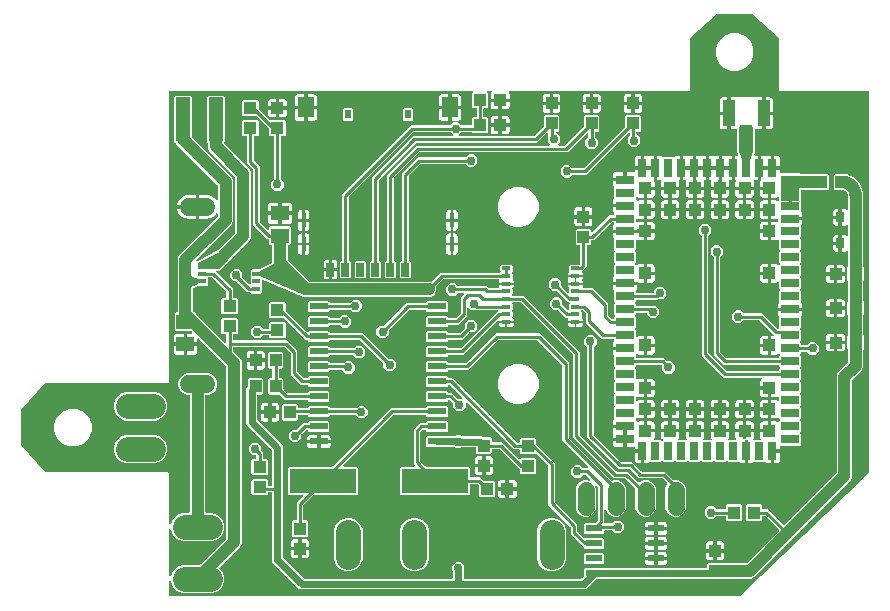
<source format=gbr>
G04 EAGLE Gerber RS-274X export*
G75*
%MOMM*%
%FSLAX34Y34*%
%LPD*%
%INTop Copper*%
%IPPOS*%
%AMOC8*
5,1,8,0,0,1.08239X$1,22.5*%
G01*
%ADD10R,1.200000X3.700000*%
%ADD11R,1.000000X1.050000*%
%ADD12R,1.050000X2.200000*%
%ADD13C,1.508000*%
%ADD14R,1.100000X1.000000*%
%ADD15R,1.000000X1.100000*%
%ADD16R,1.500000X1.300000*%
%ADD17R,1.400000X0.600000*%
%ADD18C,2.100000*%
%ADD19C,1.408000*%
%ADD20R,0.680000X0.450000*%
%ADD21R,0.750000X1.550000*%
%ADD22R,1.550000X0.750000*%
%ADD23R,1.050000X1.050000*%
%ADD24R,0.650000X1.150000*%
%ADD25R,1.400000X1.700000*%
%ADD26R,0.540000X0.800000*%
%ADD27R,0.450000X1.300000*%
%ADD28R,0.750000X0.300000*%
%ADD29R,0.700000X0.900000*%
%ADD30R,1.500000X0.600000*%
%ADD31R,5.600000X2.100000*%
%ADD32C,0.756400*%
%ADD33C,0.254000*%
%ADD34C,1.016000*%
%ADD35C,0.609600*%

G36*
X609369Y1030D02*
X609369Y1030D01*
X609451Y1035D01*
X609490Y1050D01*
X609530Y1056D01*
X609603Y1095D01*
X609680Y1126D01*
X609723Y1158D01*
X609748Y1172D01*
X609768Y1193D01*
X609813Y1227D01*
X718748Y105210D01*
X718808Y105290D01*
X718873Y105366D01*
X718882Y105388D01*
X718896Y105407D01*
X718927Y105501D01*
X718965Y105594D01*
X718968Y105623D01*
X718974Y105640D01*
X718973Y105673D01*
X718983Y105761D01*
X718983Y428222D01*
X718980Y428242D01*
X718982Y428261D01*
X718960Y428363D01*
X718944Y428465D01*
X718934Y428482D01*
X718930Y428502D01*
X718877Y428591D01*
X718828Y428682D01*
X718814Y428696D01*
X718804Y428713D01*
X718725Y428780D01*
X718650Y428852D01*
X718632Y428860D01*
X718617Y428873D01*
X718521Y428912D01*
X718427Y428955D01*
X718407Y428957D01*
X718389Y428965D01*
X718222Y428983D01*
X643579Y428983D01*
X642983Y429579D01*
X642983Y473193D01*
X642965Y473308D01*
X642948Y473423D01*
X642945Y473429D01*
X642944Y473436D01*
X642889Y473538D01*
X642837Y473642D01*
X642831Y473649D01*
X642828Y473653D01*
X642814Y473667D01*
X642723Y473766D01*
X619833Y493795D01*
X619777Y493830D01*
X619727Y493873D01*
X619673Y493894D01*
X619624Y493925D01*
X619560Y493940D01*
X619499Y493965D01*
X619417Y493974D01*
X619385Y493981D01*
X619365Y493980D01*
X619332Y493983D01*
X590668Y493983D01*
X590603Y493973D01*
X590537Y493972D01*
X590482Y493953D01*
X590425Y493944D01*
X590367Y493913D01*
X590304Y493891D01*
X590237Y493844D01*
X590208Y493828D01*
X590194Y493814D01*
X590167Y493795D01*
X567277Y473766D01*
X567203Y473676D01*
X567127Y473588D01*
X567125Y473582D01*
X567120Y473576D01*
X567079Y473468D01*
X567035Y473360D01*
X567034Y473352D01*
X567032Y473347D01*
X567032Y473327D01*
X567017Y473193D01*
X567017Y429579D01*
X566421Y428983D01*
X414448Y428983D01*
X414377Y428972D01*
X414305Y428970D01*
X414256Y428952D01*
X414205Y428944D01*
X414142Y428910D01*
X414074Y428885D01*
X414033Y428853D01*
X413988Y428828D01*
X413938Y428777D01*
X413882Y428732D01*
X413854Y428688D01*
X413818Y428650D01*
X413788Y428585D01*
X413749Y428525D01*
X413736Y428474D01*
X413715Y428427D01*
X413707Y428356D01*
X413689Y428286D01*
X413693Y428234D01*
X413687Y428183D01*
X413703Y428112D01*
X413708Y428041D01*
X413729Y427993D01*
X413740Y427942D01*
X413777Y427881D01*
X413805Y427815D01*
X413849Y427759D01*
X413866Y427731D01*
X413884Y427716D01*
X413909Y427684D01*
X414033Y427560D01*
X414368Y426981D01*
X414541Y426334D01*
X414541Y422523D01*
X407262Y422523D01*
X407242Y422520D01*
X407223Y422522D01*
X407121Y422500D01*
X407019Y422483D01*
X407002Y422474D01*
X406982Y422470D01*
X406893Y422417D01*
X406802Y422368D01*
X406788Y422354D01*
X406771Y422344D01*
X406704Y422265D01*
X406633Y422190D01*
X406624Y422172D01*
X406611Y422157D01*
X406572Y422061D01*
X406529Y421967D01*
X406527Y421947D01*
X406519Y421929D01*
X406501Y421762D01*
X406501Y420999D01*
X406499Y420999D01*
X406499Y421762D01*
X406496Y421782D01*
X406498Y421801D01*
X406476Y421903D01*
X406459Y422005D01*
X406450Y422022D01*
X406446Y422042D01*
X406393Y422131D01*
X406344Y422222D01*
X406330Y422236D01*
X406320Y422253D01*
X406241Y422320D01*
X406166Y422391D01*
X406148Y422400D01*
X406133Y422413D01*
X406037Y422452D01*
X405943Y422495D01*
X405923Y422497D01*
X405905Y422505D01*
X405738Y422523D01*
X398459Y422523D01*
X398459Y426334D01*
X398632Y426981D01*
X398967Y427560D01*
X399091Y427684D01*
X399133Y427742D01*
X399182Y427794D01*
X399204Y427841D01*
X399234Y427883D01*
X399255Y427952D01*
X399285Y428017D01*
X399291Y428069D01*
X399307Y428118D01*
X399305Y428190D01*
X399313Y428261D01*
X399301Y428312D01*
X399300Y428364D01*
X399276Y428432D01*
X399260Y428502D01*
X399234Y428547D01*
X399216Y428595D01*
X399171Y428651D01*
X399134Y428713D01*
X399095Y428747D01*
X399062Y428787D01*
X399002Y428826D01*
X398947Y428873D01*
X398899Y428892D01*
X398855Y428920D01*
X398786Y428938D01*
X398719Y428965D01*
X398648Y428973D01*
X398617Y428981D01*
X398593Y428979D01*
X398552Y428983D01*
X396011Y428983D01*
X395940Y428972D01*
X395868Y428970D01*
X395819Y428952D01*
X395768Y428944D01*
X395705Y428910D01*
X395637Y428885D01*
X395597Y428853D01*
X395551Y428828D01*
X395501Y428776D01*
X395445Y428732D01*
X395417Y428688D01*
X395381Y428650D01*
X395351Y428585D01*
X395312Y428525D01*
X395300Y428474D01*
X395278Y428427D01*
X395270Y428356D01*
X395252Y428286D01*
X395256Y428234D01*
X395251Y428183D01*
X395266Y428112D01*
X395271Y428041D01*
X395292Y427993D01*
X395303Y427942D01*
X395340Y427881D01*
X395368Y427815D01*
X395413Y427759D01*
X395429Y427731D01*
X395447Y427716D01*
X395473Y427684D01*
X396525Y426632D01*
X396525Y415368D01*
X395632Y414475D01*
X393056Y414475D01*
X393036Y414472D01*
X393017Y414474D01*
X392915Y414452D01*
X392813Y414436D01*
X392796Y414426D01*
X392776Y414422D01*
X392687Y414369D01*
X392596Y414320D01*
X392582Y414306D01*
X392565Y414296D01*
X392498Y414217D01*
X392426Y414142D01*
X392418Y414124D01*
X392405Y414109D01*
X392366Y414013D01*
X392323Y413919D01*
X392321Y413899D01*
X392313Y413881D01*
X392295Y413714D01*
X392295Y407286D01*
X392298Y407266D01*
X392296Y407247D01*
X392318Y407145D01*
X392334Y407043D01*
X392344Y407026D01*
X392348Y407006D01*
X392401Y406917D01*
X392450Y406826D01*
X392464Y406812D01*
X392474Y406795D01*
X392553Y406728D01*
X392628Y406656D01*
X392646Y406648D01*
X392661Y406635D01*
X392757Y406596D01*
X392851Y406553D01*
X392871Y406551D01*
X392889Y406543D01*
X393056Y406525D01*
X395632Y406525D01*
X396525Y405632D01*
X396525Y394368D01*
X395632Y393475D01*
X383368Y393475D01*
X382861Y393982D01*
X382787Y394035D01*
X382718Y394095D01*
X382688Y394107D01*
X382662Y394126D01*
X382575Y394153D01*
X382490Y394187D01*
X382449Y394191D01*
X382427Y394198D01*
X382394Y394197D01*
X382323Y394205D01*
X374025Y394205D01*
X373935Y394191D01*
X373844Y394183D01*
X373815Y394171D01*
X373783Y394166D01*
X373702Y394123D01*
X373618Y394087D01*
X373586Y394061D01*
X373565Y394050D01*
X373543Y394027D01*
X373487Y393982D01*
X371599Y392094D01*
X371557Y392036D01*
X371508Y391984D01*
X371486Y391937D01*
X371456Y391895D01*
X371434Y391826D01*
X371404Y391761D01*
X371399Y391709D01*
X371383Y391659D01*
X371385Y391588D01*
X371377Y391517D01*
X371388Y391466D01*
X371390Y391414D01*
X371414Y391346D01*
X371429Y391276D01*
X371456Y391231D01*
X371474Y391183D01*
X371519Y391127D01*
X371556Y391065D01*
X371595Y391031D01*
X371628Y390991D01*
X371688Y390952D01*
X371743Y390905D01*
X371791Y390886D01*
X371835Y390858D01*
X371904Y390840D01*
X371971Y390813D01*
X372042Y390805D01*
X372073Y390797D01*
X372096Y390799D01*
X372137Y390795D01*
X435027Y390795D01*
X435117Y390809D01*
X435208Y390817D01*
X435238Y390829D01*
X435270Y390834D01*
X435350Y390877D01*
X435434Y390913D01*
X435466Y390939D01*
X435487Y390950D01*
X435509Y390973D01*
X435565Y391018D01*
X443252Y398705D01*
X443305Y398779D01*
X443365Y398848D01*
X443377Y398878D01*
X443396Y398904D01*
X443423Y398991D01*
X443457Y399076D01*
X443461Y399117D01*
X443468Y399139D01*
X443467Y399172D01*
X443475Y399243D01*
X443475Y407632D01*
X444368Y408525D01*
X455632Y408525D01*
X456525Y407632D01*
X456525Y395368D01*
X455632Y394475D01*
X454867Y394475D01*
X454797Y394464D01*
X454725Y394462D01*
X454676Y394444D01*
X454625Y394436D01*
X454561Y394402D01*
X454494Y394377D01*
X454453Y394345D01*
X454407Y394320D01*
X454358Y394268D01*
X454302Y394224D01*
X454274Y394180D01*
X454238Y394142D01*
X454208Y394077D01*
X454169Y394017D01*
X454156Y393966D01*
X454134Y393919D01*
X454126Y393848D01*
X454109Y393778D01*
X454113Y393726D01*
X454107Y393675D01*
X454122Y393604D01*
X454128Y393533D01*
X454148Y393485D01*
X454159Y393434D01*
X454196Y393373D01*
X454224Y393307D01*
X454269Y393251D01*
X454286Y393223D01*
X454303Y393208D01*
X454329Y393176D01*
X457307Y390198D01*
X457307Y385802D01*
X455599Y384094D01*
X455557Y384036D01*
X455508Y383984D01*
X455486Y383937D01*
X455456Y383895D01*
X455434Y383826D01*
X455404Y383761D01*
X455399Y383709D01*
X455383Y383659D01*
X455385Y383588D01*
X455377Y383517D01*
X455388Y383466D01*
X455390Y383414D01*
X455414Y383346D01*
X455429Y383276D01*
X455456Y383231D01*
X455474Y383183D01*
X455519Y383127D01*
X455556Y383065D01*
X455595Y383031D01*
X455628Y382991D01*
X455688Y382952D01*
X455743Y382905D01*
X455791Y382886D01*
X455835Y382858D01*
X455904Y382840D01*
X455971Y382813D01*
X456042Y382805D01*
X456073Y382797D01*
X456096Y382799D01*
X456137Y382795D01*
X461027Y382795D01*
X461117Y382809D01*
X461208Y382817D01*
X461238Y382829D01*
X461270Y382834D01*
X461350Y382877D01*
X461434Y382913D01*
X461466Y382939D01*
X461487Y382950D01*
X461509Y382973D01*
X461565Y383018D01*
X477252Y398705D01*
X477305Y398779D01*
X477365Y398848D01*
X477377Y398878D01*
X477396Y398904D01*
X477423Y398991D01*
X477457Y399076D01*
X477461Y399117D01*
X477468Y399139D01*
X477467Y399172D01*
X477475Y399243D01*
X477475Y407632D01*
X478368Y408525D01*
X489632Y408525D01*
X490525Y407632D01*
X490525Y395368D01*
X489632Y394475D01*
X487556Y394475D01*
X487536Y394472D01*
X487517Y394474D01*
X487415Y394452D01*
X487313Y394436D01*
X487296Y394426D01*
X487276Y394422D01*
X487187Y394369D01*
X487096Y394320D01*
X487082Y394306D01*
X487065Y394296D01*
X486998Y394217D01*
X486926Y394142D01*
X486918Y394124D01*
X486905Y394109D01*
X486866Y394013D01*
X486823Y393919D01*
X486821Y393899D01*
X486813Y393881D01*
X486795Y393714D01*
X486795Y390025D01*
X486809Y389935D01*
X486817Y389844D01*
X486829Y389815D01*
X486834Y389783D01*
X486857Y389740D01*
X486858Y389736D01*
X486870Y389715D01*
X486877Y389702D01*
X486913Y389618D01*
X486939Y389586D01*
X486950Y389565D01*
X486973Y389543D01*
X486973Y389542D01*
X486984Y389525D01*
X486996Y389515D01*
X487018Y389487D01*
X489307Y387198D01*
X489307Y382802D01*
X486198Y379693D01*
X481802Y379693D01*
X478693Y382802D01*
X478693Y387198D01*
X480982Y389487D01*
X481026Y389548D01*
X481064Y389587D01*
X481070Y389602D01*
X481095Y389631D01*
X481107Y389661D01*
X481126Y389687D01*
X481153Y389774D01*
X481187Y389859D01*
X481191Y389900D01*
X481198Y389922D01*
X481197Y389954D01*
X481205Y390025D01*
X481205Y392915D01*
X481194Y392986D01*
X481192Y393058D01*
X481174Y393107D01*
X481166Y393158D01*
X481132Y393221D01*
X481107Y393289D01*
X481075Y393329D01*
X481050Y393375D01*
X480998Y393425D01*
X480954Y393481D01*
X480910Y393509D01*
X480872Y393545D01*
X480807Y393575D01*
X480747Y393614D01*
X480696Y393626D01*
X480649Y393648D01*
X480578Y393656D01*
X480508Y393674D01*
X480456Y393670D01*
X480405Y393675D01*
X480334Y393660D01*
X480263Y393655D01*
X480215Y393634D01*
X480164Y393623D01*
X480103Y393586D01*
X480037Y393558D01*
X479981Y393513D01*
X479953Y393497D01*
X479938Y393479D01*
X479906Y393453D01*
X465518Y379065D01*
X463658Y377205D01*
X338473Y377205D01*
X338383Y377191D01*
X338292Y377183D01*
X338262Y377171D01*
X338230Y377166D01*
X338150Y377123D01*
X338066Y377087D01*
X338034Y377061D01*
X338013Y377050D01*
X337991Y377027D01*
X337935Y376982D01*
X316568Y355615D01*
X316515Y355541D01*
X316455Y355472D01*
X316443Y355442D01*
X316424Y355416D01*
X316397Y355329D01*
X316363Y355244D01*
X316359Y355203D01*
X316352Y355181D01*
X316353Y355148D01*
X316345Y355077D01*
X316345Y285736D01*
X316348Y285716D01*
X316346Y285697D01*
X316368Y285595D01*
X316384Y285493D01*
X316394Y285476D01*
X316398Y285456D01*
X316451Y285367D01*
X316500Y285276D01*
X316514Y285262D01*
X316524Y285245D01*
X316603Y285178D01*
X316678Y285106D01*
X316696Y285098D01*
X316711Y285085D01*
X316807Y285046D01*
X316901Y285003D01*
X316921Y285001D01*
X316939Y284993D01*
X317106Y284975D01*
X317432Y284975D01*
X318325Y284082D01*
X318325Y271318D01*
X317432Y270425D01*
X309668Y270425D01*
X308775Y271318D01*
X308775Y284082D01*
X309668Y284975D01*
X309994Y284975D01*
X310014Y284978D01*
X310033Y284976D01*
X310135Y284998D01*
X310237Y285014D01*
X310254Y285024D01*
X310274Y285028D01*
X310363Y285081D01*
X310454Y285130D01*
X310468Y285144D01*
X310485Y285154D01*
X310552Y285233D01*
X310624Y285308D01*
X310632Y285326D01*
X310645Y285341D01*
X310684Y285437D01*
X310727Y285531D01*
X310729Y285551D01*
X310737Y285569D01*
X310755Y285736D01*
X310755Y357708D01*
X335842Y382795D01*
X447863Y382795D01*
X447933Y382806D01*
X448005Y382808D01*
X448054Y382826D01*
X448105Y382834D01*
X448169Y382868D01*
X448236Y382893D01*
X448277Y382925D01*
X448323Y382950D01*
X448372Y383002D01*
X448428Y383046D01*
X448456Y383090D01*
X448492Y383128D01*
X448522Y383193D01*
X448561Y383253D01*
X448574Y383304D01*
X448596Y383351D01*
X448604Y383422D01*
X448621Y383492D01*
X448617Y383544D01*
X448623Y383595D01*
X448608Y383666D01*
X448602Y383737D01*
X448582Y383785D01*
X448571Y383836D01*
X448534Y383897D01*
X448506Y383963D01*
X448461Y384019D01*
X448444Y384047D01*
X448427Y384062D01*
X448401Y384094D01*
X446693Y385802D01*
X446693Y390198D01*
X446982Y390487D01*
X447035Y390561D01*
X447095Y390631D01*
X447107Y390661D01*
X447126Y390687D01*
X447153Y390774D01*
X447187Y390859D01*
X447191Y390900D01*
X447198Y390922D01*
X447197Y390954D01*
X447205Y391025D01*
X447205Y392915D01*
X447194Y392986D01*
X447192Y393058D01*
X447174Y393107D01*
X447166Y393158D01*
X447132Y393221D01*
X447107Y393289D01*
X447075Y393329D01*
X447050Y393375D01*
X446998Y393425D01*
X446954Y393481D01*
X446910Y393509D01*
X446872Y393545D01*
X446807Y393575D01*
X446747Y393614D01*
X446696Y393626D01*
X446649Y393648D01*
X446578Y393656D01*
X446508Y393674D01*
X446456Y393670D01*
X446405Y393675D01*
X446334Y393660D01*
X446263Y393655D01*
X446215Y393634D01*
X446164Y393623D01*
X446103Y393586D01*
X446037Y393558D01*
X445981Y393513D01*
X445953Y393497D01*
X445938Y393479D01*
X445906Y393453D01*
X439518Y387065D01*
X437658Y385205D01*
X335473Y385205D01*
X335383Y385191D01*
X335292Y385183D01*
X335262Y385171D01*
X335230Y385166D01*
X335150Y385123D01*
X335066Y385087D01*
X335034Y385061D01*
X335013Y385050D01*
X334991Y385027D01*
X334935Y384982D01*
X303868Y353915D01*
X303815Y353841D01*
X303755Y353772D01*
X303743Y353742D01*
X303724Y353716D01*
X303697Y353629D01*
X303663Y353544D01*
X303659Y353503D01*
X303652Y353481D01*
X303653Y353448D01*
X303645Y353377D01*
X303645Y285736D01*
X303648Y285716D01*
X303646Y285697D01*
X303668Y285595D01*
X303684Y285493D01*
X303694Y285476D01*
X303698Y285456D01*
X303751Y285367D01*
X303800Y285276D01*
X303814Y285262D01*
X303824Y285245D01*
X303903Y285178D01*
X303978Y285106D01*
X303996Y285098D01*
X304011Y285085D01*
X304107Y285046D01*
X304201Y285003D01*
X304221Y285001D01*
X304239Y284993D01*
X304406Y284975D01*
X304732Y284975D01*
X305625Y284082D01*
X305625Y271318D01*
X304732Y270425D01*
X296968Y270425D01*
X296075Y271318D01*
X296075Y284082D01*
X296968Y284975D01*
X297294Y284975D01*
X297314Y284978D01*
X297333Y284976D01*
X297435Y284998D01*
X297537Y285014D01*
X297554Y285024D01*
X297574Y285028D01*
X297663Y285081D01*
X297754Y285130D01*
X297768Y285144D01*
X297785Y285154D01*
X297852Y285233D01*
X297924Y285308D01*
X297932Y285326D01*
X297945Y285341D01*
X297984Y285437D01*
X298027Y285531D01*
X298029Y285551D01*
X298037Y285569D01*
X298055Y285736D01*
X298055Y356008D01*
X332842Y390795D01*
X365863Y390795D01*
X365933Y390806D01*
X366005Y390808D01*
X366054Y390826D01*
X366105Y390834D01*
X366169Y390868D01*
X366236Y390893D01*
X366277Y390925D01*
X366323Y390950D01*
X366372Y391002D01*
X366428Y391046D01*
X366456Y391090D01*
X366492Y391128D01*
X366522Y391193D01*
X366561Y391253D01*
X366574Y391304D01*
X366596Y391351D01*
X366604Y391422D01*
X366621Y391492D01*
X366617Y391544D01*
X366623Y391595D01*
X366608Y391666D01*
X366602Y391737D01*
X366582Y391785D01*
X366571Y391836D01*
X366534Y391897D01*
X366506Y391963D01*
X366461Y392019D01*
X366444Y392047D01*
X366427Y392062D01*
X366401Y392094D01*
X364513Y393982D01*
X364439Y394035D01*
X364369Y394095D01*
X364339Y394107D01*
X364313Y394126D01*
X364226Y394153D01*
X364141Y394187D01*
X364100Y394191D01*
X364078Y394198D01*
X364046Y394197D01*
X363975Y394205D01*
X333473Y394205D01*
X333383Y394191D01*
X333292Y394183D01*
X333262Y394171D01*
X333230Y394166D01*
X333150Y394123D01*
X333066Y394087D01*
X333034Y394061D01*
X333013Y394050D01*
X332991Y394027D01*
X332935Y393982D01*
X278468Y339515D01*
X278420Y339450D01*
X278411Y339440D01*
X278409Y339435D01*
X278355Y339372D01*
X278343Y339342D01*
X278324Y339316D01*
X278297Y339229D01*
X278263Y339144D01*
X278259Y339103D01*
X278252Y339081D01*
X278253Y339048D01*
X278245Y338977D01*
X278245Y285736D01*
X278248Y285716D01*
X278246Y285697D01*
X278268Y285595D01*
X278284Y285493D01*
X278294Y285476D01*
X278298Y285456D01*
X278351Y285367D01*
X278400Y285276D01*
X278414Y285262D01*
X278424Y285245D01*
X278503Y285178D01*
X278578Y285106D01*
X278596Y285098D01*
X278611Y285085D01*
X278707Y285046D01*
X278801Y285003D01*
X278821Y285001D01*
X278839Y284993D01*
X279006Y284975D01*
X279332Y284975D01*
X280225Y284082D01*
X280225Y271318D01*
X279332Y270425D01*
X271568Y270425D01*
X270675Y271318D01*
X270675Y284082D01*
X271568Y284975D01*
X271894Y284975D01*
X271914Y284978D01*
X271933Y284976D01*
X272035Y284998D01*
X272137Y285014D01*
X272154Y285024D01*
X272174Y285028D01*
X272263Y285081D01*
X272354Y285130D01*
X272368Y285144D01*
X272385Y285154D01*
X272452Y285233D01*
X272524Y285308D01*
X272532Y285326D01*
X272545Y285341D01*
X272584Y285437D01*
X272627Y285531D01*
X272629Y285551D01*
X272637Y285569D01*
X272655Y285736D01*
X272655Y341608D01*
X330842Y399795D01*
X363975Y399795D01*
X364065Y399809D01*
X364156Y399817D01*
X364185Y399829D01*
X364217Y399834D01*
X364298Y399877D01*
X364382Y399913D01*
X364414Y399939D01*
X364435Y399950D01*
X364457Y399973D01*
X364513Y400018D01*
X366802Y402307D01*
X371198Y402307D01*
X373487Y400018D01*
X373561Y399965D01*
X373631Y399905D01*
X373661Y399893D01*
X373687Y399874D01*
X373774Y399847D01*
X373859Y399813D01*
X373900Y399809D01*
X373922Y399802D01*
X373954Y399803D01*
X374025Y399795D01*
X381714Y399795D01*
X381734Y399798D01*
X381753Y399796D01*
X381855Y399818D01*
X381957Y399834D01*
X381974Y399844D01*
X381994Y399848D01*
X382083Y399901D01*
X382174Y399950D01*
X382188Y399964D01*
X382205Y399974D01*
X382272Y400053D01*
X382344Y400128D01*
X382352Y400146D01*
X382365Y400161D01*
X382404Y400257D01*
X382447Y400351D01*
X382449Y400371D01*
X382457Y400389D01*
X382475Y400556D01*
X382475Y405632D01*
X383368Y406525D01*
X385944Y406525D01*
X385964Y406528D01*
X385983Y406526D01*
X386085Y406548D01*
X386187Y406564D01*
X386204Y406574D01*
X386224Y406578D01*
X386313Y406631D01*
X386404Y406680D01*
X386418Y406694D01*
X386435Y406704D01*
X386502Y406783D01*
X386574Y406858D01*
X386582Y406876D01*
X386595Y406891D01*
X386634Y406987D01*
X386677Y407081D01*
X386679Y407101D01*
X386687Y407119D01*
X386705Y407286D01*
X386705Y413714D01*
X386702Y413734D01*
X386704Y413753D01*
X386682Y413855D01*
X386666Y413957D01*
X386656Y413974D01*
X386652Y413994D01*
X386599Y414083D01*
X386550Y414174D01*
X386536Y414188D01*
X386526Y414205D01*
X386447Y414272D01*
X386372Y414344D01*
X386354Y414352D01*
X386339Y414365D01*
X386243Y414404D01*
X386149Y414447D01*
X386129Y414449D01*
X386111Y414457D01*
X385944Y414475D01*
X383368Y414475D01*
X382475Y415368D01*
X382475Y426632D01*
X383527Y427684D01*
X383569Y427742D01*
X383619Y427794D01*
X383641Y427841D01*
X383671Y427883D01*
X383692Y427952D01*
X383722Y428017D01*
X383728Y428069D01*
X383743Y428119D01*
X383741Y428190D01*
X383749Y428261D01*
X383738Y428312D01*
X383737Y428364D01*
X383712Y428432D01*
X383697Y428502D01*
X383670Y428547D01*
X383653Y428595D01*
X383608Y428651D01*
X383571Y428713D01*
X383531Y428747D01*
X383499Y428787D01*
X383439Y428826D01*
X383384Y428873D01*
X383336Y428892D01*
X383292Y428920D01*
X383222Y428938D01*
X383156Y428965D01*
X383085Y428973D01*
X383053Y428981D01*
X383030Y428979D01*
X382989Y428983D01*
X126778Y428983D01*
X126758Y428980D01*
X126739Y428982D01*
X126637Y428960D01*
X126535Y428944D01*
X126518Y428934D01*
X126498Y428930D01*
X126409Y428877D01*
X126318Y428828D01*
X126304Y428814D01*
X126287Y428804D01*
X126220Y428725D01*
X126148Y428650D01*
X126140Y428632D01*
X126127Y428617D01*
X126088Y428521D01*
X126045Y428427D01*
X126043Y428407D01*
X126035Y428389D01*
X126017Y428222D01*
X126017Y182579D01*
X125421Y181983D01*
X21807Y181983D01*
X21692Y181965D01*
X21577Y181948D01*
X21571Y181945D01*
X21564Y181944D01*
X21462Y181889D01*
X21358Y181837D01*
X21351Y181831D01*
X21347Y181828D01*
X21333Y181814D01*
X21234Y181723D01*
X1205Y158833D01*
X1170Y158777D01*
X1127Y158727D01*
X1106Y158673D01*
X1075Y158624D01*
X1060Y158560D01*
X1035Y158499D01*
X1026Y158417D01*
X1019Y158385D01*
X1020Y158365D01*
X1017Y158332D01*
X1017Y129668D01*
X1020Y129648D01*
X1018Y129629D01*
X1028Y129583D01*
X1028Y129537D01*
X1047Y129482D01*
X1056Y129425D01*
X1066Y129408D01*
X1070Y129388D01*
X1094Y129348D01*
X1109Y129304D01*
X1156Y129237D01*
X1172Y129208D01*
X1186Y129194D01*
X1196Y129177D01*
X1200Y129174D01*
X1205Y129167D01*
X21234Y106277D01*
X21324Y106203D01*
X21412Y106127D01*
X21418Y106125D01*
X21424Y106120D01*
X21532Y106079D01*
X21640Y106035D01*
X21648Y106034D01*
X21653Y106032D01*
X21673Y106032D01*
X21807Y106017D01*
X125421Y106017D01*
X126017Y105421D01*
X126017Y62698D01*
X126032Y62602D01*
X126042Y62505D01*
X126052Y62481D01*
X126056Y62455D01*
X126102Y62369D01*
X126142Y62280D01*
X126159Y62261D01*
X126172Y62238D01*
X126242Y62171D01*
X126308Y62099D01*
X126331Y62086D01*
X126350Y62068D01*
X126438Y62027D01*
X126524Y61980D01*
X126549Y61976D01*
X126573Y61965D01*
X126670Y61954D01*
X126766Y61936D01*
X126792Y61940D01*
X126817Y61937D01*
X126913Y61958D01*
X127009Y61972D01*
X127032Y61984D01*
X127058Y61990D01*
X127141Y62040D01*
X127228Y62084D01*
X127247Y62102D01*
X127269Y62116D01*
X127332Y62190D01*
X127400Y62259D01*
X127416Y62288D01*
X127429Y62303D01*
X127441Y62333D01*
X127481Y62406D01*
X129306Y66811D01*
X132689Y70194D01*
X137108Y72025D01*
X142984Y72025D01*
X143004Y72028D01*
X143023Y72026D01*
X143125Y72048D01*
X143227Y72064D01*
X143244Y72074D01*
X143264Y72078D01*
X143353Y72131D01*
X143444Y72180D01*
X143458Y72194D01*
X143475Y72204D01*
X143542Y72283D01*
X143614Y72358D01*
X143622Y72376D01*
X143635Y72391D01*
X143674Y72487D01*
X143717Y72581D01*
X143719Y72601D01*
X143727Y72619D01*
X143745Y72786D01*
X143745Y171224D01*
X143742Y171244D01*
X143744Y171263D01*
X143722Y171365D01*
X143706Y171467D01*
X143696Y171484D01*
X143692Y171504D01*
X143639Y171593D01*
X143590Y171684D01*
X143576Y171698D01*
X143566Y171715D01*
X143487Y171782D01*
X143412Y171854D01*
X143394Y171862D01*
X143379Y171875D01*
X143283Y171914D01*
X143189Y171957D01*
X143169Y171959D01*
X143151Y171967D01*
X142984Y171985D01*
X141007Y171985D01*
X137675Y173365D01*
X135125Y175915D01*
X133745Y179247D01*
X133745Y182853D01*
X135125Y186185D01*
X137675Y188735D01*
X141007Y190115D01*
X159693Y190115D01*
X163025Y188735D01*
X165575Y186185D01*
X166955Y182853D01*
X166955Y179247D01*
X165575Y175915D01*
X163025Y173365D01*
X159693Y171985D01*
X157716Y171985D01*
X157696Y171982D01*
X157677Y171984D01*
X157575Y171962D01*
X157473Y171946D01*
X157456Y171936D01*
X157436Y171932D01*
X157347Y171879D01*
X157256Y171830D01*
X157242Y171816D01*
X157225Y171806D01*
X157158Y171727D01*
X157086Y171652D01*
X157078Y171634D01*
X157065Y171619D01*
X157026Y171523D01*
X156983Y171429D01*
X156981Y171409D01*
X156973Y171391D01*
X156955Y171224D01*
X156955Y72786D01*
X156958Y72766D01*
X156956Y72747D01*
X156978Y72645D01*
X156994Y72543D01*
X157004Y72526D01*
X157008Y72506D01*
X157061Y72417D01*
X157110Y72326D01*
X157124Y72312D01*
X157134Y72295D01*
X157213Y72228D01*
X157288Y72156D01*
X157306Y72148D01*
X157321Y72135D01*
X157417Y72096D01*
X157511Y72053D01*
X157531Y72051D01*
X157549Y72043D01*
X157716Y72025D01*
X162892Y72025D01*
X167311Y70194D01*
X170694Y66811D01*
X172525Y62392D01*
X172525Y57608D01*
X170694Y53189D01*
X167311Y49806D01*
X162892Y47975D01*
X137108Y47975D01*
X132689Y49806D01*
X129306Y53189D01*
X127481Y57594D01*
X127430Y57677D01*
X127384Y57762D01*
X127365Y57780D01*
X127352Y57803D01*
X127277Y57865D01*
X127206Y57932D01*
X127182Y57943D01*
X127162Y57960D01*
X127071Y57994D01*
X126983Y58035D01*
X126957Y58038D01*
X126933Y58048D01*
X126835Y58052D01*
X126739Y58063D01*
X126713Y58057D01*
X126687Y58058D01*
X126593Y58031D01*
X126498Y58010D01*
X126476Y57997D01*
X126451Y57990D01*
X126371Y57934D01*
X126287Y57884D01*
X126270Y57864D01*
X126249Y57849D01*
X126190Y57771D01*
X126127Y57697D01*
X126117Y57673D01*
X126102Y57652D01*
X126072Y57559D01*
X126035Y57469D01*
X126032Y57437D01*
X126026Y57418D01*
X126026Y57385D01*
X126017Y57302D01*
X126017Y18698D01*
X126032Y18602D01*
X126042Y18505D01*
X126052Y18481D01*
X126056Y18455D01*
X126102Y18369D01*
X126142Y18280D01*
X126159Y18261D01*
X126172Y18238D01*
X126242Y18171D01*
X126308Y18099D01*
X126331Y18086D01*
X126350Y18068D01*
X126438Y18027D01*
X126524Y17980D01*
X126549Y17976D01*
X126573Y17965D01*
X126670Y17954D01*
X126766Y17937D01*
X126792Y17940D01*
X126817Y17937D01*
X126913Y17958D01*
X127009Y17972D01*
X127032Y17984D01*
X127058Y17990D01*
X127141Y18040D01*
X127228Y18084D01*
X127247Y18103D01*
X127269Y18116D01*
X127332Y18190D01*
X127400Y18259D01*
X127416Y18288D01*
X127429Y18303D01*
X127441Y18333D01*
X127481Y18406D01*
X129306Y22811D01*
X132689Y26194D01*
X137108Y28025D01*
X152369Y28025D01*
X152459Y28039D01*
X152550Y28047D01*
X152580Y28059D01*
X152612Y28064D01*
X152692Y28107D01*
X152776Y28143D01*
X152808Y28169D01*
X152829Y28180D01*
X152851Y28203D01*
X152907Y28248D01*
X174172Y49513D01*
X174225Y49587D01*
X174285Y49656D01*
X174297Y49686D01*
X174316Y49713D01*
X174343Y49799D01*
X174377Y49884D01*
X174381Y49925D01*
X174388Y49948D01*
X174387Y49980D01*
X174395Y50051D01*
X174395Y195949D01*
X174381Y196039D01*
X174373Y196130D01*
X174361Y196160D01*
X174356Y196192D01*
X174313Y196272D01*
X174277Y196356D01*
X174251Y196388D01*
X174240Y196409D01*
X174217Y196431D01*
X174172Y196487D01*
X151340Y219319D01*
X151282Y219361D01*
X151230Y219410D01*
X151183Y219432D01*
X151141Y219463D01*
X151072Y219484D01*
X151007Y219514D01*
X150955Y219520D01*
X150905Y219535D01*
X150834Y219533D01*
X150763Y219541D01*
X150712Y219530D01*
X150660Y219529D01*
X150592Y219504D01*
X150522Y219489D01*
X150477Y219462D01*
X150429Y219444D01*
X150373Y219399D01*
X150311Y219363D01*
X150277Y219323D01*
X150237Y219291D01*
X150198Y219230D01*
X150151Y219176D01*
X150132Y219127D01*
X150104Y219084D01*
X150086Y219014D01*
X150059Y218948D01*
X150051Y218876D01*
X150043Y218845D01*
X150045Y218822D01*
X150041Y218781D01*
X150041Y216023D01*
X141523Y216023D01*
X141523Y223541D01*
X145281Y223541D01*
X145352Y223552D01*
X145423Y223554D01*
X145472Y223572D01*
X145524Y223580D01*
X145587Y223614D01*
X145654Y223639D01*
X145695Y223671D01*
X145741Y223696D01*
X145790Y223747D01*
X145846Y223792D01*
X145875Y223836D01*
X145910Y223874D01*
X145941Y223939D01*
X145979Y223999D01*
X145992Y224050D01*
X146014Y224097D01*
X146022Y224168D01*
X146039Y224238D01*
X146035Y224290D01*
X146041Y224341D01*
X146026Y224412D01*
X146020Y224483D01*
X146000Y224531D01*
X145989Y224582D01*
X145952Y224643D01*
X145924Y224709D01*
X145879Y224765D01*
X145863Y224793D01*
X145845Y224808D01*
X145819Y224840D01*
X145407Y225252D01*
X145333Y225306D01*
X145264Y225365D01*
X145234Y225377D01*
X145207Y225396D01*
X145120Y225423D01*
X145036Y225457D01*
X144995Y225461D01*
X144972Y225468D01*
X144940Y225467D01*
X144869Y225475D01*
X131868Y225475D01*
X130975Y226368D01*
X130975Y240632D01*
X131868Y241525D01*
X132634Y241525D01*
X132654Y241528D01*
X132673Y241526D01*
X132775Y241548D01*
X132877Y241564D01*
X132894Y241574D01*
X132914Y241578D01*
X133003Y241631D01*
X133094Y241680D01*
X133108Y241694D01*
X133125Y241704D01*
X133192Y241783D01*
X133264Y241858D01*
X133272Y241876D01*
X133285Y241891D01*
X133324Y241987D01*
X133367Y242081D01*
X133369Y242101D01*
X133377Y242119D01*
X133395Y242286D01*
X133395Y287314D01*
X134401Y289741D01*
X167172Y322513D01*
X167218Y322577D01*
X167238Y322597D01*
X167242Y322606D01*
X167285Y322656D01*
X167297Y322686D01*
X167316Y322713D01*
X167343Y322800D01*
X167377Y322884D01*
X167381Y322925D01*
X167388Y322948D01*
X167387Y322980D01*
X167395Y323051D01*
X167395Y324540D01*
X167394Y324548D01*
X167395Y324555D01*
X167374Y324669D01*
X167356Y324782D01*
X167352Y324789D01*
X167350Y324797D01*
X167294Y324898D01*
X167240Y325000D01*
X167235Y325005D01*
X167231Y325012D01*
X167146Y325090D01*
X167062Y325169D01*
X167055Y325173D01*
X167049Y325178D01*
X166944Y325224D01*
X166839Y325273D01*
X166831Y325274D01*
X166824Y325277D01*
X166709Y325287D01*
X166595Y325300D01*
X166587Y325298D01*
X166579Y325299D01*
X166466Y325272D01*
X166354Y325248D01*
X166347Y325244D01*
X166340Y325242D01*
X166241Y325180D01*
X166143Y325121D01*
X166138Y325115D01*
X166131Y325111D01*
X166018Y324987D01*
X165579Y324383D01*
X164457Y323261D01*
X163173Y322328D01*
X161760Y321608D01*
X160251Y321117D01*
X158683Y320869D01*
X151873Y320869D01*
X151873Y330188D01*
X151870Y330208D01*
X151872Y330227D01*
X151850Y330329D01*
X151833Y330431D01*
X151824Y330448D01*
X151820Y330468D01*
X151767Y330557D01*
X151718Y330648D01*
X151704Y330662D01*
X151694Y330679D01*
X151615Y330746D01*
X151540Y330817D01*
X151522Y330826D01*
X151507Y330839D01*
X151411Y330877D01*
X151317Y330921D01*
X151297Y330923D01*
X151279Y330931D01*
X151112Y330949D01*
X150349Y330949D01*
X150349Y330951D01*
X151112Y330951D01*
X151132Y330954D01*
X151151Y330952D01*
X151253Y330974D01*
X151355Y330991D01*
X151372Y331000D01*
X151392Y331004D01*
X151481Y331057D01*
X151572Y331106D01*
X151586Y331120D01*
X151603Y331130D01*
X151670Y331209D01*
X151741Y331284D01*
X151750Y331302D01*
X151763Y331317D01*
X151802Y331413D01*
X151845Y331507D01*
X151847Y331527D01*
X151855Y331545D01*
X151873Y331712D01*
X151873Y341031D01*
X158683Y341031D01*
X160251Y340783D01*
X161760Y340292D01*
X163173Y339572D01*
X164457Y338639D01*
X165579Y337517D01*
X166018Y336913D01*
X166024Y336907D01*
X166028Y336900D01*
X166111Y336821D01*
X166193Y336740D01*
X166200Y336736D01*
X166206Y336731D01*
X166310Y336682D01*
X166414Y336632D01*
X166422Y336631D01*
X166429Y336627D01*
X166543Y336615D01*
X166658Y336599D01*
X166666Y336601D01*
X166673Y336600D01*
X166786Y336625D01*
X166899Y336647D01*
X166906Y336651D01*
X166914Y336652D01*
X167013Y336712D01*
X167113Y336768D01*
X167118Y336774D01*
X167125Y336779D01*
X167200Y336866D01*
X167277Y336952D01*
X167280Y336959D01*
X167285Y336965D01*
X167328Y337072D01*
X167373Y337178D01*
X167374Y337186D01*
X167377Y337194D01*
X167395Y337360D01*
X167395Y348949D01*
X167381Y349039D01*
X167373Y349130D01*
X167361Y349160D01*
X167356Y349192D01*
X167313Y349272D01*
X167277Y349356D01*
X167251Y349388D01*
X167240Y349409D01*
X167217Y349431D01*
X167172Y349487D01*
X132401Y384259D01*
X132299Y384505D01*
X132237Y384605D01*
X132177Y384705D01*
X132172Y384709D01*
X132169Y384714D01*
X132079Y384789D01*
X131990Y384865D01*
X131984Y384867D01*
X131980Y384871D01*
X131871Y384913D01*
X131762Y384957D01*
X131755Y384958D01*
X131750Y384959D01*
X131732Y384960D01*
X131595Y384975D01*
X131368Y384975D01*
X130475Y385868D01*
X130475Y424132D01*
X131368Y425025D01*
X144632Y425025D01*
X145525Y424132D01*
X145525Y390131D01*
X145539Y390041D01*
X145547Y389950D01*
X145559Y389920D01*
X145564Y389888D01*
X145607Y389808D01*
X145643Y389724D01*
X145669Y389692D01*
X145680Y389671D01*
X145703Y389649D01*
X145748Y389593D01*
X179599Y355741D01*
X180605Y353314D01*
X180605Y318686D01*
X179599Y316259D01*
X177634Y314294D01*
X149462Y286122D01*
X149457Y286115D01*
X149450Y286109D01*
X149385Y286014D01*
X149319Y285922D01*
X149316Y285913D01*
X149311Y285906D01*
X149280Y285796D01*
X149246Y285687D01*
X149247Y285678D01*
X149244Y285669D01*
X149250Y285555D01*
X149253Y285441D01*
X149256Y285433D01*
X149256Y285424D01*
X149298Y285318D01*
X149337Y285210D01*
X149343Y285203D01*
X149346Y285195D01*
X149419Y285108D01*
X149491Y285018D01*
X149499Y285013D01*
X149505Y285006D01*
X149601Y284947D01*
X149698Y284885D01*
X149707Y284883D01*
X149715Y284878D01*
X149826Y284853D01*
X149936Y284825D01*
X149945Y284826D01*
X149954Y284824D01*
X150068Y284835D01*
X150182Y284844D01*
X150190Y284848D01*
X150199Y284849D01*
X150355Y284910D01*
X167594Y293983D01*
X167619Y294002D01*
X167647Y294014D01*
X167778Y294119D01*
X182172Y308513D01*
X182225Y308587D01*
X182285Y308656D01*
X182297Y308686D01*
X182316Y308713D01*
X182343Y308800D01*
X182377Y308884D01*
X182381Y308925D01*
X182388Y308948D01*
X182387Y308980D01*
X182395Y309051D01*
X182395Y355949D01*
X182381Y356039D01*
X182373Y356130D01*
X182361Y356160D01*
X182356Y356192D01*
X182313Y356272D01*
X182277Y356356D01*
X182251Y356388D01*
X182240Y356409D01*
X182217Y356431D01*
X182172Y356487D01*
X160401Y378259D01*
X159395Y380686D01*
X159395Y384633D01*
X159381Y384723D01*
X159373Y384814D01*
X159361Y384844D01*
X159356Y384876D01*
X159313Y384957D01*
X159277Y385040D01*
X159251Y385073D01*
X159240Y385093D01*
X159217Y385115D01*
X159172Y385171D01*
X158475Y385868D01*
X158475Y424132D01*
X159368Y425025D01*
X172632Y425025D01*
X173525Y424132D01*
X173525Y385868D01*
X173037Y385380D01*
X173025Y385364D01*
X173009Y385352D01*
X172953Y385265D01*
X172893Y385181D01*
X172887Y385162D01*
X172876Y385145D01*
X172851Y385044D01*
X172821Y384946D01*
X172821Y384926D01*
X172816Y384906D01*
X172824Y384803D01*
X172827Y384700D01*
X172834Y384681D01*
X172836Y384661D01*
X172876Y384566D01*
X172912Y384469D01*
X172924Y384453D01*
X172932Y384435D01*
X173037Y384304D01*
X194599Y362741D01*
X195605Y360314D01*
X195605Y304686D01*
X194599Y302259D01*
X177848Y285507D01*
X177807Y285451D01*
X169232Y276875D01*
X166915Y276875D01*
X166844Y276864D01*
X166772Y276862D01*
X166723Y276844D01*
X166672Y276836D01*
X166609Y276802D01*
X166541Y276777D01*
X166501Y276745D01*
X166455Y276720D01*
X166405Y276668D01*
X166349Y276624D01*
X166321Y276580D01*
X166285Y276542D01*
X166255Y276477D01*
X166216Y276417D01*
X166204Y276366D01*
X166182Y276319D01*
X166174Y276248D01*
X166156Y276178D01*
X166160Y276126D01*
X166155Y276075D01*
X166170Y276004D01*
X166175Y275933D01*
X166196Y275885D01*
X166207Y275834D01*
X166244Y275773D01*
X166272Y275707D01*
X166317Y275651D01*
X166333Y275623D01*
X166351Y275608D01*
X166377Y275576D01*
X180295Y261658D01*
X180295Y254286D01*
X180298Y254266D01*
X180296Y254247D01*
X180318Y254145D01*
X180334Y254043D01*
X180344Y254026D01*
X180348Y254006D01*
X180401Y253917D01*
X180450Y253826D01*
X180464Y253812D01*
X180474Y253795D01*
X180553Y253728D01*
X180628Y253656D01*
X180646Y253648D01*
X180661Y253635D01*
X180757Y253596D01*
X180851Y253553D01*
X180871Y253551D01*
X180889Y253543D01*
X181056Y253525D01*
X183632Y253525D01*
X184525Y252632D01*
X184525Y241368D01*
X183632Y240475D01*
X171368Y240475D01*
X170475Y241368D01*
X170475Y252632D01*
X171368Y253525D01*
X173944Y253525D01*
X173964Y253528D01*
X173983Y253526D01*
X174085Y253548D01*
X174187Y253564D01*
X174204Y253574D01*
X174224Y253578D01*
X174313Y253631D01*
X174404Y253680D01*
X174418Y253694D01*
X174435Y253704D01*
X174502Y253783D01*
X174574Y253858D01*
X174582Y253876D01*
X174595Y253891D01*
X174634Y253987D01*
X174677Y254081D01*
X174679Y254101D01*
X174687Y254119D01*
X174705Y254286D01*
X174705Y259027D01*
X174691Y259117D01*
X174683Y259208D01*
X174671Y259238D01*
X174666Y259270D01*
X174623Y259350D01*
X174587Y259434D01*
X174561Y259466D01*
X174550Y259487D01*
X174527Y259509D01*
X174482Y259565D01*
X162815Y271232D01*
X162741Y271285D01*
X162672Y271345D01*
X162642Y271357D01*
X162616Y271376D01*
X162529Y271403D01*
X162444Y271437D01*
X162403Y271441D01*
X162381Y271448D01*
X162348Y271447D01*
X162277Y271455D01*
X159586Y271455D01*
X159566Y271452D01*
X159547Y271454D01*
X159445Y271432D01*
X159343Y271416D01*
X159326Y271406D01*
X159306Y271402D01*
X159217Y271349D01*
X159126Y271300D01*
X159112Y271286D01*
X159095Y271276D01*
X159028Y271197D01*
X158956Y271122D01*
X158948Y271104D01*
X158935Y271089D01*
X158896Y270993D01*
X158853Y270899D01*
X158851Y270879D01*
X158843Y270861D01*
X158825Y270694D01*
X158825Y264868D01*
X157932Y263975D01*
X151580Y263975D01*
X151490Y263961D01*
X151399Y263953D01*
X151372Y263942D01*
X151116Y263942D01*
X151032Y263928D01*
X150948Y263923D01*
X150900Y263907D01*
X150874Y263902D01*
X150847Y263888D01*
X150789Y263868D01*
X147039Y262082D01*
X146959Y262026D01*
X146875Y261977D01*
X146858Y261957D01*
X146837Y261942D01*
X146779Y261864D01*
X146715Y261790D01*
X146705Y261765D01*
X146690Y261744D01*
X146660Y261652D01*
X146623Y261561D01*
X146620Y261529D01*
X146614Y261511D01*
X146614Y261478D01*
X146605Y261395D01*
X146605Y243051D01*
X146619Y242961D01*
X146627Y242870D01*
X146639Y242840D01*
X146644Y242808D01*
X146687Y242728D01*
X146723Y242644D01*
X146749Y242612D01*
X146760Y242591D01*
X146783Y242569D01*
X146828Y242513D01*
X147593Y241748D01*
X147667Y241695D01*
X147736Y241635D01*
X147766Y241623D01*
X147793Y241604D01*
X147880Y241577D01*
X147964Y241543D01*
X148005Y241539D01*
X148028Y241532D01*
X148060Y241533D01*
X148131Y241525D01*
X148132Y241525D01*
X149025Y240632D01*
X149025Y240631D01*
X149039Y240541D01*
X149047Y240450D01*
X149059Y240420D01*
X149064Y240388D01*
X149107Y240308D01*
X149143Y240224D01*
X149169Y240192D01*
X149180Y240171D01*
X149203Y240149D01*
X149248Y240093D01*
X173406Y215935D01*
X173464Y215893D01*
X173516Y215844D01*
X173563Y215822D01*
X173605Y215791D01*
X173674Y215770D01*
X173739Y215740D01*
X173791Y215734D01*
X173841Y215719D01*
X173912Y215721D01*
X173983Y215713D01*
X174034Y215724D01*
X174086Y215725D01*
X174154Y215750D01*
X174224Y215765D01*
X174269Y215792D01*
X174317Y215810D01*
X174373Y215855D01*
X174435Y215891D01*
X174469Y215931D01*
X174509Y215963D01*
X174548Y216024D01*
X174595Y216078D01*
X174614Y216127D01*
X174642Y216170D01*
X174660Y216240D01*
X174687Y216306D01*
X174695Y216378D01*
X174703Y216409D01*
X174701Y216432D01*
X174705Y216473D01*
X174705Y222714D01*
X174702Y222734D01*
X174704Y222753D01*
X174682Y222855D01*
X174666Y222957D01*
X174656Y222974D01*
X174652Y222994D01*
X174599Y223083D01*
X174550Y223174D01*
X174536Y223188D01*
X174526Y223205D01*
X174447Y223272D01*
X174372Y223344D01*
X174354Y223352D01*
X174339Y223365D01*
X174243Y223404D01*
X174149Y223447D01*
X174129Y223449D01*
X174111Y223457D01*
X173944Y223475D01*
X171368Y223475D01*
X170475Y224368D01*
X170475Y235632D01*
X171368Y236525D01*
X183632Y236525D01*
X184525Y235632D01*
X184525Y224368D01*
X183632Y223475D01*
X181056Y223475D01*
X181036Y223472D01*
X181017Y223474D01*
X180915Y223452D01*
X180813Y223436D01*
X180796Y223426D01*
X180776Y223422D01*
X180687Y223369D01*
X180596Y223320D01*
X180582Y223306D01*
X180565Y223296D01*
X180498Y223217D01*
X180426Y223142D01*
X180418Y223124D01*
X180405Y223109D01*
X180366Y223013D01*
X180323Y222919D01*
X180321Y222899D01*
X180313Y222881D01*
X180295Y222714D01*
X180295Y218556D01*
X180298Y218536D01*
X180296Y218517D01*
X180318Y218415D01*
X180334Y218313D01*
X180344Y218296D01*
X180348Y218276D01*
X180401Y218187D01*
X180450Y218096D01*
X180464Y218082D01*
X180474Y218065D01*
X180553Y217998D01*
X180628Y217926D01*
X180646Y217918D01*
X180661Y217905D01*
X180757Y217866D01*
X180851Y217823D01*
X180871Y217821D01*
X180889Y217813D01*
X181056Y217795D01*
X226158Y217795D01*
X234795Y209158D01*
X234795Y191473D01*
X234809Y191383D01*
X234817Y191292D01*
X234829Y191262D01*
X234834Y191230D01*
X234877Y191150D01*
X234913Y191066D01*
X234939Y191034D01*
X234950Y191013D01*
X234973Y190991D01*
X235018Y190935D01*
X239935Y186018D01*
X240009Y185965D01*
X240078Y185905D01*
X240108Y185893D01*
X240134Y185874D01*
X240221Y185847D01*
X240306Y185813D01*
X240347Y185809D01*
X240369Y185802D01*
X240402Y185803D01*
X240473Y185795D01*
X243214Y185795D01*
X243234Y185798D01*
X243253Y185796D01*
X243355Y185818D01*
X243457Y185834D01*
X243474Y185844D01*
X243494Y185848D01*
X243583Y185901D01*
X243674Y185950D01*
X243688Y185964D01*
X243705Y185974D01*
X243772Y186053D01*
X243844Y186128D01*
X243852Y186146D01*
X243865Y186161D01*
X243903Y186257D01*
X243947Y186351D01*
X243949Y186371D01*
X243957Y186389D01*
X243975Y186556D01*
X243975Y186632D01*
X244868Y187525D01*
X261132Y187525D01*
X262025Y186632D01*
X262025Y179368D01*
X261132Y178475D01*
X244868Y178475D01*
X243975Y179368D01*
X243975Y179444D01*
X243972Y179464D01*
X243974Y179483D01*
X243952Y179585D01*
X243936Y179687D01*
X243926Y179704D01*
X243922Y179724D01*
X243869Y179813D01*
X243820Y179904D01*
X243806Y179918D01*
X243796Y179935D01*
X243717Y180002D01*
X243642Y180074D01*
X243624Y180082D01*
X243609Y180095D01*
X243513Y180134D01*
X243419Y180177D01*
X243399Y180179D01*
X243381Y180187D01*
X243214Y180205D01*
X237842Y180205D01*
X229205Y188842D01*
X229205Y206527D01*
X229191Y206617D01*
X229183Y206708D01*
X229171Y206738D01*
X229166Y206770D01*
X229123Y206850D01*
X229087Y206934D01*
X229061Y206966D01*
X229050Y206987D01*
X229027Y207009D01*
X228999Y207044D01*
X228999Y207045D01*
X228998Y207046D01*
X228982Y207065D01*
X224065Y211982D01*
X223991Y212035D01*
X223922Y212095D01*
X223892Y212107D01*
X223866Y212126D01*
X223779Y212153D01*
X223694Y212187D01*
X223653Y212191D01*
X223631Y212198D01*
X223598Y212197D01*
X223527Y212205D01*
X181056Y212205D01*
X181036Y212202D01*
X181017Y212204D01*
X180915Y212182D01*
X180813Y212166D01*
X180796Y212156D01*
X180776Y212152D01*
X180687Y212099D01*
X180596Y212050D01*
X180582Y212036D01*
X180565Y212026D01*
X180498Y211947D01*
X180426Y211872D01*
X180418Y211854D01*
X180405Y211839D01*
X180366Y211743D01*
X180323Y211649D01*
X180321Y211629D01*
X180313Y211611D01*
X180295Y211444D01*
X180295Y209361D01*
X180309Y209271D01*
X180317Y209180D01*
X180329Y209150D01*
X180334Y209118D01*
X180377Y209038D01*
X180413Y208954D01*
X180439Y208922D01*
X180450Y208901D01*
X180473Y208879D01*
X180518Y208823D01*
X183706Y205634D01*
X184634Y204706D01*
X186599Y202741D01*
X187605Y200314D01*
X187605Y45686D01*
X186599Y43259D01*
X184634Y41294D01*
X168961Y25621D01*
X168950Y25605D01*
X168934Y25592D01*
X168878Y25505D01*
X168818Y25421D01*
X168812Y25402D01*
X168801Y25385D01*
X168776Y25285D01*
X168745Y25186D01*
X168746Y25166D01*
X168741Y25147D01*
X168749Y25044D01*
X168752Y24940D01*
X168759Y24921D01*
X168760Y24902D01*
X168800Y24807D01*
X168836Y24709D01*
X168849Y24693D01*
X168856Y24675D01*
X168961Y24544D01*
X170694Y22811D01*
X172525Y18392D01*
X172525Y13608D01*
X170694Y9189D01*
X167311Y5806D01*
X162892Y3975D01*
X137108Y3975D01*
X132689Y5806D01*
X129306Y9189D01*
X127481Y13594D01*
X127430Y13677D01*
X127384Y13762D01*
X127365Y13780D01*
X127352Y13803D01*
X127277Y13865D01*
X127206Y13932D01*
X127182Y13943D01*
X127162Y13960D01*
X127071Y13994D01*
X126983Y14035D01*
X126957Y14038D01*
X126933Y14048D01*
X126835Y14052D01*
X126739Y14063D01*
X126713Y14057D01*
X126687Y14058D01*
X126593Y14031D01*
X126498Y14010D01*
X126476Y13997D01*
X126451Y13990D01*
X126371Y13934D01*
X126287Y13884D01*
X126270Y13864D01*
X126249Y13849D01*
X126190Y13771D01*
X126127Y13697D01*
X126117Y13673D01*
X126102Y13652D01*
X126072Y13559D01*
X126035Y13469D01*
X126032Y13437D01*
X126026Y13418D01*
X126026Y13385D01*
X126017Y13302D01*
X126017Y1778D01*
X126020Y1758D01*
X126018Y1739D01*
X126040Y1637D01*
X126056Y1535D01*
X126066Y1518D01*
X126070Y1498D01*
X126123Y1409D01*
X126172Y1318D01*
X126186Y1304D01*
X126196Y1287D01*
X126275Y1220D01*
X126350Y1148D01*
X126368Y1140D01*
X126383Y1127D01*
X126479Y1088D01*
X126573Y1045D01*
X126593Y1043D01*
X126611Y1035D01*
X126778Y1017D01*
X609288Y1017D01*
X609369Y1030D01*
G37*
%LPC*%
G36*
X528523Y113709D02*
X528523Y113709D01*
X528523Y123238D01*
X528520Y123258D01*
X528522Y123277D01*
X528500Y123379D01*
X528483Y123481D01*
X528474Y123498D01*
X528470Y123518D01*
X528417Y123607D01*
X528368Y123698D01*
X528354Y123712D01*
X528344Y123729D01*
X528265Y123796D01*
X528190Y123867D01*
X528172Y123876D01*
X528157Y123889D01*
X528061Y123928D01*
X527967Y123971D01*
X527947Y123973D01*
X527929Y123981D01*
X527762Y123999D01*
X526999Y123999D01*
X526999Y124762D01*
X526996Y124782D01*
X526998Y124801D01*
X526976Y124903D01*
X526959Y125005D01*
X526950Y125022D01*
X526946Y125042D01*
X526893Y125131D01*
X526844Y125222D01*
X526830Y125236D01*
X526820Y125253D01*
X526741Y125320D01*
X526666Y125391D01*
X526648Y125400D01*
X526633Y125413D01*
X526537Y125452D01*
X526443Y125495D01*
X526423Y125497D01*
X526405Y125505D01*
X526238Y125523D01*
X520709Y125523D01*
X520709Y126948D01*
X520706Y126968D01*
X520708Y126987D01*
X520686Y127088D01*
X520670Y127191D01*
X520660Y127208D01*
X520656Y127228D01*
X520603Y127317D01*
X520554Y127408D01*
X520540Y127422D01*
X520530Y127439D01*
X520451Y127506D01*
X520376Y127577D01*
X520358Y127586D01*
X520343Y127599D01*
X520247Y127638D01*
X520153Y127681D01*
X520133Y127683D01*
X520115Y127691D01*
X519948Y127709D01*
X513523Y127709D01*
X513523Y133238D01*
X513520Y133258D01*
X513522Y133277D01*
X513500Y133379D01*
X513483Y133481D01*
X513474Y133498D01*
X513470Y133518D01*
X513417Y133607D01*
X513368Y133698D01*
X513354Y133712D01*
X513344Y133729D01*
X513265Y133796D01*
X513190Y133867D01*
X513172Y133876D01*
X513157Y133889D01*
X513061Y133928D01*
X512967Y133971D01*
X512947Y133973D01*
X512929Y133981D01*
X512762Y133999D01*
X511999Y133999D01*
X511999Y134001D01*
X512762Y134001D01*
X512782Y134004D01*
X512801Y134002D01*
X512903Y134024D01*
X513005Y134041D01*
X513022Y134050D01*
X513042Y134054D01*
X513131Y134107D01*
X513222Y134156D01*
X513236Y134170D01*
X513253Y134180D01*
X513320Y134259D01*
X513391Y134334D01*
X513400Y134352D01*
X513413Y134367D01*
X513452Y134463D01*
X513495Y134557D01*
X513497Y134577D01*
X513505Y134595D01*
X513523Y134762D01*
X513523Y144238D01*
X513520Y144258D01*
X513522Y144277D01*
X513500Y144379D01*
X513483Y144481D01*
X513474Y144498D01*
X513470Y144518D01*
X513417Y144607D01*
X513368Y144698D01*
X513354Y144712D01*
X513344Y144729D01*
X513265Y144796D01*
X513190Y144867D01*
X513172Y144876D01*
X513157Y144889D01*
X513061Y144928D01*
X512967Y144971D01*
X512947Y144973D01*
X512929Y144981D01*
X512762Y144999D01*
X511999Y144999D01*
X511999Y145762D01*
X511996Y145782D01*
X511998Y145801D01*
X511976Y145903D01*
X511959Y146005D01*
X511950Y146022D01*
X511946Y146042D01*
X511893Y146131D01*
X511844Y146222D01*
X511830Y146236D01*
X511820Y146253D01*
X511741Y146320D01*
X511666Y146391D01*
X511648Y146400D01*
X511633Y146413D01*
X511537Y146452D01*
X511443Y146495D01*
X511423Y146497D01*
X511405Y146505D01*
X511238Y146523D01*
X501709Y146523D01*
X501709Y149084D01*
X501882Y149731D01*
X502217Y150310D01*
X502587Y150680D01*
X502599Y150696D01*
X502614Y150709D01*
X502670Y150796D01*
X502731Y150880D01*
X502736Y150899D01*
X502747Y150916D01*
X502773Y151016D01*
X502803Y151115D01*
X502802Y151135D01*
X502807Y151154D01*
X502799Y151257D01*
X502797Y151361D01*
X502790Y151380D01*
X502788Y151400D01*
X502748Y151495D01*
X502725Y151556D01*
X502725Y160382D01*
X503305Y160962D01*
X503317Y160978D01*
X503333Y160990D01*
X503389Y161078D01*
X503449Y161161D01*
X503455Y161180D01*
X503466Y161197D01*
X503491Y161298D01*
X503521Y161397D01*
X503521Y161416D01*
X503526Y161436D01*
X503518Y161539D01*
X503515Y161642D01*
X503508Y161661D01*
X503507Y161681D01*
X503466Y161776D01*
X503431Y161873D01*
X503418Y161889D01*
X503410Y161907D01*
X503305Y162038D01*
X502725Y162618D01*
X502725Y171382D01*
X503305Y171962D01*
X503317Y171978D01*
X503333Y171990D01*
X503389Y172078D01*
X503449Y172161D01*
X503455Y172180D01*
X503466Y172197D01*
X503491Y172298D01*
X503521Y172397D01*
X503521Y172416D01*
X503526Y172436D01*
X503518Y172539D01*
X503515Y172642D01*
X503508Y172661D01*
X503507Y172681D01*
X503466Y172776D01*
X503431Y172873D01*
X503418Y172889D01*
X503410Y172907D01*
X503305Y173038D01*
X502725Y173618D01*
X502725Y182382D01*
X503305Y182962D01*
X503317Y182978D01*
X503333Y182990D01*
X503389Y183078D01*
X503449Y183161D01*
X503455Y183180D01*
X503466Y183197D01*
X503491Y183298D01*
X503521Y183397D01*
X503521Y183416D01*
X503526Y183436D01*
X503518Y183539D01*
X503515Y183642D01*
X503508Y183661D01*
X503507Y183681D01*
X503466Y183776D01*
X503431Y183873D01*
X503418Y183889D01*
X503410Y183907D01*
X503305Y184038D01*
X502725Y184618D01*
X502725Y193382D01*
X503305Y193962D01*
X503317Y193978D01*
X503333Y193990D01*
X503389Y194078D01*
X503449Y194161D01*
X503455Y194180D01*
X503466Y194197D01*
X503491Y194298D01*
X503521Y194397D01*
X503521Y194416D01*
X503526Y194436D01*
X503518Y194539D01*
X503515Y194642D01*
X503508Y194661D01*
X503507Y194681D01*
X503466Y194776D01*
X503431Y194873D01*
X503418Y194889D01*
X503410Y194907D01*
X503305Y195038D01*
X502725Y195618D01*
X502725Y204436D01*
X502730Y204443D01*
X502736Y204462D01*
X502747Y204479D01*
X502773Y204579D01*
X502803Y204678D01*
X502802Y204698D01*
X502807Y204717D01*
X502799Y204820D01*
X502797Y204924D01*
X502790Y204943D01*
X502788Y204963D01*
X502748Y205057D01*
X502712Y205155D01*
X502700Y205171D01*
X502692Y205189D01*
X502587Y205320D01*
X502217Y205690D01*
X501882Y206269D01*
X501709Y206916D01*
X501709Y209477D01*
X511238Y209477D01*
X511258Y209480D01*
X511277Y209478D01*
X511379Y209500D01*
X511481Y209517D01*
X511498Y209526D01*
X511518Y209530D01*
X511607Y209583D01*
X511698Y209632D01*
X511712Y209646D01*
X511729Y209656D01*
X511796Y209735D01*
X511867Y209810D01*
X511876Y209828D01*
X511889Y209843D01*
X511928Y209939D01*
X511971Y210033D01*
X511973Y210053D01*
X511981Y210071D01*
X511999Y210238D01*
X511999Y211762D01*
X511996Y211782D01*
X511998Y211801D01*
X511976Y211903D01*
X511959Y212005D01*
X511950Y212022D01*
X511946Y212042D01*
X511893Y212131D01*
X511844Y212222D01*
X511830Y212236D01*
X511820Y212253D01*
X511741Y212320D01*
X511666Y212391D01*
X511648Y212400D01*
X511633Y212413D01*
X511537Y212452D01*
X511443Y212495D01*
X511423Y212497D01*
X511405Y212505D01*
X511238Y212523D01*
X501709Y212523D01*
X501709Y215084D01*
X501882Y215731D01*
X502217Y216310D01*
X502587Y216680D01*
X502599Y216696D01*
X502614Y216709D01*
X502643Y216754D01*
X502672Y216784D01*
X502690Y216823D01*
X502731Y216880D01*
X502736Y216899D01*
X502747Y216916D01*
X502764Y216983D01*
X502775Y217007D01*
X502778Y217035D01*
X502803Y217115D01*
X502802Y217135D01*
X502807Y217154D01*
X502801Y217238D01*
X502802Y217251D01*
X502799Y217266D01*
X502797Y217361D01*
X502790Y217380D01*
X502788Y217400D01*
X502751Y217486D01*
X502750Y217492D01*
X502747Y217497D01*
X502725Y217556D01*
X502725Y218444D01*
X502722Y218464D01*
X502724Y218483D01*
X502702Y218585D01*
X502686Y218687D01*
X502676Y218704D01*
X502672Y218724D01*
X502619Y218813D01*
X502570Y218904D01*
X502556Y218918D01*
X502546Y218935D01*
X502467Y219002D01*
X502392Y219074D01*
X502374Y219082D01*
X502359Y219095D01*
X502263Y219134D01*
X502169Y219177D01*
X502149Y219179D01*
X502131Y219187D01*
X501964Y219205D01*
X492842Y219205D01*
X490982Y221065D01*
X479205Y232842D01*
X479205Y240527D01*
X479191Y240617D01*
X479183Y240708D01*
X479171Y240738D01*
X479166Y240770D01*
X479123Y240850D01*
X479087Y240934D01*
X479061Y240966D01*
X479050Y240987D01*
X479027Y241009D01*
X478982Y241065D01*
X476815Y243232D01*
X476741Y243285D01*
X476672Y243345D01*
X476642Y243357D01*
X476616Y243376D01*
X476529Y243403D01*
X476444Y243437D01*
X476403Y243441D01*
X476381Y243448D01*
X476348Y243447D01*
X476277Y243455D01*
X475789Y243455D01*
X475718Y243444D01*
X475646Y243442D01*
X475597Y243424D01*
X475546Y243416D01*
X475483Y243382D01*
X475415Y243357D01*
X475375Y243325D01*
X475329Y243300D01*
X475279Y243248D01*
X475223Y243204D01*
X475195Y243160D01*
X475159Y243122D01*
X475129Y243057D01*
X475090Y242997D01*
X475078Y242946D01*
X475056Y242899D01*
X475048Y242828D01*
X475030Y242758D01*
X475034Y242706D01*
X475029Y242655D01*
X475044Y242584D01*
X475049Y242513D01*
X475070Y242465D01*
X475081Y242414D01*
X475118Y242353D01*
X475146Y242287D01*
X475191Y242231D01*
X475207Y242203D01*
X475225Y242188D01*
X475251Y242156D01*
X475525Y241882D01*
X475525Y237564D01*
X475520Y237557D01*
X475514Y237538D01*
X475503Y237521D01*
X475477Y237421D01*
X475447Y237322D01*
X475448Y237302D01*
X475443Y237283D01*
X475451Y237180D01*
X475453Y237076D01*
X475460Y237057D01*
X475462Y237037D01*
X475502Y236942D01*
X475538Y236845D01*
X475550Y236829D01*
X475558Y236811D01*
X475663Y236680D01*
X476033Y236310D01*
X476368Y235731D01*
X476541Y235084D01*
X476541Y234011D01*
X470250Y234011D01*
X463959Y234011D01*
X463959Y235084D01*
X464132Y235731D01*
X464180Y235813D01*
X464214Y235903D01*
X464254Y235989D01*
X464257Y236017D01*
X464267Y236043D01*
X464271Y236139D01*
X464281Y236233D01*
X464275Y236261D01*
X464276Y236289D01*
X464249Y236381D01*
X464229Y236474D01*
X464214Y236498D01*
X464206Y236525D01*
X464152Y236603D01*
X464103Y236685D01*
X464081Y236703D01*
X464065Y236726D01*
X463988Y236783D01*
X463916Y236845D01*
X463890Y236855D01*
X463867Y236872D01*
X463776Y236901D01*
X463688Y236937D01*
X463652Y236941D01*
X463633Y236947D01*
X463600Y236947D01*
X463521Y236955D01*
X462092Y236955D01*
X460232Y238815D01*
X455577Y243470D01*
X455503Y243523D01*
X455434Y243583D01*
X455404Y243595D01*
X455378Y243614D01*
X455291Y243641D01*
X455206Y243675D01*
X455165Y243679D01*
X455143Y243686D01*
X455110Y243685D01*
X455039Y243693D01*
X451802Y243693D01*
X448693Y246802D01*
X448693Y251198D01*
X451802Y254307D01*
X456198Y254307D01*
X459307Y251198D01*
X459307Y247961D01*
X459321Y247871D01*
X459329Y247780D01*
X459341Y247750D01*
X459346Y247718D01*
X459389Y247637D01*
X459425Y247554D01*
X459451Y247521D01*
X459462Y247501D01*
X459485Y247479D01*
X459530Y247423D01*
X463676Y243277D01*
X463734Y243235D01*
X463786Y243185D01*
X463833Y243163D01*
X463875Y243133D01*
X463944Y243112D01*
X464009Y243082D01*
X464061Y243076D01*
X464111Y243061D01*
X464182Y243063D01*
X464253Y243055D01*
X464304Y243066D01*
X464356Y243067D01*
X464424Y243092D01*
X464494Y243107D01*
X464538Y243134D01*
X464587Y243152D01*
X464643Y243196D01*
X464705Y243233D01*
X464739Y243273D01*
X464779Y243305D01*
X464818Y243366D01*
X464865Y243420D01*
X464884Y243468D01*
X464912Y243512D01*
X464930Y243582D01*
X464957Y243648D01*
X464965Y243720D01*
X464973Y243751D01*
X464971Y243774D01*
X464975Y243815D01*
X464975Y248382D01*
X465249Y248656D01*
X465291Y248714D01*
X465341Y248766D01*
X465363Y248813D01*
X465393Y248855D01*
X465414Y248924D01*
X465444Y248989D01*
X465450Y249041D01*
X465465Y249091D01*
X465463Y249162D01*
X465471Y249233D01*
X465460Y249284D01*
X465459Y249336D01*
X465434Y249404D01*
X465419Y249474D01*
X465392Y249519D01*
X465375Y249567D01*
X465330Y249623D01*
X465293Y249685D01*
X465253Y249719D01*
X465221Y249759D01*
X465161Y249798D01*
X465106Y249845D01*
X465058Y249864D01*
X465014Y249892D01*
X464945Y249910D01*
X464878Y249937D01*
X464807Y249945D01*
X464775Y249953D01*
X464752Y249951D01*
X464711Y249955D01*
X464092Y249955D01*
X454577Y259470D01*
X454503Y259523D01*
X454434Y259583D01*
X454404Y259595D01*
X454378Y259614D01*
X454291Y259641D01*
X454206Y259675D01*
X454165Y259679D01*
X454143Y259686D01*
X454110Y259685D01*
X454039Y259693D01*
X450802Y259693D01*
X447693Y262802D01*
X447693Y267198D01*
X450802Y270307D01*
X455198Y270307D01*
X458307Y267198D01*
X458307Y263961D01*
X458321Y263871D01*
X458329Y263780D01*
X458341Y263750D01*
X458346Y263718D01*
X458389Y263638D01*
X458425Y263554D01*
X458451Y263522D01*
X458462Y263501D01*
X458485Y263479D01*
X458530Y263423D01*
X463676Y258277D01*
X463734Y258235D01*
X463786Y258185D01*
X463833Y258163D01*
X463875Y258133D01*
X463944Y258112D01*
X464009Y258082D01*
X464061Y258076D01*
X464111Y258061D01*
X464182Y258063D01*
X464253Y258055D01*
X464304Y258066D01*
X464356Y258067D01*
X464424Y258092D01*
X464494Y258107D01*
X464539Y258134D01*
X464587Y258152D01*
X464643Y258196D01*
X464705Y258233D01*
X464739Y258273D01*
X464779Y258305D01*
X464818Y258366D01*
X464865Y258420D01*
X464884Y258468D01*
X464912Y258512D01*
X464930Y258582D01*
X464957Y258648D01*
X464965Y258720D01*
X464973Y258751D01*
X464971Y258774D01*
X464975Y258815D01*
X464975Y261436D01*
X464981Y261443D01*
X464986Y261462D01*
X464997Y261479D01*
X465022Y261579D01*
X465053Y261678D01*
X465052Y261698D01*
X465057Y261717D01*
X465049Y261820D01*
X465047Y261924D01*
X465040Y261943D01*
X465038Y261963D01*
X464998Y262057D01*
X464962Y262155D01*
X464950Y262171D01*
X464942Y262189D01*
X464837Y262320D01*
X464467Y262690D01*
X464132Y263269D01*
X463959Y263916D01*
X463959Y264989D01*
X470250Y264989D01*
X476541Y264989D01*
X476541Y263916D01*
X476368Y263269D01*
X476320Y263187D01*
X476286Y263097D01*
X476246Y263011D01*
X476243Y262983D01*
X476233Y262957D01*
X476229Y262861D01*
X476219Y262767D01*
X476225Y262739D01*
X476224Y262711D01*
X476251Y262619D01*
X476271Y262526D01*
X476286Y262502D01*
X476294Y262475D01*
X476348Y262397D01*
X476397Y262315D01*
X476419Y262297D01*
X476435Y262274D01*
X476512Y262217D01*
X476584Y262155D01*
X476610Y262145D01*
X476633Y262128D01*
X476724Y262099D01*
X476812Y262063D01*
X476848Y262059D01*
X476867Y262053D01*
X476900Y262053D01*
X476979Y262045D01*
X484908Y262045D01*
X497795Y249158D01*
X497795Y239473D01*
X497809Y239383D01*
X497817Y239292D01*
X497829Y239262D01*
X497834Y239230D01*
X497877Y239150D01*
X497913Y239066D01*
X497939Y239034D01*
X497950Y239013D01*
X497973Y238991D01*
X498018Y238935D01*
X500935Y236018D01*
X501009Y235965D01*
X501078Y235905D01*
X501108Y235893D01*
X501134Y235874D01*
X501221Y235847D01*
X501306Y235813D01*
X501347Y235809D01*
X501369Y235802D01*
X501402Y235803D01*
X501473Y235795D01*
X501964Y235795D01*
X501984Y235798D01*
X502003Y235796D01*
X502105Y235818D01*
X502207Y235834D01*
X502224Y235844D01*
X502244Y235848D01*
X502333Y235901D01*
X502424Y235950D01*
X502438Y235964D01*
X502455Y235974D01*
X502522Y236053D01*
X502594Y236128D01*
X502602Y236146D01*
X502615Y236161D01*
X502654Y236257D01*
X502697Y236351D01*
X502699Y236371D01*
X502707Y236389D01*
X502725Y236556D01*
X502725Y237382D01*
X503305Y237962D01*
X503317Y237978D01*
X503333Y237990D01*
X503389Y238077D01*
X503449Y238161D01*
X503455Y238180D01*
X503466Y238197D01*
X503491Y238298D01*
X503521Y238397D01*
X503521Y238416D01*
X503526Y238436D01*
X503518Y238539D01*
X503515Y238642D01*
X503508Y238661D01*
X503507Y238681D01*
X503466Y238776D01*
X503431Y238873D01*
X503418Y238889D01*
X503410Y238907D01*
X503323Y239016D01*
X503322Y239018D01*
X503321Y239018D01*
X503305Y239038D01*
X502725Y239618D01*
X502725Y248382D01*
X503305Y248962D01*
X503317Y248978D01*
X503333Y248990D01*
X503389Y249078D01*
X503449Y249161D01*
X503455Y249180D01*
X503466Y249197D01*
X503491Y249298D01*
X503521Y249397D01*
X503521Y249416D01*
X503526Y249436D01*
X503518Y249539D01*
X503515Y249642D01*
X503508Y249661D01*
X503507Y249681D01*
X503466Y249776D01*
X503431Y249873D01*
X503418Y249889D01*
X503410Y249907D01*
X503305Y250038D01*
X502725Y250618D01*
X502725Y259436D01*
X502730Y259443D01*
X502736Y259462D01*
X502747Y259479D01*
X502773Y259579D01*
X502803Y259678D01*
X502802Y259698D01*
X502807Y259717D01*
X502799Y259820D01*
X502797Y259924D01*
X502790Y259943D01*
X502788Y259963D01*
X502748Y260058D01*
X502712Y260155D01*
X502700Y260171D01*
X502692Y260189D01*
X502587Y260320D01*
X502217Y260690D01*
X501882Y261269D01*
X501709Y261916D01*
X501709Y264477D01*
X511238Y264477D01*
X511258Y264480D01*
X511277Y264478D01*
X511379Y264500D01*
X511481Y264517D01*
X511498Y264526D01*
X511518Y264530D01*
X511607Y264583D01*
X511698Y264632D01*
X511712Y264646D01*
X511729Y264656D01*
X511796Y264735D01*
X511867Y264810D01*
X511876Y264828D01*
X511889Y264843D01*
X511928Y264939D01*
X511971Y265033D01*
X511973Y265053D01*
X511981Y265071D01*
X511999Y265238D01*
X511999Y266762D01*
X511996Y266782D01*
X511998Y266801D01*
X511976Y266903D01*
X511959Y267005D01*
X511950Y267022D01*
X511946Y267042D01*
X511893Y267131D01*
X511844Y267222D01*
X511830Y267236D01*
X511820Y267253D01*
X511741Y267320D01*
X511666Y267391D01*
X511648Y267400D01*
X511633Y267413D01*
X511537Y267452D01*
X511443Y267495D01*
X511423Y267497D01*
X511405Y267505D01*
X511238Y267523D01*
X501709Y267523D01*
X501709Y270084D01*
X501882Y270731D01*
X502217Y271310D01*
X502587Y271680D01*
X502599Y271696D01*
X502614Y271709D01*
X502670Y271796D01*
X502731Y271880D01*
X502736Y271899D01*
X502747Y271916D01*
X502773Y272016D01*
X502803Y272115D01*
X502802Y272135D01*
X502807Y272154D01*
X502799Y272257D01*
X502797Y272361D01*
X502790Y272380D01*
X502788Y272400D01*
X502748Y272495D01*
X502725Y272556D01*
X502725Y281382D01*
X503305Y281962D01*
X503317Y281978D01*
X503333Y281990D01*
X503389Y282078D01*
X503449Y282161D01*
X503455Y282180D01*
X503466Y282197D01*
X503491Y282298D01*
X503521Y282397D01*
X503521Y282416D01*
X503526Y282436D01*
X503518Y282539D01*
X503515Y282642D01*
X503508Y282661D01*
X503507Y282681D01*
X503466Y282776D01*
X503431Y282873D01*
X503418Y282889D01*
X503410Y282907D01*
X503305Y283038D01*
X502725Y283618D01*
X502725Y292382D01*
X503305Y292962D01*
X503317Y292978D01*
X503333Y292990D01*
X503389Y293078D01*
X503449Y293161D01*
X503455Y293180D01*
X503466Y293197D01*
X503491Y293298D01*
X503521Y293397D01*
X503521Y293416D01*
X503526Y293436D01*
X503518Y293539D01*
X503515Y293642D01*
X503508Y293661D01*
X503507Y293681D01*
X503466Y293776D01*
X503431Y293873D01*
X503418Y293889D01*
X503410Y293907D01*
X503305Y294038D01*
X502725Y294618D01*
X502725Y303436D01*
X502730Y303443D01*
X502736Y303462D01*
X502747Y303479D01*
X502773Y303579D01*
X502803Y303678D01*
X502802Y303698D01*
X502807Y303717D01*
X502799Y303820D01*
X502797Y303924D01*
X502790Y303943D01*
X502788Y303963D01*
X502748Y304058D01*
X502712Y304155D01*
X502700Y304171D01*
X502692Y304189D01*
X502587Y304320D01*
X502217Y304690D01*
X501882Y305269D01*
X501709Y305916D01*
X501709Y308477D01*
X511238Y308477D01*
X511258Y308480D01*
X511277Y308478D01*
X511379Y308500D01*
X511481Y308517D01*
X511498Y308526D01*
X511518Y308530D01*
X511607Y308583D01*
X511698Y308632D01*
X511712Y308646D01*
X511729Y308656D01*
X511796Y308735D01*
X511867Y308810D01*
X511876Y308828D01*
X511889Y308843D01*
X511928Y308939D01*
X511971Y309033D01*
X511973Y309053D01*
X511981Y309071D01*
X511999Y309238D01*
X511999Y310762D01*
X511996Y310782D01*
X511998Y310801D01*
X511976Y310903D01*
X511959Y311005D01*
X511950Y311022D01*
X511946Y311042D01*
X511893Y311131D01*
X511844Y311222D01*
X511830Y311236D01*
X511820Y311253D01*
X511741Y311320D01*
X511666Y311391D01*
X511648Y311400D01*
X511633Y311413D01*
X511537Y311452D01*
X511443Y311495D01*
X511423Y311497D01*
X511405Y311505D01*
X511238Y311523D01*
X501709Y311523D01*
X501709Y314084D01*
X501882Y314731D01*
X502217Y315310D01*
X502587Y315680D01*
X502599Y315696D01*
X502614Y315709D01*
X502670Y315796D01*
X502731Y315880D01*
X502736Y315899D01*
X502747Y315916D01*
X502773Y316016D01*
X502803Y316115D01*
X502802Y316135D01*
X502807Y316154D01*
X502799Y316257D01*
X502797Y316361D01*
X502790Y316380D01*
X502788Y316400D01*
X502748Y316495D01*
X502725Y316556D01*
X502725Y317444D01*
X502722Y317464D01*
X502724Y317483D01*
X502702Y317585D01*
X502686Y317687D01*
X502676Y317704D01*
X502672Y317724D01*
X502619Y317813D01*
X502570Y317904D01*
X502556Y317918D01*
X502546Y317935D01*
X502467Y318002D01*
X502392Y318074D01*
X502374Y318082D01*
X502359Y318095D01*
X502263Y318134D01*
X502169Y318177D01*
X502149Y318179D01*
X502131Y318187D01*
X501964Y318205D01*
X501473Y318205D01*
X501383Y318191D01*
X501292Y318183D01*
X501262Y318171D01*
X501230Y318166D01*
X501150Y318123D01*
X501066Y318087D01*
X501034Y318061D01*
X501013Y318050D01*
X500991Y318027D01*
X500935Y317982D01*
X485658Y302705D01*
X484286Y302705D01*
X484266Y302702D01*
X484247Y302704D01*
X484145Y302682D01*
X484043Y302666D01*
X484026Y302656D01*
X484006Y302652D01*
X483917Y302599D01*
X483826Y302550D01*
X483812Y302536D01*
X483795Y302526D01*
X483728Y302447D01*
X483656Y302372D01*
X483648Y302354D01*
X483635Y302339D01*
X483596Y302243D01*
X483553Y302149D01*
X483551Y302129D01*
X483543Y302111D01*
X483525Y301944D01*
X483525Y299368D01*
X482632Y298475D01*
X480556Y298475D01*
X480536Y298472D01*
X480517Y298474D01*
X480415Y298452D01*
X480313Y298436D01*
X480296Y298426D01*
X480276Y298422D01*
X480187Y298369D01*
X480096Y298320D01*
X480082Y298306D01*
X480065Y298296D01*
X479998Y298217D01*
X479926Y298142D01*
X479918Y298124D01*
X479905Y298109D01*
X479866Y298013D01*
X479823Y297919D01*
X479821Y297899D01*
X479813Y297881D01*
X479795Y297714D01*
X479795Y279842D01*
X477935Y277982D01*
X476164Y276212D01*
X476138Y276176D01*
X476106Y276147D01*
X476067Y276077D01*
X476020Y276012D01*
X476008Y275970D01*
X475986Y275932D01*
X475972Y275853D01*
X475948Y275777D01*
X475949Y275733D01*
X475941Y275690D01*
X475952Y275611D01*
X475954Y275531D01*
X475970Y275490D01*
X475976Y275446D01*
X476034Y275313D01*
X476039Y275300D01*
X476041Y275297D01*
X476043Y275293D01*
X476368Y274731D01*
X476541Y274084D01*
X476541Y273011D01*
X470250Y273011D01*
X463959Y273011D01*
X463959Y274084D01*
X464132Y274731D01*
X464467Y275310D01*
X464837Y275680D01*
X464849Y275696D01*
X464864Y275709D01*
X464920Y275796D01*
X464981Y275880D01*
X464986Y275899D01*
X464997Y275916D01*
X465023Y276016D01*
X465053Y276115D01*
X465052Y276135D01*
X465057Y276154D01*
X465049Y276257D01*
X465047Y276361D01*
X465040Y276380D01*
X465038Y276400D01*
X464998Y276495D01*
X464975Y276556D01*
X464975Y280882D01*
X465868Y281775D01*
X473444Y281775D01*
X473464Y281778D01*
X473483Y281776D01*
X473585Y281798D01*
X473687Y281814D01*
X473704Y281824D01*
X473724Y281828D01*
X473813Y281881D01*
X473904Y281930D01*
X473918Y281944D01*
X473935Y281954D01*
X474002Y282033D01*
X474074Y282108D01*
X474082Y282126D01*
X474095Y282141D01*
X474134Y282237D01*
X474177Y282331D01*
X474179Y282351D01*
X474187Y282369D01*
X474205Y282536D01*
X474205Y297714D01*
X474202Y297734D01*
X474204Y297753D01*
X474182Y297855D01*
X474166Y297957D01*
X474156Y297974D01*
X474152Y297994D01*
X474099Y298083D01*
X474050Y298174D01*
X474036Y298188D01*
X474026Y298205D01*
X473947Y298272D01*
X473872Y298344D01*
X473854Y298352D01*
X473839Y298365D01*
X473743Y298404D01*
X473649Y298447D01*
X473629Y298449D01*
X473611Y298457D01*
X473444Y298475D01*
X471368Y298475D01*
X470475Y299368D01*
X470475Y311632D01*
X471368Y312525D01*
X482632Y312525D01*
X483525Y311632D01*
X483525Y310315D01*
X483536Y310244D01*
X483538Y310172D01*
X483556Y310123D01*
X483564Y310072D01*
X483598Y310009D01*
X483623Y309941D01*
X483655Y309901D01*
X483680Y309855D01*
X483732Y309805D01*
X483776Y309749D01*
X483820Y309721D01*
X483858Y309685D01*
X483923Y309655D01*
X483983Y309616D01*
X484034Y309604D01*
X484081Y309582D01*
X484152Y309574D01*
X484222Y309556D01*
X484274Y309560D01*
X484325Y309555D01*
X484396Y309570D01*
X484467Y309575D01*
X484515Y309596D01*
X484566Y309607D01*
X484627Y309644D01*
X484693Y309672D01*
X484749Y309717D01*
X484777Y309733D01*
X484792Y309751D01*
X484824Y309777D01*
X498842Y323795D01*
X501964Y323795D01*
X501984Y323798D01*
X502003Y323796D01*
X502105Y323818D01*
X502207Y323834D01*
X502224Y323844D01*
X502244Y323848D01*
X502333Y323901D01*
X502424Y323950D01*
X502438Y323964D01*
X502455Y323974D01*
X502522Y324053D01*
X502594Y324128D01*
X502602Y324146D01*
X502615Y324161D01*
X502654Y324257D01*
X502697Y324351D01*
X502699Y324371D01*
X502707Y324389D01*
X502725Y324556D01*
X502725Y325436D01*
X502730Y325443D01*
X502736Y325462D01*
X502747Y325479D01*
X502773Y325579D01*
X502803Y325678D01*
X502802Y325698D01*
X502807Y325717D01*
X502799Y325820D01*
X502797Y325924D01*
X502790Y325943D01*
X502788Y325963D01*
X502748Y326058D01*
X502712Y326155D01*
X502700Y326171D01*
X502692Y326189D01*
X502587Y326320D01*
X502217Y326690D01*
X501882Y327269D01*
X501709Y327916D01*
X501709Y330477D01*
X511238Y330477D01*
X511258Y330480D01*
X511277Y330478D01*
X511379Y330500D01*
X511481Y330517D01*
X511498Y330526D01*
X511518Y330530D01*
X511607Y330583D01*
X511698Y330632D01*
X511712Y330646D01*
X511729Y330656D01*
X511796Y330735D01*
X511867Y330810D01*
X511876Y330828D01*
X511889Y330843D01*
X511928Y330939D01*
X511971Y331033D01*
X511973Y331053D01*
X511981Y331071D01*
X511999Y331238D01*
X511999Y332762D01*
X511996Y332782D01*
X511998Y332801D01*
X511976Y332903D01*
X511959Y333005D01*
X511950Y333022D01*
X511946Y333042D01*
X511893Y333131D01*
X511844Y333222D01*
X511830Y333236D01*
X511820Y333253D01*
X511741Y333320D01*
X511666Y333391D01*
X511648Y333400D01*
X511633Y333413D01*
X511537Y333452D01*
X511443Y333495D01*
X511423Y333497D01*
X511405Y333505D01*
X511238Y333523D01*
X501709Y333523D01*
X501709Y336084D01*
X501882Y336731D01*
X502217Y337310D01*
X502587Y337680D01*
X502599Y337696D01*
X502614Y337709D01*
X502670Y337796D01*
X502731Y337880D01*
X502736Y337899D01*
X502747Y337916D01*
X502773Y338016D01*
X502803Y338115D01*
X502802Y338135D01*
X502807Y338154D01*
X502799Y338257D01*
X502797Y338361D01*
X502790Y338380D01*
X502788Y338400D01*
X502748Y338495D01*
X502725Y338556D01*
X502725Y347436D01*
X502730Y347443D01*
X502736Y347462D01*
X502747Y347479D01*
X502773Y347579D01*
X502803Y347678D01*
X502802Y347698D01*
X502807Y347717D01*
X502799Y347820D01*
X502797Y347924D01*
X502790Y347943D01*
X502788Y347963D01*
X502748Y348058D01*
X502712Y348155D01*
X502700Y348171D01*
X502692Y348189D01*
X502587Y348320D01*
X502217Y348690D01*
X501882Y349269D01*
X501709Y349916D01*
X501709Y352477D01*
X511238Y352477D01*
X511258Y352480D01*
X511277Y352478D01*
X511379Y352500D01*
X511481Y352517D01*
X511498Y352526D01*
X511518Y352530D01*
X511607Y352583D01*
X511698Y352632D01*
X511712Y352646D01*
X511729Y352656D01*
X511796Y352735D01*
X511867Y352810D01*
X511876Y352828D01*
X511889Y352843D01*
X511928Y352939D01*
X511971Y353033D01*
X511973Y353053D01*
X511981Y353071D01*
X511999Y353238D01*
X511999Y354001D01*
X512762Y354001D01*
X512782Y354004D01*
X512801Y354002D01*
X512903Y354024D01*
X513005Y354041D01*
X513022Y354050D01*
X513042Y354054D01*
X513131Y354107D01*
X513222Y354156D01*
X513236Y354170D01*
X513253Y354180D01*
X513320Y354259D01*
X513391Y354334D01*
X513400Y354352D01*
X513413Y354367D01*
X513452Y354463D01*
X513495Y354557D01*
X513497Y354577D01*
X513505Y354595D01*
X513523Y354762D01*
X513523Y360291D01*
X519948Y360291D01*
X519968Y360294D01*
X519987Y360292D01*
X520089Y360314D01*
X520191Y360330D01*
X520208Y360340D01*
X520228Y360344D01*
X520317Y360397D01*
X520408Y360446D01*
X520422Y360460D01*
X520439Y360470D01*
X520506Y360549D01*
X520578Y360624D01*
X520586Y360642D01*
X520599Y360657D01*
X520638Y360753D01*
X520681Y360847D01*
X520683Y360867D01*
X520691Y360885D01*
X520709Y361052D01*
X520709Y362477D01*
X526238Y362477D01*
X526258Y362480D01*
X526277Y362478D01*
X526379Y362500D01*
X526481Y362517D01*
X526498Y362526D01*
X526518Y362530D01*
X526607Y362583D01*
X526698Y362632D01*
X526712Y362646D01*
X526729Y362656D01*
X526796Y362735D01*
X526867Y362810D01*
X526876Y362828D01*
X526889Y362843D01*
X526928Y362939D01*
X526971Y363033D01*
X526973Y363053D01*
X526981Y363071D01*
X526999Y363238D01*
X526999Y364001D01*
X527001Y364001D01*
X527001Y363238D01*
X527004Y363218D01*
X527002Y363199D01*
X527024Y363097D01*
X527041Y362995D01*
X527050Y362978D01*
X527054Y362958D01*
X527107Y362869D01*
X527156Y362778D01*
X527170Y362764D01*
X527180Y362747D01*
X527259Y362680D01*
X527334Y362609D01*
X527352Y362600D01*
X527367Y362587D01*
X527463Y362548D01*
X527557Y362505D01*
X527577Y362503D01*
X527595Y362495D01*
X527762Y362477D01*
X536477Y362477D01*
X536477Y353932D01*
X536492Y353842D01*
X536499Y353751D01*
X536511Y353721D01*
X536517Y353689D01*
X536559Y353608D01*
X536595Y353524D01*
X536621Y353492D01*
X536632Y353472D01*
X536655Y353449D01*
X536700Y353393D01*
X536783Y353310D01*
X537118Y352731D01*
X537291Y352084D01*
X537291Y348023D01*
X530262Y348023D01*
X530242Y348020D01*
X530223Y348022D01*
X530121Y348000D01*
X530019Y347983D01*
X530002Y347974D01*
X529982Y347970D01*
X529893Y347917D01*
X529802Y347868D01*
X529788Y347854D01*
X529771Y347844D01*
X529704Y347765D01*
X529633Y347690D01*
X529624Y347672D01*
X529611Y347657D01*
X529572Y347561D01*
X529529Y347467D01*
X529527Y347447D01*
X529519Y347429D01*
X529501Y347262D01*
X529501Y346499D01*
X528738Y346499D01*
X528718Y346496D01*
X528699Y346498D01*
X528597Y346476D01*
X528495Y346459D01*
X528478Y346450D01*
X528458Y346446D01*
X528369Y346393D01*
X528278Y346344D01*
X528264Y346330D01*
X528247Y346320D01*
X528180Y346241D01*
X528109Y346166D01*
X528100Y346148D01*
X528087Y346133D01*
X528048Y346037D01*
X528005Y345943D01*
X528003Y345923D01*
X527995Y345905D01*
X527977Y345738D01*
X527977Y338709D01*
X523916Y338709D01*
X523269Y338882D01*
X522690Y339217D01*
X522574Y339333D01*
X522516Y339375D01*
X522464Y339424D01*
X522417Y339446D01*
X522375Y339476D01*
X522306Y339497D01*
X522241Y339527D01*
X522189Y339533D01*
X522140Y339549D01*
X522068Y339547D01*
X521997Y339555D01*
X521946Y339543D01*
X521894Y339542D01*
X521826Y339518D01*
X521756Y339502D01*
X521712Y339476D01*
X521663Y339458D01*
X521607Y339413D01*
X521545Y339376D01*
X521511Y339337D01*
X521471Y339304D01*
X521432Y339244D01*
X521385Y339189D01*
X521366Y339141D01*
X521338Y339097D01*
X521320Y339028D01*
X521293Y338961D01*
X521285Y338890D01*
X521277Y338859D01*
X521279Y338835D01*
X521275Y338794D01*
X521275Y338564D01*
X521270Y338557D01*
X521264Y338538D01*
X521253Y338521D01*
X521227Y338420D01*
X521197Y338322D01*
X521198Y338302D01*
X521193Y338283D01*
X521201Y338180D01*
X521203Y338076D01*
X521210Y338057D01*
X521212Y338037D01*
X521252Y337942D01*
X521288Y337845D01*
X521300Y337829D01*
X521308Y337811D01*
X521413Y337680D01*
X521783Y337310D01*
X522118Y336731D01*
X522157Y336582D01*
X522206Y336473D01*
X522254Y336365D01*
X522257Y336362D01*
X522259Y336358D01*
X522340Y336270D01*
X522420Y336183D01*
X522423Y336181D01*
X522426Y336178D01*
X522530Y336121D01*
X522634Y336063D01*
X522639Y336062D01*
X522642Y336060D01*
X522760Y336040D01*
X522876Y336018D01*
X522880Y336019D01*
X522884Y336018D01*
X523002Y336036D01*
X523120Y336053D01*
X523124Y336055D01*
X523128Y336055D01*
X523139Y336061D01*
X523266Y336117D01*
X523916Y336291D01*
X527977Y336291D01*
X527977Y329262D01*
X527980Y329242D01*
X527978Y329223D01*
X528000Y329121D01*
X528017Y329019D01*
X528026Y329002D01*
X528030Y328982D01*
X528083Y328893D01*
X528132Y328802D01*
X528146Y328788D01*
X528156Y328771D01*
X528235Y328704D01*
X528310Y328633D01*
X528328Y328624D01*
X528343Y328611D01*
X528439Y328572D01*
X528533Y328529D01*
X528553Y328527D01*
X528571Y328519D01*
X528738Y328501D01*
X529501Y328501D01*
X529501Y328499D01*
X528738Y328499D01*
X528718Y328496D01*
X528699Y328498D01*
X528597Y328476D01*
X528495Y328459D01*
X528478Y328450D01*
X528458Y328446D01*
X528369Y328393D01*
X528278Y328344D01*
X528264Y328330D01*
X528247Y328320D01*
X528180Y328241D01*
X528109Y328166D01*
X528100Y328148D01*
X528087Y328133D01*
X528048Y328037D01*
X528005Y327943D01*
X528003Y327923D01*
X527995Y327905D01*
X527977Y327738D01*
X527977Y320709D01*
X523916Y320709D01*
X523269Y320882D01*
X522690Y321217D01*
X522574Y321333D01*
X522516Y321375D01*
X522464Y321424D01*
X522417Y321446D01*
X522375Y321476D01*
X522306Y321497D01*
X522241Y321527D01*
X522189Y321533D01*
X522140Y321549D01*
X522068Y321547D01*
X521997Y321555D01*
X521946Y321543D01*
X521894Y321542D01*
X521826Y321518D01*
X521756Y321502D01*
X521712Y321476D01*
X521663Y321458D01*
X521607Y321413D01*
X521545Y321376D01*
X521511Y321337D01*
X521471Y321304D01*
X521432Y321244D01*
X521385Y321189D01*
X521366Y321141D01*
X521338Y321097D01*
X521320Y321028D01*
X521293Y320961D01*
X521285Y320890D01*
X521277Y320859D01*
X521279Y320835D01*
X521275Y320794D01*
X521275Y318206D01*
X521286Y318135D01*
X521288Y318063D01*
X521306Y318014D01*
X521314Y317963D01*
X521348Y317900D01*
X521373Y317832D01*
X521405Y317792D01*
X521430Y317746D01*
X521482Y317696D01*
X521526Y317640D01*
X521570Y317612D01*
X521608Y317576D01*
X521673Y317546D01*
X521733Y317507D01*
X521784Y317494D01*
X521831Y317473D01*
X521902Y317465D01*
X521972Y317447D01*
X522024Y317451D01*
X522075Y317445D01*
X522146Y317461D01*
X522217Y317466D01*
X522265Y317487D01*
X522316Y317498D01*
X522377Y317535D01*
X522443Y317563D01*
X522499Y317607D01*
X522527Y317624D01*
X522542Y317642D01*
X522574Y317667D01*
X522690Y317783D01*
X523269Y318118D01*
X523916Y318291D01*
X527977Y318291D01*
X527977Y312023D01*
X523052Y312023D01*
X523032Y312020D01*
X523013Y312022D01*
X522911Y312000D01*
X522809Y311983D01*
X522792Y311974D01*
X522772Y311970D01*
X522683Y311917D01*
X522592Y311868D01*
X522578Y311854D01*
X522561Y311844D01*
X522494Y311765D01*
X522422Y311690D01*
X522414Y311672D01*
X522401Y311657D01*
X522362Y311561D01*
X522345Y311523D01*
X512762Y311523D01*
X512742Y311520D01*
X512723Y311522D01*
X512621Y311500D01*
X512519Y311483D01*
X512502Y311474D01*
X512482Y311470D01*
X512393Y311417D01*
X512302Y311368D01*
X512288Y311354D01*
X512271Y311344D01*
X512204Y311265D01*
X512133Y311190D01*
X512124Y311172D01*
X512111Y311157D01*
X512072Y311061D01*
X512029Y310967D01*
X512027Y310947D01*
X512019Y310929D01*
X512001Y310762D01*
X512001Y309238D01*
X512004Y309218D01*
X512002Y309199D01*
X512024Y309097D01*
X512041Y308995D01*
X512050Y308978D01*
X512054Y308958D01*
X512107Y308869D01*
X512156Y308778D01*
X512170Y308764D01*
X512180Y308747D01*
X512259Y308680D01*
X512334Y308609D01*
X512352Y308600D01*
X512367Y308587D01*
X512463Y308548D01*
X512557Y308505D01*
X512577Y308503D01*
X512595Y308495D01*
X512762Y308477D01*
X520948Y308477D01*
X520968Y308480D01*
X520987Y308478D01*
X521089Y308500D01*
X521191Y308517D01*
X521208Y308526D01*
X521228Y308530D01*
X521317Y308583D01*
X521408Y308632D01*
X521422Y308646D01*
X521439Y308656D01*
X521506Y308735D01*
X521578Y308810D01*
X521586Y308828D01*
X521599Y308843D01*
X521638Y308939D01*
X521655Y308977D01*
X527977Y308977D01*
X527977Y302709D01*
X523916Y302709D01*
X523269Y302882D01*
X522690Y303217D01*
X522574Y303333D01*
X522516Y303375D01*
X522464Y303424D01*
X522417Y303446D01*
X522375Y303476D01*
X522306Y303497D01*
X522241Y303527D01*
X522189Y303533D01*
X522140Y303549D01*
X522068Y303547D01*
X521997Y303555D01*
X521946Y303543D01*
X521894Y303542D01*
X521826Y303518D01*
X521756Y303502D01*
X521712Y303476D01*
X521663Y303458D01*
X521607Y303413D01*
X521545Y303376D01*
X521511Y303337D01*
X521471Y303304D01*
X521432Y303244D01*
X521385Y303189D01*
X521366Y303141D01*
X521338Y303097D01*
X521320Y303028D01*
X521293Y302961D01*
X521285Y302890D01*
X521277Y302859D01*
X521279Y302835D01*
X521275Y302794D01*
X521275Y294618D01*
X520695Y294038D01*
X520683Y294022D01*
X520667Y294010D01*
X520611Y293922D01*
X520551Y293839D01*
X520545Y293820D01*
X520534Y293803D01*
X520509Y293702D01*
X520479Y293603D01*
X520479Y293584D01*
X520474Y293564D01*
X520482Y293461D01*
X520485Y293358D01*
X520492Y293339D01*
X520493Y293319D01*
X520534Y293224D01*
X520569Y293127D01*
X520582Y293111D01*
X520590Y293093D01*
X520695Y292962D01*
X521275Y292382D01*
X521275Y283618D01*
X520695Y283038D01*
X520683Y283022D01*
X520667Y283010D01*
X520611Y282922D01*
X520551Y282839D01*
X520545Y282820D01*
X520534Y282803D01*
X520509Y282702D01*
X520479Y282603D01*
X520479Y282584D01*
X520474Y282564D01*
X520482Y282461D01*
X520485Y282358D01*
X520492Y282339D01*
X520493Y282319D01*
X520534Y282224D01*
X520569Y282127D01*
X520582Y282111D01*
X520590Y282093D01*
X520695Y281962D01*
X521243Y281413D01*
X521259Y281401D01*
X521272Y281386D01*
X521359Y281330D01*
X521443Y281269D01*
X521462Y281264D01*
X521479Y281253D01*
X521579Y281228D01*
X521678Y281197D01*
X521698Y281198D01*
X521717Y281193D01*
X521820Y281201D01*
X521924Y281203D01*
X521943Y281210D01*
X521963Y281212D01*
X522058Y281252D01*
X522155Y281288D01*
X522171Y281300D01*
X522189Y281308D01*
X522320Y281413D01*
X522690Y281783D01*
X523269Y282118D01*
X523916Y282291D01*
X527977Y282291D01*
X527977Y275262D01*
X527980Y275242D01*
X527978Y275223D01*
X528000Y275121D01*
X528017Y275019D01*
X528026Y275002D01*
X528030Y274982D01*
X528083Y274893D01*
X528132Y274802D01*
X528146Y274788D01*
X528156Y274771D01*
X528235Y274704D01*
X528310Y274633D01*
X528328Y274624D01*
X528343Y274611D01*
X528439Y274572D01*
X528533Y274529D01*
X528553Y274527D01*
X528571Y274519D01*
X528738Y274501D01*
X529501Y274501D01*
X529501Y274499D01*
X528738Y274499D01*
X528718Y274496D01*
X528699Y274498D01*
X528597Y274476D01*
X528495Y274459D01*
X528478Y274450D01*
X528458Y274446D01*
X528369Y274393D01*
X528278Y274344D01*
X528264Y274330D01*
X528247Y274320D01*
X528180Y274241D01*
X528109Y274166D01*
X528100Y274148D01*
X528087Y274133D01*
X528048Y274037D01*
X528005Y273943D01*
X528003Y273923D01*
X527995Y273905D01*
X527977Y273738D01*
X527977Y266709D01*
X523916Y266709D01*
X523269Y266882D01*
X522690Y267217D01*
X522607Y267300D01*
X522533Y267353D01*
X522463Y267413D01*
X522433Y267425D01*
X522407Y267444D01*
X522320Y267471D01*
X522235Y267505D01*
X522194Y267509D01*
X522172Y267516D01*
X522140Y267515D01*
X522068Y267523D01*
X512762Y267523D01*
X512742Y267520D01*
X512723Y267522D01*
X512621Y267500D01*
X512519Y267483D01*
X512502Y267474D01*
X512482Y267470D01*
X512393Y267417D01*
X512302Y267368D01*
X512288Y267354D01*
X512271Y267344D01*
X512204Y267265D01*
X512133Y267190D01*
X512124Y267172D01*
X512111Y267157D01*
X512072Y267061D01*
X512029Y266967D01*
X512027Y266947D01*
X512019Y266929D01*
X512001Y266762D01*
X512001Y265238D01*
X512004Y265218D01*
X512002Y265199D01*
X512024Y265097D01*
X512041Y264995D01*
X512050Y264978D01*
X512054Y264958D01*
X512107Y264869D01*
X512156Y264778D01*
X512170Y264764D01*
X512180Y264747D01*
X512259Y264680D01*
X512334Y264609D01*
X512352Y264600D01*
X512367Y264587D01*
X512463Y264548D01*
X512557Y264505D01*
X512577Y264503D01*
X512595Y264495D01*
X512762Y264477D01*
X522291Y264477D01*
X522291Y261915D01*
X522118Y261269D01*
X521783Y260690D01*
X521413Y260320D01*
X521401Y260304D01*
X521386Y260291D01*
X521330Y260204D01*
X521269Y260120D01*
X521264Y260101D01*
X521253Y260084D01*
X521227Y259984D01*
X521197Y259885D01*
X521198Y259865D01*
X521193Y259846D01*
X521201Y259743D01*
X521203Y259639D01*
X521210Y259620D01*
X521212Y259600D01*
X521252Y259505D01*
X521275Y259444D01*
X521275Y258556D01*
X521278Y258536D01*
X521276Y258517D01*
X521298Y258415D01*
X521314Y258313D01*
X521324Y258296D01*
X521328Y258276D01*
X521381Y258187D01*
X521430Y258096D01*
X521444Y258082D01*
X521454Y258065D01*
X521533Y257998D01*
X521608Y257926D01*
X521626Y257918D01*
X521641Y257905D01*
X521737Y257866D01*
X521831Y257823D01*
X521851Y257821D01*
X521869Y257813D01*
X522036Y257795D01*
X535932Y257795D01*
X535952Y257798D01*
X535971Y257796D01*
X536073Y257818D01*
X536175Y257834D01*
X536192Y257844D01*
X536212Y257848D01*
X536301Y257901D01*
X536392Y257950D01*
X536406Y257964D01*
X536423Y257974D01*
X536490Y258053D01*
X536562Y258128D01*
X536570Y258146D01*
X536583Y258161D01*
X536622Y258257D01*
X536665Y258351D01*
X536667Y258371D01*
X536675Y258389D01*
X536693Y258556D01*
X536693Y260198D01*
X539802Y263307D01*
X544198Y263307D01*
X547307Y260198D01*
X547307Y255802D01*
X544198Y252693D01*
X540961Y252693D01*
X540871Y252679D01*
X540780Y252671D01*
X540750Y252659D01*
X540718Y252654D01*
X540638Y252611D01*
X540554Y252575D01*
X540522Y252549D01*
X540501Y252538D01*
X540479Y252515D01*
X540423Y252470D01*
X540158Y252205D01*
X522036Y252205D01*
X522016Y252202D01*
X521997Y252204D01*
X521895Y252182D01*
X521793Y252166D01*
X521776Y252156D01*
X521756Y252152D01*
X521667Y252099D01*
X521576Y252050D01*
X521562Y252036D01*
X521545Y252026D01*
X521478Y251947D01*
X521406Y251872D01*
X521398Y251854D01*
X521385Y251839D01*
X521346Y251743D01*
X521303Y251649D01*
X521301Y251629D01*
X521293Y251611D01*
X521275Y251444D01*
X521275Y250618D01*
X520695Y250038D01*
X520683Y250022D01*
X520667Y250010D01*
X520611Y249922D01*
X520551Y249839D01*
X520545Y249820D01*
X520534Y249803D01*
X520509Y249702D01*
X520479Y249603D01*
X520479Y249584D01*
X520474Y249564D01*
X520482Y249461D01*
X520485Y249358D01*
X520492Y249339D01*
X520493Y249319D01*
X520534Y249224D01*
X520569Y249127D01*
X520582Y249111D01*
X520590Y249093D01*
X520695Y248962D01*
X521275Y248382D01*
X521275Y247556D01*
X521278Y247536D01*
X521276Y247517D01*
X521298Y247415D01*
X521314Y247313D01*
X521324Y247296D01*
X521328Y247276D01*
X521381Y247187D01*
X521430Y247096D01*
X521444Y247082D01*
X521454Y247065D01*
X521533Y246998D01*
X521608Y246926D01*
X521626Y246918D01*
X521641Y246905D01*
X521737Y246866D01*
X521831Y246823D01*
X521851Y246821D01*
X521869Y246813D01*
X522036Y246795D01*
X532975Y246795D01*
X533065Y246809D01*
X533156Y246817D01*
X533185Y246829D01*
X533217Y246834D01*
X533298Y246877D01*
X533382Y246913D01*
X533414Y246939D01*
X533435Y246950D01*
X533457Y246973D01*
X533513Y247018D01*
X533802Y247307D01*
X538198Y247307D01*
X541307Y244198D01*
X541307Y239802D01*
X538198Y236693D01*
X533802Y236693D01*
X530693Y239802D01*
X530693Y240444D01*
X530690Y240464D01*
X530692Y240483D01*
X530670Y240585D01*
X530654Y240687D01*
X530644Y240704D01*
X530640Y240724D01*
X530587Y240813D01*
X530538Y240904D01*
X530524Y240918D01*
X530514Y240935D01*
X530435Y241002D01*
X530360Y241074D01*
X530342Y241082D01*
X530327Y241095D01*
X530231Y241134D01*
X530137Y241177D01*
X530117Y241179D01*
X530099Y241187D01*
X529932Y241205D01*
X522036Y241205D01*
X522016Y241202D01*
X521997Y241204D01*
X521895Y241182D01*
X521793Y241166D01*
X521776Y241156D01*
X521756Y241152D01*
X521667Y241099D01*
X521576Y241050D01*
X521562Y241036D01*
X521545Y241026D01*
X521478Y240947D01*
X521406Y240872D01*
X521398Y240854D01*
X521385Y240839D01*
X521346Y240743D01*
X521303Y240649D01*
X521301Y240629D01*
X521293Y240611D01*
X521275Y240444D01*
X521275Y239618D01*
X520695Y239038D01*
X520683Y239022D01*
X520667Y239010D01*
X520636Y238961D01*
X520630Y238955D01*
X520625Y238943D01*
X520611Y238922D01*
X520551Y238839D01*
X520545Y238820D01*
X520534Y238803D01*
X520509Y238702D01*
X520479Y238603D01*
X520479Y238584D01*
X520474Y238564D01*
X520482Y238461D01*
X520485Y238358D01*
X520492Y238339D01*
X520493Y238319D01*
X520534Y238224D01*
X520569Y238127D01*
X520582Y238111D01*
X520590Y238093D01*
X520695Y237962D01*
X521275Y237382D01*
X521275Y228618D01*
X520695Y228038D01*
X520683Y228022D01*
X520667Y228010D01*
X520611Y227922D01*
X520551Y227839D01*
X520545Y227820D01*
X520534Y227803D01*
X520509Y227702D01*
X520479Y227603D01*
X520479Y227584D01*
X520474Y227564D01*
X520482Y227461D01*
X520485Y227358D01*
X520492Y227339D01*
X520493Y227319D01*
X520534Y227224D01*
X520569Y227127D01*
X520582Y227111D01*
X520590Y227093D01*
X520695Y226962D01*
X521275Y226382D01*
X521275Y221206D01*
X521286Y221135D01*
X521288Y221063D01*
X521306Y221014D01*
X521314Y220963D01*
X521348Y220900D01*
X521373Y220832D01*
X521405Y220792D01*
X521430Y220746D01*
X521482Y220696D01*
X521526Y220640D01*
X521570Y220612D01*
X521608Y220576D01*
X521673Y220546D01*
X521733Y220507D01*
X521784Y220494D01*
X521831Y220473D01*
X521902Y220465D01*
X521972Y220447D01*
X522024Y220451D01*
X522075Y220445D01*
X522146Y220461D01*
X522217Y220466D01*
X522265Y220487D01*
X522316Y220498D01*
X522377Y220535D01*
X522443Y220563D01*
X522499Y220607D01*
X522527Y220624D01*
X522542Y220642D01*
X522574Y220667D01*
X522690Y220783D01*
X523269Y221118D01*
X523916Y221291D01*
X527977Y221291D01*
X527977Y214262D01*
X527980Y214242D01*
X527978Y214223D01*
X528000Y214121D01*
X528017Y214019D01*
X528026Y214002D01*
X528030Y213982D01*
X528083Y213893D01*
X528132Y213802D01*
X528146Y213788D01*
X528156Y213771D01*
X528235Y213704D01*
X528310Y213633D01*
X528328Y213624D01*
X528343Y213611D01*
X528439Y213572D01*
X528533Y213529D01*
X528553Y213527D01*
X528571Y213519D01*
X528738Y213501D01*
X529501Y213501D01*
X529501Y213499D01*
X528738Y213499D01*
X528718Y213496D01*
X528699Y213498D01*
X528597Y213476D01*
X528495Y213459D01*
X528478Y213450D01*
X528458Y213446D01*
X528369Y213393D01*
X528278Y213344D01*
X528264Y213330D01*
X528247Y213320D01*
X528180Y213241D01*
X528109Y213166D01*
X528100Y213148D01*
X528087Y213133D01*
X528048Y213037D01*
X528005Y212943D01*
X528003Y212923D01*
X527995Y212905D01*
X527977Y212738D01*
X527977Y205709D01*
X523916Y205709D01*
X523269Y205882D01*
X522897Y206097D01*
X522879Y206104D01*
X522862Y206116D01*
X522764Y206148D01*
X522667Y206184D01*
X522647Y206185D01*
X522628Y206191D01*
X522525Y206189D01*
X522421Y206193D01*
X522402Y206188D01*
X522382Y206187D01*
X522285Y206153D01*
X522185Y206123D01*
X522169Y206112D01*
X522150Y206105D01*
X522069Y206042D01*
X521984Y205982D01*
X521972Y205966D01*
X521957Y205954D01*
X521857Y205819D01*
X521783Y205690D01*
X521413Y205320D01*
X521401Y205304D01*
X521386Y205291D01*
X521330Y205204D01*
X521269Y205120D01*
X521264Y205101D01*
X521253Y205084D01*
X521227Y204984D01*
X521197Y204885D01*
X521198Y204865D01*
X521193Y204846D01*
X521201Y204743D01*
X521203Y204639D01*
X521210Y204620D01*
X521212Y204600D01*
X521252Y204505D01*
X521275Y204444D01*
X521275Y203556D01*
X521278Y203536D01*
X521276Y203517D01*
X521298Y203415D01*
X521314Y203313D01*
X521324Y203296D01*
X521328Y203276D01*
X521381Y203187D01*
X521430Y203096D01*
X521444Y203082D01*
X521454Y203065D01*
X521533Y202998D01*
X521608Y202926D01*
X521626Y202918D01*
X521641Y202905D01*
X521737Y202866D01*
X521831Y202823D01*
X521851Y202821D01*
X521869Y202813D01*
X522036Y202795D01*
X545158Y202795D01*
X547423Y200530D01*
X547497Y200477D01*
X547566Y200417D01*
X547596Y200405D01*
X547622Y200386D01*
X547709Y200359D01*
X547794Y200325D01*
X547835Y200321D01*
X547857Y200314D01*
X547890Y200315D01*
X547961Y200307D01*
X551198Y200307D01*
X554307Y197198D01*
X554307Y192802D01*
X551198Y189693D01*
X546802Y189693D01*
X543693Y192802D01*
X543693Y196039D01*
X543679Y196129D01*
X543671Y196220D01*
X543659Y196250D01*
X543654Y196282D01*
X543611Y196362D01*
X543575Y196446D01*
X543549Y196478D01*
X543538Y196499D01*
X543515Y196521D01*
X543470Y196577D01*
X543065Y196982D01*
X542991Y197035D01*
X542922Y197095D01*
X542892Y197107D01*
X542866Y197126D01*
X542779Y197153D01*
X542694Y197187D01*
X542653Y197191D01*
X542631Y197198D01*
X542598Y197197D01*
X542527Y197205D01*
X522036Y197205D01*
X522016Y197202D01*
X521997Y197204D01*
X521895Y197182D01*
X521793Y197166D01*
X521776Y197156D01*
X521756Y197152D01*
X521667Y197099D01*
X521576Y197050D01*
X521562Y197036D01*
X521545Y197026D01*
X521478Y196947D01*
X521406Y196872D01*
X521398Y196854D01*
X521385Y196839D01*
X521346Y196743D01*
X521303Y196649D01*
X521301Y196629D01*
X521293Y196611D01*
X521275Y196444D01*
X521275Y195618D01*
X520695Y195038D01*
X520683Y195022D01*
X520667Y195010D01*
X520611Y194922D01*
X520551Y194839D01*
X520545Y194820D01*
X520534Y194803D01*
X520509Y194702D01*
X520479Y194603D01*
X520479Y194584D01*
X520474Y194564D01*
X520482Y194461D01*
X520485Y194358D01*
X520492Y194339D01*
X520493Y194319D01*
X520534Y194224D01*
X520569Y194127D01*
X520582Y194111D01*
X520590Y194093D01*
X520695Y193962D01*
X521275Y193382D01*
X521275Y185206D01*
X521286Y185135D01*
X521288Y185063D01*
X521306Y185014D01*
X521314Y184963D01*
X521348Y184900D01*
X521373Y184832D01*
X521405Y184792D01*
X521430Y184746D01*
X521482Y184696D01*
X521526Y184640D01*
X521570Y184612D01*
X521608Y184576D01*
X521673Y184546D01*
X521733Y184507D01*
X521784Y184494D01*
X521831Y184473D01*
X521902Y184465D01*
X521972Y184447D01*
X522024Y184451D01*
X522075Y184445D01*
X522146Y184461D01*
X522217Y184466D01*
X522265Y184487D01*
X522316Y184498D01*
X522377Y184535D01*
X522443Y184563D01*
X522499Y184607D01*
X522527Y184624D01*
X522542Y184642D01*
X522574Y184667D01*
X522690Y184783D01*
X523269Y185118D01*
X523916Y185291D01*
X527977Y185291D01*
X527977Y178262D01*
X527980Y178242D01*
X527978Y178223D01*
X528000Y178121D01*
X528017Y178019D01*
X528026Y178002D01*
X528030Y177982D01*
X528083Y177893D01*
X528132Y177802D01*
X528146Y177788D01*
X528156Y177771D01*
X528235Y177704D01*
X528310Y177633D01*
X528328Y177624D01*
X528343Y177611D01*
X528439Y177572D01*
X528533Y177529D01*
X528553Y177527D01*
X528571Y177519D01*
X528738Y177501D01*
X529501Y177501D01*
X529501Y177499D01*
X528738Y177499D01*
X528718Y177496D01*
X528699Y177498D01*
X528597Y177476D01*
X528495Y177459D01*
X528478Y177450D01*
X528458Y177446D01*
X528369Y177393D01*
X528278Y177344D01*
X528264Y177330D01*
X528247Y177320D01*
X528180Y177241D01*
X528109Y177166D01*
X528100Y177148D01*
X528087Y177133D01*
X528048Y177037D01*
X528005Y176943D01*
X528003Y176923D01*
X527995Y176905D01*
X527977Y176738D01*
X527977Y169709D01*
X523916Y169709D01*
X523269Y169882D01*
X522690Y170217D01*
X522574Y170333D01*
X522516Y170375D01*
X522464Y170424D01*
X522417Y170446D01*
X522375Y170476D01*
X522306Y170497D01*
X522241Y170527D01*
X522189Y170533D01*
X522140Y170549D01*
X522068Y170547D01*
X521997Y170555D01*
X521946Y170543D01*
X521894Y170542D01*
X521826Y170518D01*
X521756Y170502D01*
X521712Y170476D01*
X521663Y170458D01*
X521607Y170413D01*
X521545Y170376D01*
X521511Y170337D01*
X521471Y170304D01*
X521432Y170244D01*
X521385Y170189D01*
X521366Y170141D01*
X521338Y170097D01*
X521320Y170028D01*
X521293Y169961D01*
X521285Y169890D01*
X521277Y169859D01*
X521279Y169835D01*
X521275Y169794D01*
X521275Y167206D01*
X521286Y167135D01*
X521288Y167063D01*
X521306Y167014D01*
X521314Y166963D01*
X521348Y166900D01*
X521373Y166832D01*
X521405Y166792D01*
X521430Y166746D01*
X521482Y166696D01*
X521526Y166640D01*
X521570Y166612D01*
X521608Y166576D01*
X521673Y166546D01*
X521733Y166507D01*
X521784Y166494D01*
X521831Y166473D01*
X521902Y166465D01*
X521972Y166447D01*
X522024Y166451D01*
X522075Y166445D01*
X522146Y166461D01*
X522217Y166466D01*
X522265Y166487D01*
X522316Y166498D01*
X522377Y166535D01*
X522443Y166563D01*
X522499Y166607D01*
X522527Y166624D01*
X522542Y166642D01*
X522574Y166667D01*
X522690Y166783D01*
X523269Y167118D01*
X523916Y167291D01*
X527977Y167291D01*
X527977Y160262D01*
X527980Y160242D01*
X527978Y160223D01*
X528000Y160121D01*
X528017Y160019D01*
X528026Y160002D01*
X528030Y159982D01*
X528083Y159893D01*
X528132Y159802D01*
X528146Y159788D01*
X528156Y159771D01*
X528235Y159704D01*
X528310Y159633D01*
X528328Y159624D01*
X528343Y159611D01*
X528439Y159572D01*
X528533Y159529D01*
X528553Y159527D01*
X528571Y159519D01*
X528738Y159501D01*
X529501Y159501D01*
X529501Y159499D01*
X528738Y159499D01*
X528718Y159496D01*
X528699Y159498D01*
X528597Y159476D01*
X528495Y159459D01*
X528478Y159450D01*
X528458Y159446D01*
X528369Y159393D01*
X528278Y159344D01*
X528264Y159330D01*
X528247Y159320D01*
X528180Y159241D01*
X528109Y159166D01*
X528100Y159148D01*
X528087Y159133D01*
X528048Y159037D01*
X528005Y158943D01*
X528003Y158923D01*
X527995Y158905D01*
X527977Y158738D01*
X527977Y151709D01*
X523916Y151709D01*
X523269Y151882D01*
X522690Y152217D01*
X522574Y152333D01*
X522516Y152375D01*
X522464Y152424D01*
X522417Y152446D01*
X522375Y152476D01*
X522306Y152497D01*
X522241Y152527D01*
X522189Y152533D01*
X522140Y152549D01*
X522068Y152547D01*
X521997Y152555D01*
X521946Y152543D01*
X521894Y152542D01*
X521826Y152518D01*
X521756Y152502D01*
X521712Y152476D01*
X521663Y152458D01*
X521607Y152413D01*
X521545Y152376D01*
X521511Y152337D01*
X521471Y152304D01*
X521432Y152244D01*
X521385Y152189D01*
X521366Y152141D01*
X521338Y152097D01*
X521320Y152028D01*
X521293Y151961D01*
X521285Y151890D01*
X521277Y151859D01*
X521279Y151835D01*
X521275Y151794D01*
X521275Y151564D01*
X521270Y151557D01*
X521264Y151538D01*
X521253Y151521D01*
X521227Y151421D01*
X521197Y151322D01*
X521198Y151302D01*
X521193Y151283D01*
X521201Y151180D01*
X521203Y151076D01*
X521210Y151057D01*
X521212Y151037D01*
X521252Y150942D01*
X521288Y150845D01*
X521300Y150829D01*
X521308Y150811D01*
X521413Y150680D01*
X521783Y150310D01*
X522118Y149731D01*
X522157Y149582D01*
X522206Y149473D01*
X522254Y149365D01*
X522257Y149362D01*
X522259Y149358D01*
X522340Y149270D01*
X522420Y149183D01*
X522423Y149181D01*
X522426Y149178D01*
X522530Y149121D01*
X522634Y149063D01*
X522639Y149062D01*
X522642Y149060D01*
X522760Y149040D01*
X522876Y149018D01*
X522880Y149019D01*
X522884Y149018D01*
X523002Y149036D01*
X523120Y149053D01*
X523124Y149055D01*
X523128Y149055D01*
X523139Y149061D01*
X523266Y149117D01*
X523916Y149291D01*
X527977Y149291D01*
X527977Y142262D01*
X527980Y142242D01*
X527978Y142223D01*
X528000Y142121D01*
X528017Y142019D01*
X528026Y142002D01*
X528030Y141982D01*
X528083Y141893D01*
X528132Y141802D01*
X528146Y141788D01*
X528156Y141771D01*
X528235Y141704D01*
X528310Y141633D01*
X528328Y141624D01*
X528343Y141611D01*
X528439Y141572D01*
X528533Y141529D01*
X528553Y141527D01*
X528571Y141519D01*
X528738Y141501D01*
X529501Y141501D01*
X529501Y140738D01*
X529504Y140718D01*
X529502Y140699D01*
X529524Y140597D01*
X529541Y140495D01*
X529550Y140478D01*
X529554Y140458D01*
X529607Y140369D01*
X529656Y140278D01*
X529670Y140264D01*
X529680Y140247D01*
X529759Y140180D01*
X529834Y140109D01*
X529852Y140100D01*
X529867Y140087D01*
X529963Y140048D01*
X530057Y140005D01*
X530077Y140003D01*
X530095Y139995D01*
X530262Y139977D01*
X537291Y139977D01*
X537291Y135916D01*
X537118Y135269D01*
X536783Y134690D01*
X536667Y134574D01*
X536625Y134516D01*
X536576Y134464D01*
X536554Y134417D01*
X536524Y134375D01*
X536503Y134306D01*
X536473Y134241D01*
X536467Y134189D01*
X536451Y134140D01*
X536453Y134068D01*
X536445Y133997D01*
X536457Y133946D01*
X536458Y133894D01*
X536482Y133826D01*
X536498Y133756D01*
X536524Y133712D01*
X536542Y133663D01*
X536587Y133607D01*
X536624Y133545D01*
X536663Y133511D01*
X536696Y133471D01*
X536756Y133432D01*
X536811Y133385D01*
X536859Y133366D01*
X536903Y133338D01*
X536972Y133320D01*
X537039Y133293D01*
X537110Y133285D01*
X537141Y133277D01*
X537165Y133279D01*
X537206Y133275D01*
X542382Y133275D01*
X542962Y132695D01*
X542978Y132683D01*
X542990Y132667D01*
X543078Y132611D01*
X543161Y132551D01*
X543180Y132545D01*
X543197Y132534D01*
X543298Y132509D01*
X543397Y132479D01*
X543416Y132479D01*
X543436Y132474D01*
X543539Y132482D01*
X543642Y132485D01*
X543661Y132492D01*
X543681Y132493D01*
X543776Y132534D01*
X543873Y132569D01*
X543889Y132582D01*
X543907Y132590D01*
X544038Y132695D01*
X544174Y132831D01*
X544243Y132926D01*
X544314Y133023D01*
X544316Y133027D01*
X544318Y133030D01*
X544353Y133143D01*
X544389Y133257D01*
X544389Y133262D01*
X544390Y133266D01*
X544387Y133384D01*
X544385Y133503D01*
X544384Y133507D01*
X544384Y133511D01*
X544343Y133623D01*
X544304Y133735D01*
X544301Y133739D01*
X544300Y133742D01*
X544225Y133835D01*
X544152Y133929D01*
X544148Y133932D01*
X544146Y133934D01*
X544134Y133942D01*
X544017Y134028D01*
X543690Y134217D01*
X543217Y134690D01*
X542882Y135269D01*
X542709Y135916D01*
X542709Y139977D01*
X549738Y139977D01*
X549758Y139980D01*
X549777Y139978D01*
X549879Y140000D01*
X549981Y140017D01*
X549998Y140026D01*
X550018Y140030D01*
X550107Y140083D01*
X550198Y140132D01*
X550212Y140146D01*
X550229Y140156D01*
X550296Y140235D01*
X550367Y140310D01*
X550376Y140328D01*
X550389Y140343D01*
X550428Y140439D01*
X550471Y140533D01*
X550473Y140553D01*
X550481Y140571D01*
X550499Y140738D01*
X550499Y141501D01*
X550501Y141501D01*
X550501Y140738D01*
X550504Y140718D01*
X550502Y140699D01*
X550524Y140597D01*
X550541Y140495D01*
X550550Y140478D01*
X550554Y140458D01*
X550607Y140369D01*
X550656Y140278D01*
X550670Y140264D01*
X550680Y140247D01*
X550759Y140180D01*
X550834Y140109D01*
X550852Y140100D01*
X550867Y140087D01*
X550963Y140048D01*
X551057Y140005D01*
X551077Y140003D01*
X551095Y139995D01*
X551262Y139977D01*
X558291Y139977D01*
X558291Y135916D01*
X558118Y135269D01*
X557783Y134690D01*
X557667Y134574D01*
X557625Y134516D01*
X557576Y134464D01*
X557554Y134417D01*
X557524Y134375D01*
X557503Y134306D01*
X557473Y134241D01*
X557467Y134189D01*
X557451Y134140D01*
X557453Y134068D01*
X557445Y133997D01*
X557457Y133946D01*
X557458Y133894D01*
X557482Y133826D01*
X557498Y133756D01*
X557524Y133712D01*
X557542Y133663D01*
X557587Y133607D01*
X557624Y133545D01*
X557663Y133511D01*
X557696Y133471D01*
X557756Y133432D01*
X557811Y133385D01*
X557859Y133366D01*
X557903Y133338D01*
X557972Y133320D01*
X558039Y133293D01*
X558110Y133285D01*
X558141Y133277D01*
X558165Y133279D01*
X558206Y133275D01*
X563794Y133275D01*
X563865Y133286D01*
X563937Y133288D01*
X563986Y133306D01*
X564037Y133314D01*
X564100Y133348D01*
X564168Y133373D01*
X564208Y133405D01*
X564254Y133430D01*
X564304Y133482D01*
X564360Y133526D01*
X564388Y133570D01*
X564424Y133608D01*
X564454Y133673D01*
X564493Y133733D01*
X564506Y133784D01*
X564527Y133831D01*
X564535Y133902D01*
X564553Y133972D01*
X564549Y134024D01*
X564555Y134075D01*
X564539Y134146D01*
X564534Y134217D01*
X564513Y134265D01*
X564502Y134316D01*
X564465Y134377D01*
X564437Y134443D01*
X564393Y134499D01*
X564376Y134527D01*
X564358Y134542D01*
X564333Y134574D01*
X564217Y134690D01*
X563882Y135269D01*
X563709Y135916D01*
X563709Y139977D01*
X570738Y139977D01*
X570758Y139980D01*
X570777Y139978D01*
X570879Y140000D01*
X570981Y140017D01*
X570998Y140026D01*
X571018Y140030D01*
X571107Y140083D01*
X571198Y140132D01*
X571212Y140146D01*
X571229Y140156D01*
X571296Y140235D01*
X571367Y140310D01*
X571376Y140328D01*
X571389Y140343D01*
X571428Y140439D01*
X571471Y140533D01*
X571473Y140553D01*
X571481Y140571D01*
X571499Y140738D01*
X571499Y141501D01*
X571501Y141501D01*
X571501Y140738D01*
X571504Y140718D01*
X571502Y140699D01*
X571524Y140597D01*
X571541Y140495D01*
X571550Y140478D01*
X571554Y140458D01*
X571607Y140369D01*
X571656Y140278D01*
X571670Y140264D01*
X571680Y140247D01*
X571759Y140180D01*
X571834Y140109D01*
X571852Y140100D01*
X571867Y140087D01*
X571963Y140048D01*
X572057Y140005D01*
X572077Y140003D01*
X572095Y139995D01*
X572262Y139977D01*
X579291Y139977D01*
X579291Y135916D01*
X579118Y135269D01*
X578783Y134690D01*
X578667Y134574D01*
X578625Y134516D01*
X578576Y134464D01*
X578554Y134417D01*
X578524Y134375D01*
X578503Y134306D01*
X578473Y134241D01*
X578467Y134189D01*
X578451Y134140D01*
X578453Y134068D01*
X578445Y133997D01*
X578457Y133946D01*
X578458Y133894D01*
X578482Y133826D01*
X578498Y133756D01*
X578524Y133712D01*
X578542Y133663D01*
X578587Y133607D01*
X578624Y133545D01*
X578663Y133511D01*
X578696Y133471D01*
X578756Y133432D01*
X578811Y133385D01*
X578859Y133366D01*
X578903Y133338D01*
X578972Y133320D01*
X579039Y133293D01*
X579110Y133285D01*
X579141Y133277D01*
X579165Y133279D01*
X579206Y133275D01*
X584794Y133275D01*
X584865Y133286D01*
X584937Y133288D01*
X584986Y133306D01*
X585037Y133314D01*
X585100Y133348D01*
X585168Y133373D01*
X585208Y133405D01*
X585254Y133430D01*
X585304Y133482D01*
X585360Y133526D01*
X585388Y133570D01*
X585424Y133608D01*
X585454Y133673D01*
X585493Y133733D01*
X585506Y133784D01*
X585527Y133831D01*
X585535Y133902D01*
X585553Y133972D01*
X585549Y134024D01*
X585555Y134075D01*
X585539Y134146D01*
X585534Y134217D01*
X585513Y134265D01*
X585502Y134316D01*
X585465Y134377D01*
X585437Y134443D01*
X585393Y134499D01*
X585376Y134527D01*
X585358Y134542D01*
X585333Y134574D01*
X585217Y134690D01*
X584882Y135269D01*
X584709Y135916D01*
X584709Y139977D01*
X591738Y139977D01*
X591758Y139980D01*
X591777Y139978D01*
X591879Y140000D01*
X591981Y140017D01*
X591998Y140026D01*
X592018Y140030D01*
X592107Y140083D01*
X592198Y140132D01*
X592212Y140146D01*
X592229Y140156D01*
X592296Y140235D01*
X592367Y140310D01*
X592376Y140328D01*
X592389Y140343D01*
X592428Y140439D01*
X592471Y140533D01*
X592473Y140553D01*
X592481Y140571D01*
X592499Y140738D01*
X592499Y141501D01*
X592501Y141501D01*
X592501Y140738D01*
X592504Y140718D01*
X592502Y140699D01*
X592524Y140597D01*
X592541Y140495D01*
X592550Y140478D01*
X592554Y140458D01*
X592607Y140369D01*
X592656Y140278D01*
X592670Y140264D01*
X592680Y140247D01*
X592759Y140180D01*
X592834Y140109D01*
X592852Y140100D01*
X592867Y140087D01*
X592963Y140048D01*
X593057Y140005D01*
X593077Y140003D01*
X593095Y139995D01*
X593262Y139977D01*
X600291Y139977D01*
X600291Y135916D01*
X600118Y135269D01*
X599783Y134690D01*
X599667Y134574D01*
X599625Y134516D01*
X599576Y134464D01*
X599554Y134417D01*
X599524Y134375D01*
X599503Y134306D01*
X599473Y134241D01*
X599467Y134189D01*
X599451Y134140D01*
X599453Y134068D01*
X599445Y133997D01*
X599457Y133946D01*
X599458Y133894D01*
X599482Y133826D01*
X599498Y133756D01*
X599524Y133712D01*
X599542Y133663D01*
X599587Y133607D01*
X599624Y133545D01*
X599663Y133511D01*
X599696Y133471D01*
X599756Y133432D01*
X599811Y133385D01*
X599859Y133366D01*
X599903Y133338D01*
X599972Y133320D01*
X600039Y133293D01*
X600110Y133285D01*
X600141Y133277D01*
X600165Y133279D01*
X600206Y133275D01*
X605794Y133275D01*
X605865Y133286D01*
X605937Y133288D01*
X605986Y133306D01*
X606037Y133314D01*
X606100Y133348D01*
X606168Y133373D01*
X606208Y133405D01*
X606254Y133430D01*
X606304Y133482D01*
X606360Y133526D01*
X606388Y133570D01*
X606424Y133608D01*
X606454Y133673D01*
X606493Y133733D01*
X606506Y133784D01*
X606527Y133831D01*
X606535Y133902D01*
X606553Y133972D01*
X606549Y134024D01*
X606555Y134075D01*
X606539Y134146D01*
X606534Y134217D01*
X606513Y134265D01*
X606502Y134316D01*
X606465Y134377D01*
X606437Y134443D01*
X606393Y134499D01*
X606376Y134527D01*
X606358Y134542D01*
X606333Y134574D01*
X606217Y134690D01*
X605882Y135269D01*
X605709Y135916D01*
X605709Y139977D01*
X611977Y139977D01*
X611977Y135052D01*
X611980Y135032D01*
X611978Y135013D01*
X612000Y134911D01*
X612017Y134809D01*
X612026Y134792D01*
X612030Y134772D01*
X612083Y134683D01*
X612132Y134592D01*
X612146Y134578D01*
X612156Y134561D01*
X612235Y134494D01*
X612310Y134422D01*
X612328Y134414D01*
X612343Y134401D01*
X612439Y134362D01*
X612533Y134319D01*
X612553Y134317D01*
X612571Y134309D01*
X612738Y134291D01*
X613477Y134291D01*
X613477Y124762D01*
X613480Y124742D01*
X613478Y124723D01*
X613500Y124621D01*
X613517Y124519D01*
X613526Y124502D01*
X613530Y124482D01*
X613583Y124393D01*
X613632Y124302D01*
X613646Y124288D01*
X613656Y124271D01*
X613735Y124204D01*
X613810Y124133D01*
X613828Y124124D01*
X613843Y124111D01*
X613939Y124072D01*
X614033Y124029D01*
X614053Y124027D01*
X614071Y124019D01*
X614238Y124001D01*
X615762Y124001D01*
X615782Y124004D01*
X615801Y124002D01*
X615903Y124024D01*
X616005Y124041D01*
X616022Y124050D01*
X616042Y124054D01*
X616131Y124107D01*
X616222Y124156D01*
X616236Y124170D01*
X616253Y124180D01*
X616320Y124259D01*
X616391Y124334D01*
X616400Y124352D01*
X616413Y124367D01*
X616452Y124463D01*
X616495Y124557D01*
X616497Y124577D01*
X616505Y124595D01*
X616523Y124762D01*
X616523Y132948D01*
X616520Y132968D01*
X616522Y132987D01*
X616500Y133089D01*
X616483Y133191D01*
X616474Y133208D01*
X616470Y133228D01*
X616417Y133317D01*
X616368Y133408D01*
X616354Y133422D01*
X616344Y133439D01*
X616265Y133506D01*
X616190Y133578D01*
X616172Y133586D01*
X616157Y133599D01*
X616061Y133638D01*
X615967Y133681D01*
X615947Y133683D01*
X615929Y133691D01*
X615762Y133709D01*
X615023Y133709D01*
X615023Y139977D01*
X621291Y139977D01*
X621291Y135916D01*
X621118Y135269D01*
X620783Y134690D01*
X620631Y134538D01*
X620620Y134522D01*
X620604Y134510D01*
X620548Y134423D01*
X620488Y134339D01*
X620482Y134320D01*
X620471Y134303D01*
X620446Y134203D01*
X620416Y134104D01*
X620416Y134084D01*
X620411Y134064D01*
X620419Y133961D01*
X620422Y133858D01*
X620429Y133839D01*
X620430Y133819D01*
X620471Y133724D01*
X620506Y133627D01*
X620519Y133611D01*
X620526Y133593D01*
X620631Y133462D01*
X620680Y133413D01*
X620696Y133401D01*
X620709Y133386D01*
X620796Y133330D01*
X620880Y133270D01*
X620899Y133264D01*
X620916Y133253D01*
X621016Y133227D01*
X621115Y133197D01*
X621135Y133198D01*
X621154Y133193D01*
X621257Y133201D01*
X621361Y133203D01*
X621380Y133210D01*
X621400Y133212D01*
X621495Y133252D01*
X621556Y133275D01*
X626794Y133275D01*
X626865Y133286D01*
X626937Y133288D01*
X626986Y133306D01*
X627037Y133314D01*
X627100Y133348D01*
X627168Y133373D01*
X627208Y133405D01*
X627254Y133430D01*
X627304Y133482D01*
X627360Y133526D01*
X627388Y133570D01*
X627424Y133608D01*
X627454Y133673D01*
X627493Y133733D01*
X627506Y133784D01*
X627527Y133831D01*
X627535Y133902D01*
X627553Y133972D01*
X627549Y134024D01*
X627555Y134075D01*
X627539Y134146D01*
X627534Y134217D01*
X627513Y134265D01*
X627502Y134316D01*
X627465Y134377D01*
X627437Y134443D01*
X627393Y134499D01*
X627376Y134527D01*
X627358Y134542D01*
X627333Y134574D01*
X627217Y134690D01*
X626882Y135269D01*
X626709Y135916D01*
X626709Y139977D01*
X633738Y139977D01*
X633758Y139980D01*
X633777Y139978D01*
X633879Y140000D01*
X633981Y140017D01*
X633998Y140026D01*
X634018Y140030D01*
X634107Y140083D01*
X634198Y140132D01*
X634212Y140146D01*
X634229Y140156D01*
X634296Y140235D01*
X634367Y140310D01*
X634376Y140328D01*
X634389Y140343D01*
X634428Y140439D01*
X634471Y140533D01*
X634473Y140553D01*
X634481Y140571D01*
X634499Y140738D01*
X634499Y141501D01*
X635262Y141501D01*
X635282Y141504D01*
X635301Y141502D01*
X635403Y141524D01*
X635505Y141541D01*
X635522Y141550D01*
X635542Y141554D01*
X635631Y141607D01*
X635722Y141656D01*
X635736Y141670D01*
X635753Y141680D01*
X635820Y141759D01*
X635891Y141834D01*
X635900Y141852D01*
X635913Y141867D01*
X635952Y141963D01*
X635995Y142057D01*
X635997Y142077D01*
X636005Y142095D01*
X636023Y142262D01*
X636023Y149291D01*
X640084Y149291D01*
X640731Y149118D01*
X641310Y148783D01*
X641426Y148667D01*
X641484Y148625D01*
X641536Y148576D01*
X641583Y148554D01*
X641625Y148524D01*
X641694Y148503D01*
X641759Y148473D01*
X641811Y148467D01*
X641860Y148451D01*
X641932Y148453D01*
X642003Y148445D01*
X642054Y148457D01*
X642106Y148458D01*
X642174Y148482D01*
X642244Y148498D01*
X642288Y148524D01*
X642337Y148542D01*
X642393Y148587D01*
X642455Y148624D01*
X642489Y148663D01*
X642529Y148696D01*
X642568Y148756D01*
X642615Y148811D01*
X642634Y148859D01*
X642662Y148903D01*
X642680Y148972D01*
X642707Y149039D01*
X642715Y149110D01*
X642723Y149141D01*
X642721Y149165D01*
X642725Y149206D01*
X642725Y149382D01*
X643305Y149962D01*
X643317Y149978D01*
X643333Y149990D01*
X643389Y150078D01*
X643449Y150161D01*
X643455Y150180D01*
X643466Y150197D01*
X643491Y150298D01*
X643521Y150397D01*
X643521Y150416D01*
X643526Y150436D01*
X643518Y150539D01*
X643515Y150642D01*
X643508Y150661D01*
X643507Y150681D01*
X643466Y150776D01*
X643431Y150873D01*
X643418Y150889D01*
X643410Y150907D01*
X643305Y151038D01*
X642725Y151618D01*
X642725Y151794D01*
X642714Y151865D01*
X642712Y151937D01*
X642694Y151986D01*
X642686Y152037D01*
X642652Y152100D01*
X642627Y152168D01*
X642595Y152208D01*
X642570Y152254D01*
X642518Y152304D01*
X642474Y152360D01*
X642430Y152388D01*
X642392Y152424D01*
X642327Y152454D01*
X642267Y152493D01*
X642216Y152506D01*
X642169Y152527D01*
X642098Y152535D01*
X642028Y152553D01*
X641976Y152549D01*
X641925Y152555D01*
X641854Y152539D01*
X641783Y152534D01*
X641735Y152513D01*
X641684Y152502D01*
X641623Y152465D01*
X641557Y152437D01*
X641501Y152393D01*
X641473Y152376D01*
X641458Y152358D01*
X641426Y152333D01*
X641310Y152217D01*
X640731Y151882D01*
X640084Y151709D01*
X636023Y151709D01*
X636023Y158738D01*
X636020Y158758D01*
X636022Y158777D01*
X636000Y158879D01*
X635983Y158981D01*
X635974Y158998D01*
X635970Y159018D01*
X635917Y159107D01*
X635868Y159198D01*
X635854Y159212D01*
X635844Y159229D01*
X635765Y159296D01*
X635690Y159367D01*
X635672Y159376D01*
X635657Y159389D01*
X635561Y159428D01*
X635467Y159471D01*
X635447Y159473D01*
X635429Y159481D01*
X635262Y159499D01*
X634499Y159499D01*
X634499Y159501D01*
X635262Y159501D01*
X635282Y159504D01*
X635301Y159502D01*
X635403Y159524D01*
X635505Y159541D01*
X635522Y159550D01*
X635542Y159554D01*
X635631Y159607D01*
X635722Y159656D01*
X635736Y159670D01*
X635753Y159680D01*
X635820Y159759D01*
X635891Y159834D01*
X635900Y159852D01*
X635913Y159867D01*
X635951Y159963D01*
X635995Y160057D01*
X635997Y160077D01*
X636005Y160095D01*
X636023Y160262D01*
X636023Y167291D01*
X640084Y167291D01*
X640731Y167118D01*
X641310Y166783D01*
X641426Y166667D01*
X641484Y166625D01*
X641536Y166576D01*
X641583Y166554D01*
X641625Y166524D01*
X641694Y166503D01*
X641759Y166473D01*
X641811Y166467D01*
X641860Y166451D01*
X641932Y166453D01*
X642003Y166445D01*
X642054Y166457D01*
X642106Y166458D01*
X642174Y166482D01*
X642244Y166498D01*
X642288Y166524D01*
X642337Y166542D01*
X642393Y166587D01*
X642455Y166624D01*
X642489Y166663D01*
X642529Y166696D01*
X642568Y166756D01*
X642615Y166811D01*
X642634Y166859D01*
X642662Y166903D01*
X642680Y166972D01*
X642707Y167039D01*
X642715Y167110D01*
X642723Y167141D01*
X642721Y167165D01*
X642725Y167206D01*
X642725Y169794D01*
X642714Y169865D01*
X642712Y169937D01*
X642694Y169986D01*
X642686Y170037D01*
X642652Y170100D01*
X642627Y170168D01*
X642595Y170208D01*
X642570Y170254D01*
X642518Y170304D01*
X642474Y170360D01*
X642430Y170388D01*
X642392Y170424D01*
X642327Y170454D01*
X642267Y170493D01*
X642216Y170506D01*
X642169Y170527D01*
X642098Y170535D01*
X642028Y170553D01*
X641976Y170549D01*
X641925Y170555D01*
X641854Y170539D01*
X641783Y170534D01*
X641735Y170513D01*
X641684Y170502D01*
X641623Y170465D01*
X641557Y170437D01*
X641501Y170393D01*
X641473Y170376D01*
X641458Y170358D01*
X641426Y170333D01*
X641310Y170217D01*
X640731Y169882D01*
X640084Y169709D01*
X636023Y169709D01*
X636023Y176738D01*
X636020Y176758D01*
X636022Y176777D01*
X636000Y176879D01*
X635983Y176981D01*
X635974Y176998D01*
X635970Y177018D01*
X635917Y177107D01*
X635868Y177198D01*
X635854Y177212D01*
X635844Y177229D01*
X635765Y177296D01*
X635690Y177367D01*
X635672Y177376D01*
X635657Y177389D01*
X635561Y177428D01*
X635467Y177471D01*
X635447Y177473D01*
X635429Y177481D01*
X635262Y177499D01*
X634499Y177499D01*
X634499Y178262D01*
X634496Y178282D01*
X634498Y178301D01*
X634476Y178403D01*
X634459Y178505D01*
X634450Y178522D01*
X634446Y178542D01*
X634393Y178631D01*
X634344Y178722D01*
X634330Y178736D01*
X634320Y178753D01*
X634241Y178820D01*
X634166Y178891D01*
X634148Y178900D01*
X634133Y178913D01*
X634037Y178952D01*
X633943Y178995D01*
X633923Y178997D01*
X633905Y179005D01*
X633738Y179023D01*
X626709Y179023D01*
X626709Y183084D01*
X626882Y183731D01*
X627217Y184310D01*
X627690Y184783D01*
X627693Y184785D01*
X627730Y184815D01*
X627772Y184838D01*
X627824Y184892D01*
X627883Y184940D01*
X627909Y184981D01*
X627942Y185016D01*
X627974Y185085D01*
X628014Y185149D01*
X628025Y185195D01*
X628045Y185239D01*
X628054Y185314D01*
X628071Y185388D01*
X628067Y185436D01*
X628072Y185483D01*
X628056Y185557D01*
X628050Y185633D01*
X628030Y185677D01*
X628020Y185724D01*
X627981Y185789D01*
X627951Y185858D01*
X627919Y185894D01*
X627894Y185935D01*
X627837Y185984D01*
X627786Y186040D01*
X627744Y186064D01*
X627707Y186095D01*
X627637Y186123D01*
X627571Y186160D01*
X627524Y186169D01*
X627479Y186187D01*
X627351Y186201D01*
X627329Y186205D01*
X627322Y186204D01*
X627312Y186205D01*
X595842Y186205D01*
X577205Y204842D01*
X577205Y305975D01*
X577191Y306065D01*
X577183Y306156D01*
X577171Y306185D01*
X577166Y306217D01*
X577123Y306298D01*
X577087Y306382D01*
X577061Y306414D01*
X577050Y306435D01*
X577027Y306457D01*
X576982Y306513D01*
X574693Y308802D01*
X574693Y313198D01*
X577802Y316307D01*
X582198Y316307D01*
X585307Y313198D01*
X585307Y308802D01*
X583018Y306513D01*
X582965Y306439D01*
X582905Y306369D01*
X582893Y306339D01*
X582874Y306313D01*
X582847Y306226D01*
X582813Y306141D01*
X582809Y306100D01*
X582802Y306078D01*
X582803Y306046D01*
X582795Y305975D01*
X582795Y207473D01*
X582810Y207383D01*
X582817Y207292D01*
X582829Y207262D01*
X582834Y207230D01*
X582877Y207150D01*
X582913Y207066D01*
X582939Y207034D01*
X582950Y207013D01*
X582973Y206991D01*
X583018Y206935D01*
X597935Y192018D01*
X598009Y191965D01*
X598078Y191905D01*
X598108Y191893D01*
X598134Y191874D01*
X598221Y191847D01*
X598306Y191813D01*
X598347Y191809D01*
X598369Y191802D01*
X598402Y191803D01*
X598473Y191795D01*
X641964Y191795D01*
X641984Y191798D01*
X642003Y191796D01*
X642105Y191818D01*
X642207Y191834D01*
X642224Y191844D01*
X642244Y191848D01*
X642333Y191901D01*
X642424Y191950D01*
X642438Y191964D01*
X642455Y191974D01*
X642522Y192053D01*
X642594Y192128D01*
X642602Y192146D01*
X642615Y192161D01*
X642654Y192257D01*
X642697Y192351D01*
X642699Y192371D01*
X642707Y192389D01*
X642725Y192556D01*
X642725Y193382D01*
X643305Y193962D01*
X643317Y193978D01*
X643333Y193990D01*
X643389Y194078D01*
X643449Y194161D01*
X643455Y194180D01*
X643466Y194197D01*
X643491Y194298D01*
X643521Y194397D01*
X643521Y194416D01*
X643526Y194436D01*
X643518Y194539D01*
X643515Y194642D01*
X643508Y194661D01*
X643507Y194681D01*
X643466Y194776D01*
X643431Y194873D01*
X643418Y194889D01*
X643410Y194907D01*
X643305Y195038D01*
X642725Y195618D01*
X642725Y196444D01*
X642722Y196464D01*
X642724Y196483D01*
X642702Y196585D01*
X642686Y196687D01*
X642676Y196704D01*
X642672Y196724D01*
X642619Y196813D01*
X642570Y196904D01*
X642556Y196918D01*
X642546Y196935D01*
X642467Y197002D01*
X642392Y197074D01*
X642374Y197082D01*
X642359Y197095D01*
X642263Y197134D01*
X642169Y197177D01*
X642149Y197179D01*
X642131Y197187D01*
X641964Y197205D01*
X595842Y197205D01*
X587205Y205842D01*
X587205Y287975D01*
X587191Y288065D01*
X587183Y288156D01*
X587171Y288185D01*
X587166Y288217D01*
X587123Y288298D01*
X587087Y288382D01*
X587061Y288414D01*
X587050Y288435D01*
X587027Y288457D01*
X586982Y288513D01*
X584693Y290802D01*
X584693Y295198D01*
X587802Y298307D01*
X592198Y298307D01*
X595307Y295198D01*
X595307Y290802D01*
X593018Y288513D01*
X592971Y288447D01*
X592960Y288436D01*
X592957Y288430D01*
X592905Y288369D01*
X592893Y288339D01*
X592874Y288313D01*
X592847Y288226D01*
X592813Y288141D01*
X592809Y288100D01*
X592802Y288078D01*
X592803Y288046D01*
X592795Y287975D01*
X592795Y208473D01*
X592809Y208383D01*
X592817Y208292D01*
X592829Y208262D01*
X592834Y208230D01*
X592877Y208150D01*
X592913Y208066D01*
X592939Y208034D01*
X592950Y208013D01*
X592973Y207991D01*
X593018Y207935D01*
X597935Y203018D01*
X598009Y202965D01*
X598078Y202905D01*
X598108Y202893D01*
X598134Y202874D01*
X598221Y202847D01*
X598306Y202813D01*
X598347Y202809D01*
X598369Y202802D01*
X598402Y202803D01*
X598473Y202795D01*
X641964Y202795D01*
X641984Y202798D01*
X642003Y202796D01*
X642105Y202818D01*
X642207Y202834D01*
X642224Y202844D01*
X642244Y202848D01*
X642333Y202901D01*
X642424Y202950D01*
X642438Y202964D01*
X642455Y202974D01*
X642522Y203053D01*
X642594Y203128D01*
X642602Y203146D01*
X642615Y203161D01*
X642654Y203257D01*
X642697Y203351D01*
X642699Y203371D01*
X642707Y203389D01*
X642725Y203556D01*
X642725Y204382D01*
X643305Y204962D01*
X643317Y204978D01*
X643333Y204990D01*
X643389Y205078D01*
X643449Y205161D01*
X643455Y205180D01*
X643466Y205197D01*
X643491Y205298D01*
X643521Y205397D01*
X643521Y205416D01*
X643526Y205436D01*
X643518Y205539D01*
X643515Y205642D01*
X643508Y205661D01*
X643507Y205681D01*
X643466Y205776D01*
X643431Y205873D01*
X643418Y205889D01*
X643410Y205907D01*
X643305Y206038D01*
X642757Y206587D01*
X642741Y206599D01*
X642728Y206614D01*
X642641Y206670D01*
X642557Y206731D01*
X642538Y206736D01*
X642521Y206747D01*
X642421Y206772D01*
X642322Y206803D01*
X642302Y206802D01*
X642283Y206807D01*
X642180Y206799D01*
X642076Y206797D01*
X642057Y206790D01*
X642037Y206788D01*
X641942Y206748D01*
X641845Y206712D01*
X641829Y206700D01*
X641811Y206692D01*
X641680Y206587D01*
X641310Y206217D01*
X640731Y205882D01*
X640084Y205709D01*
X636023Y205709D01*
X636023Y212738D01*
X636020Y212758D01*
X636022Y212777D01*
X636000Y212879D01*
X635983Y212981D01*
X635974Y212998D01*
X635970Y213018D01*
X635917Y213107D01*
X635868Y213198D01*
X635854Y213212D01*
X635844Y213229D01*
X635765Y213296D01*
X635690Y213367D01*
X635672Y213376D01*
X635657Y213389D01*
X635561Y213428D01*
X635467Y213471D01*
X635447Y213473D01*
X635429Y213481D01*
X635262Y213499D01*
X634499Y213499D01*
X634499Y213501D01*
X635262Y213501D01*
X635282Y213504D01*
X635301Y213502D01*
X635403Y213524D01*
X635505Y213541D01*
X635522Y213550D01*
X635542Y213554D01*
X635631Y213607D01*
X635722Y213656D01*
X635736Y213670D01*
X635753Y213680D01*
X635820Y213759D01*
X635891Y213834D01*
X635900Y213852D01*
X635913Y213867D01*
X635952Y213963D01*
X635995Y214057D01*
X635997Y214077D01*
X636005Y214095D01*
X636023Y214262D01*
X636023Y221291D01*
X637919Y221291D01*
X637990Y221302D01*
X638062Y221304D01*
X638111Y221322D01*
X638162Y221330D01*
X638225Y221364D01*
X638293Y221389D01*
X638333Y221421D01*
X638379Y221446D01*
X638429Y221498D01*
X638485Y221542D01*
X638513Y221586D01*
X638549Y221624D01*
X638579Y221689D01*
X638618Y221749D01*
X638630Y221800D01*
X638652Y221847D01*
X638660Y221918D01*
X638678Y221988D01*
X638674Y222040D01*
X638679Y222091D01*
X638664Y222162D01*
X638659Y222233D01*
X638638Y222281D01*
X638627Y222332D01*
X638590Y222393D01*
X638562Y222459D01*
X638517Y222515D01*
X638501Y222543D01*
X638483Y222558D01*
X638457Y222590D01*
X626065Y234982D01*
X625991Y235035D01*
X625922Y235095D01*
X625892Y235107D01*
X625866Y235126D01*
X625779Y235153D01*
X625694Y235187D01*
X625653Y235191D01*
X625631Y235198D01*
X625598Y235197D01*
X625527Y235205D01*
X613025Y235205D01*
X612935Y235191D01*
X612844Y235183D01*
X612815Y235171D01*
X612783Y235166D01*
X612702Y235123D01*
X612618Y235087D01*
X612586Y235061D01*
X612565Y235050D01*
X612543Y235027D01*
X612487Y234982D01*
X610198Y232693D01*
X605802Y232693D01*
X602693Y235802D01*
X602693Y240198D01*
X605802Y243307D01*
X610198Y243307D01*
X612487Y241018D01*
X612561Y240965D01*
X612631Y240905D01*
X612661Y240893D01*
X612687Y240874D01*
X612774Y240847D01*
X612859Y240813D01*
X612900Y240809D01*
X612922Y240802D01*
X612954Y240803D01*
X613025Y240795D01*
X628158Y240795D01*
X640935Y228018D01*
X641009Y227965D01*
X641078Y227905D01*
X641108Y227893D01*
X641134Y227874D01*
X641221Y227847D01*
X641306Y227813D01*
X641347Y227809D01*
X641369Y227802D01*
X641402Y227803D01*
X641473Y227795D01*
X641964Y227795D01*
X641984Y227798D01*
X642003Y227796D01*
X642105Y227818D01*
X642207Y227834D01*
X642224Y227844D01*
X642244Y227848D01*
X642333Y227901D01*
X642424Y227950D01*
X642438Y227964D01*
X642455Y227974D01*
X642522Y228053D01*
X642594Y228128D01*
X642602Y228146D01*
X642615Y228161D01*
X642654Y228257D01*
X642697Y228351D01*
X642699Y228371D01*
X642707Y228389D01*
X642725Y228556D01*
X642725Y237436D01*
X642730Y237443D01*
X642736Y237462D01*
X642747Y237479D01*
X642773Y237579D01*
X642803Y237678D01*
X642802Y237698D01*
X642807Y237717D01*
X642799Y237820D01*
X642797Y237924D01*
X642790Y237943D01*
X642788Y237963D01*
X642748Y238058D01*
X642712Y238155D01*
X642700Y238171D01*
X642692Y238189D01*
X642587Y238320D01*
X642217Y238690D01*
X641882Y239269D01*
X641709Y239916D01*
X641709Y242477D01*
X651238Y242477D01*
X651258Y242480D01*
X651277Y242478D01*
X651379Y242500D01*
X651481Y242517D01*
X651498Y242526D01*
X651518Y242530D01*
X651607Y242583D01*
X651698Y242632D01*
X651712Y242646D01*
X651729Y242656D01*
X651796Y242735D01*
X651867Y242810D01*
X651876Y242828D01*
X651889Y242843D01*
X651928Y242939D01*
X651971Y243033D01*
X651973Y243053D01*
X651981Y243071D01*
X651999Y243238D01*
X651999Y244762D01*
X651996Y244782D01*
X651998Y244801D01*
X651976Y244903D01*
X651959Y245005D01*
X651950Y245022D01*
X651946Y245042D01*
X651893Y245131D01*
X651844Y245222D01*
X651830Y245236D01*
X651820Y245253D01*
X651741Y245320D01*
X651666Y245391D01*
X651648Y245400D01*
X651633Y245413D01*
X651537Y245452D01*
X651443Y245495D01*
X651423Y245497D01*
X651405Y245505D01*
X651238Y245523D01*
X641709Y245523D01*
X641709Y248084D01*
X641882Y248731D01*
X642217Y249310D01*
X642587Y249680D01*
X642599Y249696D01*
X642614Y249709D01*
X642670Y249796D01*
X642731Y249880D01*
X642736Y249899D01*
X642747Y249916D01*
X642773Y250016D01*
X642803Y250115D01*
X642802Y250135D01*
X642807Y250154D01*
X642799Y250257D01*
X642797Y250361D01*
X642790Y250380D01*
X642788Y250400D01*
X642748Y250495D01*
X642725Y250556D01*
X642725Y259382D01*
X643305Y259962D01*
X643317Y259978D01*
X643333Y259990D01*
X643389Y260078D01*
X643449Y260161D01*
X643455Y260180D01*
X643466Y260197D01*
X643491Y260298D01*
X643521Y260397D01*
X643521Y260416D01*
X643526Y260436D01*
X643518Y260539D01*
X643515Y260642D01*
X643508Y260661D01*
X643507Y260681D01*
X643466Y260776D01*
X643431Y260873D01*
X643418Y260889D01*
X643410Y260907D01*
X643305Y261038D01*
X642725Y261618D01*
X642725Y266794D01*
X642714Y266865D01*
X642712Y266937D01*
X642694Y266986D01*
X642686Y267037D01*
X642652Y267100D01*
X642627Y267168D01*
X642595Y267208D01*
X642570Y267254D01*
X642518Y267304D01*
X642474Y267360D01*
X642430Y267388D01*
X642392Y267424D01*
X642327Y267454D01*
X642267Y267493D01*
X642216Y267506D01*
X642169Y267527D01*
X642098Y267535D01*
X642028Y267553D01*
X641976Y267549D01*
X641925Y267555D01*
X641854Y267539D01*
X641783Y267534D01*
X641735Y267513D01*
X641684Y267502D01*
X641623Y267465D01*
X641557Y267437D01*
X641501Y267393D01*
X641473Y267376D01*
X641458Y267358D01*
X641426Y267333D01*
X641310Y267217D01*
X640731Y266882D01*
X640084Y266709D01*
X636023Y266709D01*
X636023Y273738D01*
X636020Y273758D01*
X636022Y273777D01*
X636000Y273879D01*
X635983Y273981D01*
X635974Y273998D01*
X635970Y274018D01*
X635917Y274107D01*
X635868Y274198D01*
X635854Y274212D01*
X635844Y274229D01*
X635765Y274296D01*
X635690Y274367D01*
X635672Y274376D01*
X635657Y274389D01*
X635561Y274427D01*
X635467Y274471D01*
X635447Y274473D01*
X635429Y274481D01*
X635262Y274499D01*
X634499Y274499D01*
X634499Y274501D01*
X635262Y274501D01*
X635282Y274504D01*
X635301Y274502D01*
X635403Y274524D01*
X635505Y274541D01*
X635522Y274550D01*
X635542Y274554D01*
X635631Y274607D01*
X635722Y274656D01*
X635736Y274670D01*
X635753Y274680D01*
X635820Y274759D01*
X635891Y274834D01*
X635900Y274852D01*
X635913Y274867D01*
X635952Y274963D01*
X635995Y275057D01*
X635997Y275077D01*
X636005Y275095D01*
X636023Y275262D01*
X636023Y282291D01*
X640084Y282291D01*
X640731Y282118D01*
X641310Y281783D01*
X641680Y281413D01*
X641696Y281401D01*
X641709Y281386D01*
X641796Y281330D01*
X641880Y281269D01*
X641899Y281264D01*
X641916Y281253D01*
X642016Y281228D01*
X642115Y281197D01*
X642135Y281198D01*
X642154Y281193D01*
X642257Y281201D01*
X642361Y281203D01*
X642380Y281210D01*
X642399Y281212D01*
X642494Y281252D01*
X642592Y281288D01*
X642607Y281300D01*
X642626Y281308D01*
X642757Y281413D01*
X643305Y281962D01*
X643317Y281978D01*
X643333Y281990D01*
X643389Y282078D01*
X643449Y282161D01*
X643455Y282180D01*
X643466Y282197D01*
X643491Y282298D01*
X643521Y282397D01*
X643521Y282416D01*
X643526Y282436D01*
X643518Y282539D01*
X643515Y282642D01*
X643508Y282661D01*
X643507Y282681D01*
X643466Y282776D01*
X643431Y282873D01*
X643418Y282889D01*
X643410Y282907D01*
X643305Y283038D01*
X642725Y283618D01*
X642725Y292382D01*
X643305Y292962D01*
X643317Y292978D01*
X643333Y292990D01*
X643389Y293078D01*
X643449Y293161D01*
X643455Y293180D01*
X643466Y293197D01*
X643491Y293298D01*
X643521Y293397D01*
X643521Y293416D01*
X643526Y293436D01*
X643518Y293539D01*
X643515Y293642D01*
X643508Y293661D01*
X643507Y293681D01*
X643466Y293776D01*
X643431Y293873D01*
X643418Y293889D01*
X643410Y293907D01*
X643305Y294038D01*
X642725Y294618D01*
X642725Y302794D01*
X642714Y302865D01*
X642712Y302937D01*
X642694Y302986D01*
X642686Y303037D01*
X642652Y303100D01*
X642627Y303168D01*
X642595Y303208D01*
X642570Y303254D01*
X642518Y303304D01*
X642474Y303360D01*
X642430Y303388D01*
X642392Y303424D01*
X642327Y303454D01*
X642267Y303493D01*
X642216Y303506D01*
X642169Y303527D01*
X642098Y303535D01*
X642028Y303553D01*
X641976Y303549D01*
X641925Y303555D01*
X641854Y303539D01*
X641783Y303534D01*
X641735Y303513D01*
X641684Y303502D01*
X641623Y303465D01*
X641557Y303437D01*
X641501Y303393D01*
X641473Y303376D01*
X641458Y303358D01*
X641426Y303333D01*
X641310Y303217D01*
X640731Y302882D01*
X640084Y302709D01*
X636023Y302709D01*
X636023Y309738D01*
X636020Y309758D01*
X636022Y309777D01*
X636000Y309879D01*
X635983Y309981D01*
X635974Y309998D01*
X635970Y310018D01*
X635917Y310107D01*
X635868Y310198D01*
X635854Y310212D01*
X635844Y310229D01*
X635765Y310296D01*
X635690Y310367D01*
X635672Y310376D01*
X635657Y310389D01*
X635561Y310428D01*
X635467Y310471D01*
X635447Y310473D01*
X635429Y310481D01*
X635262Y310499D01*
X634499Y310499D01*
X634499Y310501D01*
X635262Y310501D01*
X635282Y310504D01*
X635301Y310502D01*
X635403Y310524D01*
X635505Y310541D01*
X635522Y310550D01*
X635542Y310554D01*
X635631Y310607D01*
X635722Y310656D01*
X635736Y310670D01*
X635753Y310680D01*
X635820Y310759D01*
X635891Y310834D01*
X635900Y310852D01*
X635913Y310867D01*
X635952Y310963D01*
X635995Y311057D01*
X635997Y311077D01*
X636005Y311095D01*
X636023Y311262D01*
X636023Y318291D01*
X640084Y318291D01*
X640751Y318112D01*
X640870Y318100D01*
X640987Y318087D01*
X640992Y318088D01*
X640996Y318088D01*
X641111Y318114D01*
X641228Y318139D01*
X641231Y318142D01*
X641235Y318143D01*
X641337Y318205D01*
X641439Y318266D01*
X641442Y318269D01*
X641445Y318271D01*
X641522Y318362D01*
X641599Y318453D01*
X641600Y318456D01*
X641603Y318460D01*
X641646Y318568D01*
X641691Y318681D01*
X641691Y318686D01*
X641693Y318689D01*
X641693Y318702D01*
X641709Y318847D01*
X641709Y320153D01*
X641690Y320269D01*
X641672Y320387D01*
X641670Y320391D01*
X641670Y320395D01*
X641614Y320500D01*
X641559Y320606D01*
X641556Y320609D01*
X641554Y320613D01*
X641469Y320694D01*
X641383Y320777D01*
X641379Y320779D01*
X641376Y320782D01*
X641268Y320832D01*
X641161Y320883D01*
X641157Y320884D01*
X641153Y320886D01*
X641035Y320899D01*
X640917Y320913D01*
X640912Y320912D01*
X640909Y320913D01*
X640895Y320910D01*
X640751Y320888D01*
X640084Y320709D01*
X636023Y320709D01*
X636023Y327738D01*
X636020Y327758D01*
X636022Y327777D01*
X636000Y327879D01*
X635983Y327981D01*
X635974Y327998D01*
X635970Y328018D01*
X635917Y328107D01*
X635868Y328198D01*
X635854Y328212D01*
X635844Y328229D01*
X635765Y328296D01*
X635690Y328367D01*
X635672Y328376D01*
X635657Y328389D01*
X635561Y328428D01*
X635467Y328471D01*
X635447Y328473D01*
X635429Y328481D01*
X635262Y328499D01*
X634499Y328499D01*
X634499Y328501D01*
X635262Y328501D01*
X635282Y328504D01*
X635301Y328502D01*
X635403Y328524D01*
X635505Y328541D01*
X635522Y328550D01*
X635542Y328554D01*
X635631Y328607D01*
X635722Y328656D01*
X635736Y328670D01*
X635753Y328680D01*
X635820Y328759D01*
X635891Y328834D01*
X635900Y328852D01*
X635913Y328867D01*
X635952Y328963D01*
X635995Y329057D01*
X635997Y329077D01*
X636005Y329095D01*
X636023Y329262D01*
X636023Y336291D01*
X640084Y336291D01*
X640731Y336118D01*
X641310Y335783D01*
X641426Y335667D01*
X641484Y335625D01*
X641536Y335576D01*
X641583Y335554D01*
X641625Y335524D01*
X641694Y335503D01*
X641759Y335473D01*
X641811Y335467D01*
X641860Y335451D01*
X641932Y335453D01*
X642003Y335445D01*
X642054Y335457D01*
X642106Y335458D01*
X642174Y335482D01*
X642244Y335498D01*
X642288Y335524D01*
X642337Y335542D01*
X642393Y335587D01*
X642455Y335624D01*
X642489Y335663D01*
X642529Y335696D01*
X642568Y335756D01*
X642615Y335811D01*
X642634Y335859D01*
X642662Y335903D01*
X642680Y335972D01*
X642707Y336039D01*
X642715Y336110D01*
X642723Y336141D01*
X642721Y336165D01*
X642725Y336206D01*
X642725Y336502D01*
X642757Y336580D01*
X642761Y336621D01*
X642768Y336643D01*
X642767Y336675D01*
X642775Y336747D01*
X642775Y338253D01*
X642772Y338272D01*
X642774Y338290D01*
X642759Y338359D01*
X642753Y338434D01*
X642741Y338464D01*
X642736Y338496D01*
X642725Y338515D01*
X642725Y338794D01*
X642714Y338865D01*
X642712Y338937D01*
X642694Y338986D01*
X642686Y339037D01*
X642652Y339100D01*
X642627Y339168D01*
X642595Y339208D01*
X642570Y339254D01*
X642518Y339304D01*
X642474Y339360D01*
X642430Y339388D01*
X642392Y339424D01*
X642327Y339454D01*
X642267Y339493D01*
X642216Y339506D01*
X642169Y339527D01*
X642098Y339535D01*
X642028Y339553D01*
X641976Y339549D01*
X641925Y339555D01*
X641854Y339539D01*
X641783Y339534D01*
X641735Y339513D01*
X641684Y339502D01*
X641623Y339465D01*
X641557Y339437D01*
X641501Y339393D01*
X641473Y339376D01*
X641458Y339358D01*
X641426Y339333D01*
X641310Y339217D01*
X640731Y338882D01*
X640084Y338709D01*
X636023Y338709D01*
X636023Y345738D01*
X636020Y345758D01*
X636022Y345777D01*
X636000Y345879D01*
X635983Y345981D01*
X635974Y345998D01*
X635970Y346018D01*
X635917Y346107D01*
X635868Y346198D01*
X635854Y346212D01*
X635844Y346229D01*
X635765Y346296D01*
X635690Y346367D01*
X635672Y346376D01*
X635657Y346389D01*
X635561Y346428D01*
X635467Y346471D01*
X635447Y346473D01*
X635429Y346481D01*
X635262Y346499D01*
X634499Y346499D01*
X634499Y347262D01*
X634496Y347282D01*
X634498Y347301D01*
X634476Y347403D01*
X634459Y347505D01*
X634450Y347522D01*
X634446Y347542D01*
X634393Y347631D01*
X634344Y347722D01*
X634330Y347736D01*
X634320Y347753D01*
X634241Y347820D01*
X634166Y347891D01*
X634148Y347900D01*
X634133Y347913D01*
X634037Y347952D01*
X633943Y347995D01*
X633923Y347997D01*
X633905Y348005D01*
X633738Y348023D01*
X626709Y348023D01*
X626709Y352084D01*
X626882Y352731D01*
X627217Y353310D01*
X627300Y353393D01*
X627353Y353467D01*
X627413Y353537D01*
X627425Y353567D01*
X627444Y353593D01*
X627471Y353680D01*
X627505Y353765D01*
X627509Y353806D01*
X627516Y353828D01*
X627515Y353860D01*
X627523Y353932D01*
X627523Y362477D01*
X636238Y362477D01*
X636258Y362480D01*
X636277Y362478D01*
X636379Y362500D01*
X636481Y362517D01*
X636498Y362526D01*
X636518Y362530D01*
X636607Y362583D01*
X636698Y362632D01*
X636712Y362646D01*
X636729Y362656D01*
X636796Y362735D01*
X636867Y362810D01*
X636876Y362828D01*
X636889Y362843D01*
X636928Y362939D01*
X636971Y363033D01*
X636973Y363053D01*
X636981Y363071D01*
X636999Y363238D01*
X636999Y364001D01*
X637001Y364001D01*
X637001Y363238D01*
X637004Y363218D01*
X637002Y363199D01*
X637024Y363097D01*
X637041Y362995D01*
X637050Y362978D01*
X637054Y362958D01*
X637107Y362869D01*
X637156Y362778D01*
X637170Y362764D01*
X637180Y362747D01*
X637259Y362680D01*
X637334Y362609D01*
X637352Y362600D01*
X637367Y362587D01*
X637463Y362548D01*
X637557Y362505D01*
X637577Y362503D01*
X637595Y362495D01*
X637762Y362477D01*
X643291Y362477D01*
X643291Y360036D01*
X643294Y360016D01*
X643292Y359997D01*
X643314Y359895D01*
X643330Y359793D01*
X643340Y359776D01*
X643344Y359756D01*
X643397Y359667D01*
X643446Y359576D01*
X643460Y359562D01*
X643470Y359545D01*
X643549Y359478D01*
X643624Y359406D01*
X643642Y359398D01*
X643657Y359385D01*
X643753Y359346D01*
X643847Y359303D01*
X643867Y359301D01*
X643885Y359293D01*
X644052Y359275D01*
X660382Y359275D01*
X660829Y358828D01*
X660903Y358775D01*
X660972Y358715D01*
X661002Y358703D01*
X661028Y358684D01*
X661115Y358657D01*
X661200Y358623D01*
X661241Y358619D01*
X661263Y358612D01*
X661296Y358613D01*
X661367Y358605D01*
X672133Y358605D01*
X672223Y358619D01*
X672314Y358627D01*
X672344Y358639D01*
X672376Y358644D01*
X672457Y358687D01*
X672540Y358723D01*
X672573Y358749D01*
X672593Y358760D01*
X672615Y358783D01*
X672671Y358828D01*
X672868Y359025D01*
X684132Y359025D01*
X685025Y358132D01*
X685025Y353658D01*
X685035Y353594D01*
X685036Y353528D01*
X685059Y353448D01*
X685064Y353416D01*
X685074Y353398D01*
X685083Y353367D01*
X685105Y353314D01*
X685105Y350686D01*
X685083Y350633D01*
X685068Y350569D01*
X685043Y350508D01*
X685034Y350426D01*
X685027Y350394D01*
X685028Y350374D01*
X685025Y350342D01*
X685025Y345868D01*
X684132Y344975D01*
X672868Y344975D01*
X672671Y345172D01*
X672597Y345225D01*
X672528Y345285D01*
X672498Y345297D01*
X672472Y345316D01*
X672385Y345343D01*
X672300Y345377D01*
X672259Y345381D01*
X672237Y345388D01*
X672204Y345387D01*
X672133Y345395D01*
X662086Y345395D01*
X662066Y345392D01*
X662047Y345394D01*
X661945Y345372D01*
X661843Y345356D01*
X661826Y345346D01*
X661806Y345342D01*
X661717Y345289D01*
X661626Y345240D01*
X661612Y345226D01*
X661595Y345216D01*
X661528Y345137D01*
X661456Y345062D01*
X661448Y345044D01*
X661435Y345029D01*
X661396Y344933D01*
X661353Y344839D01*
X661351Y344819D01*
X661343Y344801D01*
X661325Y344634D01*
X661325Y334748D01*
X661293Y334670D01*
X661289Y334629D01*
X661282Y334607D01*
X661283Y334575D01*
X661275Y334503D01*
X661275Y327564D01*
X661270Y327557D01*
X661264Y327538D01*
X661253Y327521D01*
X661227Y327420D01*
X661197Y327322D01*
X661198Y327302D01*
X661193Y327283D01*
X661201Y327180D01*
X661203Y327076D01*
X661210Y327057D01*
X661212Y327037D01*
X661252Y326942D01*
X661288Y326845D01*
X661300Y326829D01*
X661308Y326811D01*
X661413Y326680D01*
X661783Y326310D01*
X662118Y325731D01*
X662291Y325084D01*
X662291Y322523D01*
X652762Y322523D01*
X652742Y322520D01*
X652723Y322522D01*
X652621Y322500D01*
X652519Y322483D01*
X652502Y322474D01*
X652482Y322470D01*
X652393Y322417D01*
X652302Y322368D01*
X652288Y322354D01*
X652271Y322344D01*
X652204Y322265D01*
X652133Y322190D01*
X652124Y322172D01*
X652111Y322157D01*
X652072Y322061D01*
X652029Y321967D01*
X652027Y321947D01*
X652019Y321929D01*
X652001Y321762D01*
X652001Y320238D01*
X652004Y320218D01*
X652002Y320199D01*
X652024Y320097D01*
X652041Y319995D01*
X652050Y319978D01*
X652054Y319958D01*
X652107Y319869D01*
X652156Y319778D01*
X652170Y319764D01*
X652180Y319747D01*
X652259Y319680D01*
X652334Y319609D01*
X652352Y319600D01*
X652367Y319587D01*
X652463Y319548D01*
X652557Y319505D01*
X652577Y319503D01*
X652595Y319495D01*
X652762Y319477D01*
X662291Y319477D01*
X662291Y316915D01*
X662118Y316269D01*
X661783Y315690D01*
X661413Y315320D01*
X661401Y315304D01*
X661386Y315291D01*
X661330Y315204D01*
X661269Y315120D01*
X661264Y315101D01*
X661253Y315084D01*
X661227Y314984D01*
X661197Y314885D01*
X661198Y314865D01*
X661193Y314846D01*
X661201Y314743D01*
X661203Y314639D01*
X661210Y314620D01*
X661212Y314600D01*
X661252Y314505D01*
X661275Y314444D01*
X661275Y305618D01*
X660695Y305038D01*
X660683Y305022D01*
X660667Y305010D01*
X660611Y304922D01*
X660551Y304839D01*
X660545Y304820D01*
X660534Y304803D01*
X660509Y304702D01*
X660479Y304603D01*
X660479Y304584D01*
X660474Y304564D01*
X660482Y304461D01*
X660485Y304358D01*
X660492Y304339D01*
X660493Y304319D01*
X660534Y304224D01*
X660569Y304127D01*
X660582Y304111D01*
X660590Y304093D01*
X660695Y303962D01*
X661275Y303382D01*
X661275Y294618D01*
X660695Y294038D01*
X660683Y294022D01*
X660667Y294010D01*
X660611Y293922D01*
X660551Y293839D01*
X660545Y293820D01*
X660534Y293803D01*
X660509Y293702D01*
X660479Y293603D01*
X660479Y293584D01*
X660474Y293564D01*
X660482Y293461D01*
X660485Y293358D01*
X660492Y293339D01*
X660493Y293319D01*
X660534Y293224D01*
X660569Y293127D01*
X660582Y293111D01*
X660590Y293093D01*
X660695Y292962D01*
X661275Y292382D01*
X661275Y283618D01*
X660695Y283038D01*
X660683Y283022D01*
X660667Y283010D01*
X660611Y282922D01*
X660551Y282839D01*
X660545Y282820D01*
X660534Y282803D01*
X660509Y282702D01*
X660479Y282603D01*
X660479Y282584D01*
X660474Y282564D01*
X660482Y282461D01*
X660485Y282358D01*
X660492Y282339D01*
X660493Y282319D01*
X660534Y282224D01*
X660569Y282127D01*
X660582Y282111D01*
X660590Y282093D01*
X660695Y281962D01*
X661275Y281382D01*
X661275Y272618D01*
X660695Y272038D01*
X660683Y272022D01*
X660667Y272010D01*
X660611Y271922D01*
X660551Y271839D01*
X660545Y271820D01*
X660534Y271803D01*
X660509Y271702D01*
X660479Y271603D01*
X660479Y271584D01*
X660474Y271564D01*
X660482Y271461D01*
X660485Y271358D01*
X660492Y271339D01*
X660493Y271319D01*
X660534Y271224D01*
X660569Y271127D01*
X660582Y271111D01*
X660590Y271093D01*
X660695Y270962D01*
X661275Y270382D01*
X661275Y261618D01*
X660695Y261038D01*
X660683Y261022D01*
X660667Y261010D01*
X660611Y260922D01*
X660551Y260839D01*
X660545Y260820D01*
X660534Y260803D01*
X660509Y260702D01*
X660479Y260603D01*
X660479Y260584D01*
X660474Y260564D01*
X660482Y260461D01*
X660485Y260358D01*
X660492Y260339D01*
X660493Y260319D01*
X660534Y260224D01*
X660569Y260127D01*
X660582Y260111D01*
X660590Y260093D01*
X660695Y259962D01*
X661275Y259382D01*
X661275Y250564D01*
X661270Y250557D01*
X661264Y250538D01*
X661253Y250521D01*
X661227Y250421D01*
X661197Y250322D01*
X661198Y250302D01*
X661193Y250283D01*
X661201Y250180D01*
X661203Y250076D01*
X661210Y250057D01*
X661212Y250037D01*
X661252Y249942D01*
X661288Y249845D01*
X661300Y249829D01*
X661308Y249811D01*
X661413Y249680D01*
X661783Y249310D01*
X662118Y248731D01*
X662291Y248084D01*
X662291Y245523D01*
X652762Y245523D01*
X652742Y245520D01*
X652723Y245522D01*
X652621Y245500D01*
X652519Y245483D01*
X652502Y245474D01*
X652482Y245470D01*
X652393Y245417D01*
X652302Y245368D01*
X652288Y245354D01*
X652271Y245344D01*
X652204Y245265D01*
X652133Y245190D01*
X652124Y245172D01*
X652111Y245157D01*
X652072Y245061D01*
X652029Y244967D01*
X652027Y244947D01*
X652019Y244929D01*
X652001Y244762D01*
X652001Y243238D01*
X652004Y243218D01*
X652002Y243199D01*
X652024Y243097D01*
X652041Y242995D01*
X652050Y242978D01*
X652054Y242958D01*
X652107Y242869D01*
X652156Y242778D01*
X652170Y242764D01*
X652180Y242747D01*
X652259Y242680D01*
X652334Y242609D01*
X652352Y242600D01*
X652367Y242587D01*
X652463Y242548D01*
X652557Y242505D01*
X652577Y242503D01*
X652595Y242495D01*
X652762Y242477D01*
X662291Y242477D01*
X662291Y239915D01*
X662118Y239269D01*
X661783Y238690D01*
X661413Y238320D01*
X661401Y238304D01*
X661386Y238291D01*
X661330Y238204D01*
X661269Y238120D01*
X661264Y238101D01*
X661253Y238084D01*
X661227Y237984D01*
X661197Y237885D01*
X661198Y237865D01*
X661193Y237846D01*
X661201Y237743D01*
X661203Y237639D01*
X661210Y237620D01*
X661212Y237600D01*
X661252Y237505D01*
X661259Y237487D01*
X661259Y237486D01*
X661260Y237485D01*
X661275Y237444D01*
X661275Y228618D01*
X660695Y228038D01*
X660683Y228022D01*
X660667Y228010D01*
X660611Y227922D01*
X660551Y227839D01*
X660545Y227820D01*
X660534Y227803D01*
X660509Y227702D01*
X660479Y227603D01*
X660479Y227584D01*
X660474Y227564D01*
X660482Y227461D01*
X660485Y227358D01*
X660492Y227339D01*
X660493Y227319D01*
X660534Y227224D01*
X660569Y227127D01*
X660582Y227111D01*
X660590Y227093D01*
X660695Y226962D01*
X661275Y226382D01*
X661275Y217618D01*
X660695Y217038D01*
X660683Y217022D01*
X660667Y217010D01*
X660611Y216922D01*
X660551Y216839D01*
X660545Y216820D01*
X660534Y216803D01*
X660509Y216702D01*
X660479Y216603D01*
X660479Y216584D01*
X660474Y216564D01*
X660482Y216461D01*
X660485Y216358D01*
X660492Y216339D01*
X660493Y216319D01*
X660534Y216224D01*
X660569Y216127D01*
X660582Y216111D01*
X660590Y216093D01*
X660695Y215962D01*
X661275Y215382D01*
X661275Y214556D01*
X661278Y214536D01*
X661276Y214517D01*
X661298Y214415D01*
X661314Y214313D01*
X661324Y214296D01*
X661328Y214276D01*
X661381Y214187D01*
X661430Y214096D01*
X661444Y214082D01*
X661454Y214065D01*
X661533Y213998D01*
X661608Y213926D01*
X661626Y213918D01*
X661641Y213905D01*
X661737Y213866D01*
X661831Y213823D01*
X661851Y213821D01*
X661869Y213813D01*
X662036Y213795D01*
X665975Y213795D01*
X666065Y213809D01*
X666156Y213817D01*
X666185Y213829D01*
X666217Y213834D01*
X666298Y213877D01*
X666382Y213913D01*
X666414Y213939D01*
X666435Y213950D01*
X666457Y213973D01*
X666513Y214018D01*
X668802Y216307D01*
X673198Y216307D01*
X676307Y213198D01*
X676307Y208802D01*
X673198Y205693D01*
X668802Y205693D01*
X666513Y207982D01*
X666439Y208035D01*
X666369Y208095D01*
X666339Y208107D01*
X666313Y208126D01*
X666226Y208153D01*
X666141Y208187D01*
X666100Y208191D01*
X666078Y208198D01*
X666046Y208197D01*
X665975Y208205D01*
X662036Y208205D01*
X662016Y208202D01*
X661997Y208204D01*
X661895Y208182D01*
X661793Y208166D01*
X661776Y208156D01*
X661756Y208152D01*
X661667Y208099D01*
X661576Y208050D01*
X661562Y208036D01*
X661545Y208026D01*
X661478Y207947D01*
X661406Y207872D01*
X661398Y207854D01*
X661385Y207839D01*
X661346Y207743D01*
X661303Y207649D01*
X661301Y207629D01*
X661293Y207611D01*
X661275Y207444D01*
X661275Y206618D01*
X660695Y206038D01*
X660683Y206022D01*
X660667Y206010D01*
X660611Y205922D01*
X660551Y205839D01*
X660545Y205820D01*
X660534Y205803D01*
X660509Y205702D01*
X660479Y205603D01*
X660479Y205584D01*
X660474Y205564D01*
X660482Y205461D01*
X660485Y205358D01*
X660492Y205339D01*
X660493Y205319D01*
X660534Y205224D01*
X660569Y205127D01*
X660582Y205111D01*
X660590Y205093D01*
X660695Y204962D01*
X661275Y204382D01*
X661275Y195618D01*
X660695Y195038D01*
X660683Y195022D01*
X660667Y195010D01*
X660611Y194922D01*
X660551Y194839D01*
X660545Y194820D01*
X660534Y194803D01*
X660509Y194702D01*
X660479Y194603D01*
X660479Y194584D01*
X660474Y194564D01*
X660482Y194461D01*
X660485Y194358D01*
X660492Y194339D01*
X660493Y194319D01*
X660534Y194224D01*
X660569Y194127D01*
X660582Y194111D01*
X660590Y194093D01*
X660695Y193962D01*
X661275Y193382D01*
X661275Y184618D01*
X660695Y184038D01*
X660683Y184022D01*
X660667Y184010D01*
X660611Y183922D01*
X660551Y183839D01*
X660545Y183820D01*
X660534Y183803D01*
X660509Y183702D01*
X660479Y183603D01*
X660479Y183584D01*
X660474Y183564D01*
X660482Y183461D01*
X660485Y183358D01*
X660492Y183339D01*
X660493Y183319D01*
X660534Y183224D01*
X660569Y183127D01*
X660582Y183111D01*
X660590Y183093D01*
X660695Y182962D01*
X661275Y182382D01*
X661275Y173618D01*
X660695Y173038D01*
X660683Y173022D01*
X660667Y173010D01*
X660611Y172922D01*
X660551Y172839D01*
X660545Y172820D01*
X660534Y172803D01*
X660509Y172702D01*
X660479Y172603D01*
X660479Y172584D01*
X660474Y172564D01*
X660482Y172461D01*
X660485Y172358D01*
X660492Y172339D01*
X660493Y172319D01*
X660534Y172224D01*
X660569Y172127D01*
X660582Y172111D01*
X660590Y172093D01*
X660695Y171962D01*
X661275Y171382D01*
X661275Y162618D01*
X660695Y162038D01*
X660683Y162022D01*
X660667Y162010D01*
X660611Y161922D01*
X660551Y161839D01*
X660545Y161820D01*
X660534Y161803D01*
X660509Y161702D01*
X660479Y161603D01*
X660479Y161584D01*
X660474Y161564D01*
X660482Y161461D01*
X660485Y161358D01*
X660492Y161339D01*
X660493Y161319D01*
X660534Y161224D01*
X660569Y161127D01*
X660582Y161111D01*
X660590Y161093D01*
X660695Y160962D01*
X661275Y160382D01*
X661275Y151618D01*
X660695Y151038D01*
X660683Y151022D01*
X660667Y151010D01*
X660611Y150922D01*
X660551Y150839D01*
X660545Y150820D01*
X660534Y150803D01*
X660509Y150702D01*
X660479Y150603D01*
X660479Y150584D01*
X660474Y150564D01*
X660482Y150461D01*
X660485Y150358D01*
X660492Y150339D01*
X660493Y150319D01*
X660534Y150224D01*
X660569Y150127D01*
X660582Y150111D01*
X660590Y150093D01*
X660695Y149962D01*
X661275Y149382D01*
X661275Y140618D01*
X660695Y140038D01*
X660683Y140022D01*
X660667Y140010D01*
X660611Y139922D01*
X660551Y139839D01*
X660545Y139820D01*
X660534Y139803D01*
X660509Y139702D01*
X660479Y139603D01*
X660479Y139584D01*
X660474Y139564D01*
X660482Y139461D01*
X660485Y139358D01*
X660492Y139339D01*
X660493Y139319D01*
X660534Y139224D01*
X660569Y139127D01*
X660582Y139111D01*
X660590Y139093D01*
X660695Y138962D01*
X661275Y138382D01*
X661275Y129618D01*
X660382Y128725D01*
X644052Y128725D01*
X644032Y128722D01*
X644013Y128724D01*
X643911Y128702D01*
X643809Y128686D01*
X643792Y128676D01*
X643772Y128672D01*
X643683Y128619D01*
X643592Y128570D01*
X643578Y128556D01*
X643561Y128546D01*
X643494Y128467D01*
X643422Y128392D01*
X643414Y128374D01*
X643401Y128359D01*
X643362Y128263D01*
X643319Y128169D01*
X643317Y128149D01*
X643309Y128131D01*
X643291Y127964D01*
X643291Y125523D01*
X637762Y125523D01*
X637742Y125520D01*
X637723Y125522D01*
X637621Y125500D01*
X637519Y125483D01*
X637502Y125474D01*
X637482Y125470D01*
X637393Y125417D01*
X637302Y125368D01*
X637288Y125354D01*
X637271Y125344D01*
X637204Y125265D01*
X637133Y125190D01*
X637124Y125172D01*
X637111Y125157D01*
X637072Y125061D01*
X637029Y124967D01*
X637027Y124947D01*
X637019Y124929D01*
X637001Y124762D01*
X637001Y123999D01*
X636238Y123999D01*
X636218Y123996D01*
X636199Y123998D01*
X636097Y123976D01*
X635995Y123959D01*
X635978Y123950D01*
X635958Y123946D01*
X635869Y123893D01*
X635778Y123844D01*
X635764Y123830D01*
X635747Y123820D01*
X635680Y123741D01*
X635609Y123666D01*
X635600Y123648D01*
X635587Y123633D01*
X635548Y123537D01*
X635505Y123443D01*
X635503Y123423D01*
X635495Y123405D01*
X635477Y123238D01*
X635477Y113709D01*
X632916Y113709D01*
X632269Y113882D01*
X631690Y114217D01*
X631320Y114587D01*
X631304Y114599D01*
X631291Y114614D01*
X631204Y114670D01*
X631120Y114731D01*
X631101Y114736D01*
X631084Y114747D01*
X630984Y114773D01*
X630885Y114803D01*
X630865Y114802D01*
X630846Y114807D01*
X630743Y114799D01*
X630639Y114797D01*
X630620Y114790D01*
X630600Y114788D01*
X630505Y114748D01*
X630444Y114725D01*
X621564Y114725D01*
X621557Y114730D01*
X621538Y114736D01*
X621521Y114747D01*
X621421Y114773D01*
X621322Y114803D01*
X621302Y114802D01*
X621283Y114807D01*
X621180Y114799D01*
X621076Y114797D01*
X621057Y114790D01*
X621037Y114788D01*
X620942Y114748D01*
X620845Y114712D01*
X620829Y114700D01*
X620811Y114692D01*
X620680Y114587D01*
X620310Y114217D01*
X619731Y113882D01*
X619084Y113709D01*
X616523Y113709D01*
X616523Y123238D01*
X616520Y123258D01*
X616522Y123277D01*
X616500Y123379D01*
X616483Y123481D01*
X616474Y123498D01*
X616470Y123518D01*
X616417Y123607D01*
X616368Y123698D01*
X616354Y123712D01*
X616344Y123729D01*
X616265Y123796D01*
X616190Y123867D01*
X616172Y123876D01*
X616157Y123889D01*
X616061Y123928D01*
X615967Y123971D01*
X615947Y123973D01*
X615929Y123981D01*
X615762Y123999D01*
X614238Y123999D01*
X614218Y123996D01*
X614199Y123998D01*
X614097Y123976D01*
X613995Y123959D01*
X613978Y123950D01*
X613958Y123946D01*
X613869Y123893D01*
X613778Y123844D01*
X613764Y123830D01*
X613747Y123820D01*
X613680Y123741D01*
X613609Y123666D01*
X613600Y123648D01*
X613587Y123633D01*
X613548Y123537D01*
X613505Y123443D01*
X613503Y123423D01*
X613495Y123405D01*
X613477Y123238D01*
X613477Y113709D01*
X610916Y113709D01*
X610269Y113882D01*
X609690Y114217D01*
X609320Y114587D01*
X609304Y114599D01*
X609291Y114614D01*
X609204Y114670D01*
X609120Y114731D01*
X609101Y114736D01*
X609084Y114747D01*
X608984Y114773D01*
X608885Y114803D01*
X608865Y114802D01*
X608846Y114807D01*
X608743Y114799D01*
X608639Y114797D01*
X608620Y114790D01*
X608600Y114788D01*
X608505Y114748D01*
X608444Y114725D01*
X599618Y114725D01*
X599038Y115305D01*
X599022Y115317D01*
X599010Y115333D01*
X598922Y115389D01*
X598839Y115449D01*
X598820Y115455D01*
X598803Y115466D01*
X598702Y115491D01*
X598603Y115521D01*
X598584Y115521D01*
X598564Y115526D01*
X598461Y115518D01*
X598358Y115515D01*
X598339Y115508D01*
X598319Y115507D01*
X598224Y115466D01*
X598127Y115431D01*
X598111Y115418D01*
X598093Y115410D01*
X597962Y115305D01*
X597382Y114725D01*
X588618Y114725D01*
X588038Y115305D01*
X588022Y115317D01*
X588010Y115333D01*
X587922Y115389D01*
X587839Y115449D01*
X587820Y115455D01*
X587803Y115466D01*
X587702Y115491D01*
X587603Y115521D01*
X587584Y115521D01*
X587564Y115526D01*
X587461Y115518D01*
X587358Y115515D01*
X587339Y115508D01*
X587319Y115507D01*
X587224Y115466D01*
X587127Y115431D01*
X587111Y115418D01*
X587093Y115410D01*
X586962Y115305D01*
X586382Y114725D01*
X577618Y114725D01*
X577038Y115305D01*
X577022Y115317D01*
X577010Y115333D01*
X576922Y115389D01*
X576839Y115449D01*
X576820Y115455D01*
X576803Y115466D01*
X576702Y115491D01*
X576603Y115521D01*
X576584Y115521D01*
X576564Y115526D01*
X576461Y115518D01*
X576358Y115515D01*
X576339Y115508D01*
X576319Y115507D01*
X576224Y115466D01*
X576127Y115431D01*
X576111Y115418D01*
X576093Y115410D01*
X575962Y115305D01*
X575382Y114725D01*
X566618Y114725D01*
X566038Y115305D01*
X566022Y115317D01*
X566010Y115333D01*
X565922Y115389D01*
X565839Y115449D01*
X565820Y115455D01*
X565803Y115466D01*
X565702Y115491D01*
X565603Y115521D01*
X565584Y115521D01*
X565564Y115526D01*
X565461Y115518D01*
X565358Y115515D01*
X565339Y115508D01*
X565319Y115507D01*
X565224Y115466D01*
X565127Y115431D01*
X565111Y115418D01*
X565093Y115410D01*
X564962Y115305D01*
X564382Y114725D01*
X555618Y114725D01*
X555038Y115305D01*
X555022Y115317D01*
X555010Y115333D01*
X554922Y115389D01*
X554839Y115449D01*
X554820Y115455D01*
X554803Y115466D01*
X554702Y115491D01*
X554603Y115521D01*
X554584Y115521D01*
X554564Y115526D01*
X554461Y115518D01*
X554358Y115515D01*
X554339Y115508D01*
X554319Y115507D01*
X554224Y115466D01*
X554127Y115431D01*
X554111Y115418D01*
X554093Y115410D01*
X553962Y115305D01*
X553382Y114725D01*
X544618Y114725D01*
X544038Y115305D01*
X544022Y115317D01*
X544010Y115333D01*
X543922Y115389D01*
X543839Y115449D01*
X543820Y115455D01*
X543803Y115466D01*
X543702Y115491D01*
X543603Y115521D01*
X543584Y115521D01*
X543564Y115526D01*
X543461Y115518D01*
X543358Y115515D01*
X543339Y115508D01*
X543319Y115507D01*
X543224Y115466D01*
X543127Y115431D01*
X543111Y115418D01*
X543093Y115410D01*
X542962Y115305D01*
X542382Y114725D01*
X533564Y114725D01*
X533557Y114730D01*
X533538Y114736D01*
X533521Y114747D01*
X533421Y114773D01*
X533322Y114803D01*
X533302Y114802D01*
X533283Y114807D01*
X533180Y114799D01*
X533076Y114797D01*
X533057Y114790D01*
X533037Y114788D01*
X532942Y114748D01*
X532845Y114712D01*
X532829Y114700D01*
X532811Y114692D01*
X532680Y114587D01*
X532310Y114217D01*
X531731Y113882D01*
X531084Y113709D01*
X528523Y113709D01*
G37*
%LPD*%
%LPC*%
G36*
X236506Y7027D02*
X236506Y7027D01*
X213427Y30106D01*
X213427Y88444D01*
X213424Y88464D01*
X213426Y88483D01*
X213404Y88585D01*
X213388Y88687D01*
X213378Y88704D01*
X213374Y88724D01*
X213321Y88813D01*
X213272Y88904D01*
X213258Y88918D01*
X213248Y88935D01*
X213169Y89002D01*
X213094Y89074D01*
X213076Y89082D01*
X213061Y89095D01*
X212965Y89134D01*
X212871Y89177D01*
X212851Y89179D01*
X212833Y89187D01*
X212666Y89205D01*
X210786Y89205D01*
X210766Y89202D01*
X210747Y89204D01*
X210645Y89182D01*
X210543Y89166D01*
X210526Y89156D01*
X210506Y89152D01*
X210417Y89099D01*
X210326Y89050D01*
X210312Y89036D01*
X210295Y89026D01*
X210228Y88947D01*
X210156Y88872D01*
X210148Y88854D01*
X210135Y88839D01*
X210096Y88743D01*
X210053Y88649D01*
X210051Y88629D01*
X210043Y88611D01*
X210025Y88444D01*
X210025Y87868D01*
X209132Y86975D01*
X196868Y86975D01*
X195975Y87868D01*
X195975Y99132D01*
X196868Y100025D01*
X209132Y100025D01*
X210025Y99132D01*
X210025Y95556D01*
X210028Y95536D01*
X210026Y95517D01*
X210048Y95415D01*
X210064Y95313D01*
X210074Y95296D01*
X210078Y95276D01*
X210131Y95187D01*
X210180Y95096D01*
X210194Y95082D01*
X210204Y95065D01*
X210283Y94998D01*
X210358Y94926D01*
X210376Y94918D01*
X210391Y94905D01*
X210487Y94866D01*
X210581Y94823D01*
X210601Y94821D01*
X210619Y94813D01*
X210786Y94795D01*
X212666Y94795D01*
X212686Y94798D01*
X212705Y94796D01*
X212807Y94818D01*
X212909Y94834D01*
X212926Y94844D01*
X212946Y94848D01*
X213035Y94901D01*
X213126Y94950D01*
X213140Y94964D01*
X213157Y94974D01*
X213224Y95053D01*
X213296Y95128D01*
X213304Y95146D01*
X213317Y95161D01*
X213355Y95257D01*
X213399Y95351D01*
X213401Y95371D01*
X213409Y95389D01*
X213427Y95556D01*
X213427Y124791D01*
X213413Y124881D01*
X213405Y124972D01*
X213393Y125001D01*
X213388Y125033D01*
X213345Y125114D01*
X213309Y125198D01*
X213283Y125230D01*
X213272Y125251D01*
X213249Y125273D01*
X213204Y125329D01*
X191427Y147106D01*
X191427Y177394D01*
X192752Y178719D01*
X192805Y178793D01*
X192865Y178863D01*
X192877Y178893D01*
X192896Y178919D01*
X192923Y179006D01*
X192957Y179091D01*
X192961Y179132D01*
X192968Y179154D01*
X192967Y179186D01*
X192975Y179257D01*
X192975Y185132D01*
X193868Y186025D01*
X205132Y186025D01*
X206025Y185132D01*
X206025Y172868D01*
X205132Y171975D01*
X201334Y171975D01*
X201314Y171972D01*
X201295Y171974D01*
X201193Y171952D01*
X201091Y171936D01*
X201074Y171926D01*
X201054Y171922D01*
X200965Y171869D01*
X200874Y171820D01*
X200860Y171806D01*
X200843Y171796D01*
X200776Y171717D01*
X200704Y171642D01*
X200696Y171624D01*
X200683Y171609D01*
X200644Y171513D01*
X200601Y171419D01*
X200599Y171399D01*
X200591Y171381D01*
X200573Y171214D01*
X200573Y151209D01*
X200587Y151119D01*
X200595Y151028D01*
X200607Y150999D01*
X200612Y150967D01*
X200655Y150886D01*
X200691Y150802D01*
X200717Y150770D01*
X200728Y150749D01*
X200751Y150727D01*
X200796Y150671D01*
X222573Y128894D01*
X222573Y34209D01*
X222587Y34119D01*
X222595Y34028D01*
X222607Y33999D01*
X222612Y33967D01*
X222655Y33886D01*
X222691Y33802D01*
X222717Y33770D01*
X222728Y33749D01*
X222751Y33727D01*
X222796Y33671D01*
X240071Y16396D01*
X240145Y16343D01*
X240215Y16283D01*
X240245Y16271D01*
X240271Y16252D01*
X240358Y16225D01*
X240443Y16191D01*
X240484Y16187D01*
X240506Y16180D01*
X240538Y16181D01*
X240609Y16173D01*
X365666Y16173D01*
X365686Y16176D01*
X365705Y16174D01*
X365807Y16196D01*
X365909Y16212D01*
X365926Y16222D01*
X365946Y16226D01*
X366035Y16279D01*
X366126Y16328D01*
X366140Y16342D01*
X366157Y16352D01*
X366224Y16431D01*
X366296Y16506D01*
X366304Y16524D01*
X366317Y16539D01*
X366356Y16635D01*
X366399Y16729D01*
X366401Y16749D01*
X366409Y16767D01*
X366427Y16934D01*
X366427Y21753D01*
X366413Y21843D01*
X366405Y21934D01*
X366393Y21963D01*
X366388Y21995D01*
X366345Y22076D01*
X366309Y22160D01*
X366283Y22192D01*
X366272Y22213D01*
X366249Y22235D01*
X366204Y22291D01*
X365693Y22802D01*
X365693Y27198D01*
X368802Y30307D01*
X373198Y30307D01*
X376307Y27198D01*
X376307Y22802D01*
X375796Y22291D01*
X375743Y22217D01*
X375683Y22147D01*
X375671Y22117D01*
X375652Y22091D01*
X375625Y22004D01*
X375591Y21919D01*
X375587Y21878D01*
X375580Y21856D01*
X375581Y21824D01*
X375573Y21753D01*
X375573Y16934D01*
X375576Y16914D01*
X375574Y16895D01*
X375596Y16793D01*
X375612Y16691D01*
X375622Y16674D01*
X375626Y16654D01*
X375679Y16565D01*
X375728Y16474D01*
X375742Y16460D01*
X375752Y16443D01*
X375831Y16376D01*
X375906Y16304D01*
X375924Y16296D01*
X375939Y16283D01*
X376035Y16244D01*
X376129Y16201D01*
X376149Y16199D01*
X376167Y16191D01*
X376334Y16173D01*
X475091Y16173D01*
X475181Y16187D01*
X475272Y16195D01*
X475301Y16207D01*
X475333Y16212D01*
X475414Y16255D01*
X475498Y16291D01*
X475530Y16317D01*
X475551Y16328D01*
X475573Y16351D01*
X475629Y16396D01*
X477552Y18319D01*
X477605Y18393D01*
X477665Y18463D01*
X477677Y18493D01*
X477696Y18519D01*
X477723Y18606D01*
X477757Y18691D01*
X477761Y18732D01*
X477768Y18754D01*
X477767Y18786D01*
X477775Y18857D01*
X477775Y24232D01*
X478668Y25125D01*
X484043Y25125D01*
X484133Y25139D01*
X484224Y25147D01*
X484253Y25159D01*
X484285Y25164D01*
X484301Y25173D01*
X581014Y25173D01*
X581034Y25176D01*
X581053Y25174D01*
X581155Y25196D01*
X581257Y25212D01*
X581274Y25222D01*
X581294Y25226D01*
X581383Y25279D01*
X581474Y25328D01*
X581488Y25342D01*
X581505Y25352D01*
X581572Y25431D01*
X581644Y25506D01*
X581652Y25524D01*
X581665Y25539D01*
X581704Y25635D01*
X581747Y25729D01*
X581749Y25749D01*
X581757Y25767D01*
X581775Y25934D01*
X581775Y28832D01*
X582668Y29725D01*
X593932Y29725D01*
X594129Y29528D01*
X594203Y29475D01*
X594272Y29415D01*
X594302Y29403D01*
X594328Y29384D01*
X594415Y29357D01*
X594500Y29323D01*
X594541Y29319D01*
X594563Y29312D01*
X594596Y29313D01*
X594667Y29305D01*
X614649Y29305D01*
X614739Y29319D01*
X614830Y29327D01*
X614860Y29339D01*
X614892Y29344D01*
X614972Y29387D01*
X615056Y29423D01*
X615088Y29449D01*
X615109Y29460D01*
X615131Y29483D01*
X615187Y29528D01*
X642315Y56656D01*
X642327Y56672D01*
X642342Y56684D01*
X642399Y56772D01*
X642459Y56856D01*
X642465Y56874D01*
X642475Y56891D01*
X642501Y56992D01*
X642531Y57091D01*
X642531Y57111D01*
X642536Y57130D01*
X642528Y57233D01*
X642525Y57336D01*
X642518Y57355D01*
X642516Y57375D01*
X642476Y57470D01*
X642440Y57568D01*
X642428Y57583D01*
X642420Y57601D01*
X642315Y57732D01*
X631065Y68982D01*
X630991Y69035D01*
X630922Y69095D01*
X630892Y69107D01*
X630866Y69126D01*
X630779Y69153D01*
X630694Y69187D01*
X630653Y69191D01*
X630631Y69198D01*
X630598Y69197D01*
X630527Y69205D01*
X628786Y69205D01*
X628766Y69202D01*
X628747Y69204D01*
X628645Y69182D01*
X628543Y69166D01*
X628526Y69156D01*
X628506Y69152D01*
X628417Y69099D01*
X628326Y69050D01*
X628312Y69036D01*
X628295Y69026D01*
X628228Y68947D01*
X628156Y68872D01*
X628148Y68854D01*
X628135Y68839D01*
X628096Y68743D01*
X628053Y68649D01*
X628051Y68629D01*
X628043Y68611D01*
X628025Y68444D01*
X628025Y65868D01*
X627132Y64975D01*
X615868Y64975D01*
X614975Y65868D01*
X614975Y78132D01*
X615868Y79025D01*
X627132Y79025D01*
X628025Y78132D01*
X628025Y75556D01*
X628028Y75536D01*
X628026Y75517D01*
X628048Y75415D01*
X628064Y75313D01*
X628074Y75296D01*
X628078Y75276D01*
X628131Y75187D01*
X628180Y75096D01*
X628194Y75082D01*
X628204Y75065D01*
X628283Y74998D01*
X628358Y74926D01*
X628376Y74918D01*
X628391Y74905D01*
X628487Y74866D01*
X628581Y74823D01*
X628601Y74821D01*
X628619Y74813D01*
X628786Y74795D01*
X633158Y74795D01*
X646268Y61685D01*
X646284Y61673D01*
X646296Y61658D01*
X646384Y61601D01*
X646467Y61541D01*
X646486Y61535D01*
X646503Y61525D01*
X646604Y61499D01*
X646702Y61469D01*
X646722Y61469D01*
X646742Y61464D01*
X646845Y61472D01*
X646948Y61475D01*
X646967Y61482D01*
X646987Y61484D01*
X647082Y61524D01*
X647179Y61560D01*
X647195Y61572D01*
X647213Y61580D01*
X647344Y61685D01*
X691172Y105513D01*
X691225Y105587D01*
X691285Y105656D01*
X691297Y105686D01*
X691316Y105713D01*
X691343Y105800D01*
X691377Y105884D01*
X691381Y105925D01*
X691388Y105948D01*
X691387Y105980D01*
X691395Y106051D01*
X691395Y188314D01*
X692401Y190741D01*
X694366Y192706D01*
X700672Y199013D01*
X700725Y199087D01*
X700785Y199156D01*
X700797Y199186D01*
X700816Y199213D01*
X700843Y199300D01*
X700877Y199384D01*
X700881Y199425D01*
X700888Y199448D01*
X700887Y199480D01*
X700895Y199551D01*
X700895Y209633D01*
X700881Y209723D01*
X700873Y209814D01*
X700861Y209844D01*
X700856Y209876D01*
X700813Y209957D01*
X700777Y210040D01*
X700751Y210073D01*
X700740Y210093D01*
X700717Y210115D01*
X700672Y210171D01*
X700475Y210368D01*
X700475Y221632D01*
X700672Y221829D01*
X700725Y221903D01*
X700785Y221972D01*
X700797Y222002D01*
X700816Y222028D01*
X700843Y222115D01*
X700877Y222200D01*
X700881Y222241D01*
X700888Y222263D01*
X700887Y222296D01*
X700895Y222367D01*
X700895Y238633D01*
X700881Y238723D01*
X700873Y238814D01*
X700861Y238844D01*
X700856Y238876D01*
X700813Y238957D01*
X700777Y239040D01*
X700751Y239073D01*
X700740Y239093D01*
X700717Y239115D01*
X700672Y239171D01*
X700475Y239368D01*
X700475Y250632D01*
X700672Y250829D01*
X700725Y250903D01*
X700785Y250972D01*
X700797Y251002D01*
X700816Y251028D01*
X700843Y251115D01*
X700877Y251200D01*
X700881Y251241D01*
X700888Y251263D01*
X700887Y251296D01*
X700895Y251367D01*
X700895Y267633D01*
X700881Y267723D01*
X700873Y267814D01*
X700861Y267844D01*
X700856Y267876D01*
X700813Y267957D01*
X700777Y268040D01*
X700751Y268073D01*
X700740Y268093D01*
X700717Y268115D01*
X700672Y268171D01*
X700475Y268368D01*
X700475Y279632D01*
X700672Y279829D01*
X700725Y279903D01*
X700785Y279972D01*
X700797Y280002D01*
X700816Y280028D01*
X700843Y280115D01*
X700877Y280200D01*
X700881Y280241D01*
X700888Y280263D01*
X700887Y280296D01*
X700895Y280367D01*
X700895Y292964D01*
X700884Y293035D01*
X700882Y293107D01*
X700864Y293156D01*
X700856Y293207D01*
X700822Y293270D01*
X700797Y293338D01*
X700765Y293379D01*
X700740Y293424D01*
X700688Y293474D01*
X700644Y293530D01*
X700600Y293558D01*
X700562Y293594D01*
X700497Y293624D01*
X700437Y293663D01*
X700386Y293676D01*
X700339Y293697D01*
X700268Y293705D01*
X700198Y293723D01*
X700146Y293719D01*
X700095Y293725D01*
X700024Y293709D01*
X699953Y293704D01*
X699905Y293683D01*
X699854Y293672D01*
X699793Y293635D01*
X699727Y293607D01*
X699671Y293563D01*
X699643Y293546D01*
X699628Y293528D01*
X699596Y293503D01*
X699560Y293467D01*
X698981Y293132D01*
X698334Y292959D01*
X696023Y292959D01*
X696023Y299238D01*
X696020Y299258D01*
X696022Y299277D01*
X696000Y299379D01*
X695983Y299481D01*
X695974Y299498D01*
X695970Y299518D01*
X695917Y299607D01*
X695868Y299698D01*
X695854Y299712D01*
X695844Y299729D01*
X695765Y299796D01*
X695690Y299867D01*
X695672Y299876D01*
X695657Y299889D01*
X695561Y299928D01*
X695467Y299971D01*
X695447Y299973D01*
X695429Y299981D01*
X695262Y299999D01*
X694499Y299999D01*
X694499Y300001D01*
X695262Y300001D01*
X695282Y300004D01*
X695301Y300002D01*
X695403Y300024D01*
X695505Y300041D01*
X695522Y300050D01*
X695542Y300054D01*
X695631Y300107D01*
X695722Y300156D01*
X695736Y300170D01*
X695753Y300180D01*
X695820Y300259D01*
X695891Y300334D01*
X695900Y300352D01*
X695913Y300367D01*
X695952Y300463D01*
X695995Y300557D01*
X695997Y300577D01*
X696005Y300595D01*
X696023Y300762D01*
X696023Y307041D01*
X698335Y307041D01*
X698981Y306868D01*
X699560Y306533D01*
X699596Y306497D01*
X699654Y306456D01*
X699706Y306406D01*
X699725Y306397D01*
X699736Y306388D01*
X699762Y306378D01*
X699795Y306354D01*
X699864Y306333D01*
X699929Y306303D01*
X699956Y306300D01*
X699964Y306296D01*
X699992Y306293D01*
X700030Y306282D01*
X700086Y306283D01*
X700130Y306278D01*
X700134Y306278D01*
X700141Y306279D01*
X700173Y306275D01*
X700224Y306286D01*
X700276Y306288D01*
X700343Y306312D01*
X700377Y306318D01*
X700383Y306321D01*
X700414Y306328D01*
X700459Y306354D01*
X700507Y306372D01*
X700561Y306415D01*
X700594Y306433D01*
X700600Y306439D01*
X700625Y306454D01*
X700659Y306493D01*
X700699Y306526D01*
X700735Y306581D01*
X700764Y306611D01*
X700768Y306621D01*
X700785Y306641D01*
X700804Y306689D01*
X700832Y306733D01*
X700847Y306791D01*
X700867Y306834D01*
X700869Y306849D01*
X700877Y306869D01*
X700885Y306940D01*
X700893Y306971D01*
X700891Y306995D01*
X700895Y307036D01*
X700895Y314964D01*
X700884Y315035D01*
X700882Y315107D01*
X700864Y315156D01*
X700856Y315207D01*
X700822Y315270D01*
X700797Y315338D01*
X700765Y315379D01*
X700740Y315424D01*
X700688Y315474D01*
X700644Y315530D01*
X700600Y315558D01*
X700562Y315594D01*
X700497Y315624D01*
X700437Y315663D01*
X700386Y315676D01*
X700339Y315697D01*
X700268Y315705D01*
X700198Y315723D01*
X700146Y315719D01*
X700095Y315725D01*
X700024Y315709D01*
X699953Y315704D01*
X699905Y315683D01*
X699854Y315672D01*
X699793Y315635D01*
X699727Y315607D01*
X699671Y315563D01*
X699643Y315546D01*
X699628Y315528D01*
X699596Y315503D01*
X699560Y315467D01*
X698981Y315132D01*
X698334Y314959D01*
X696023Y314959D01*
X696023Y321238D01*
X696020Y321258D01*
X696022Y321277D01*
X696000Y321379D01*
X695983Y321481D01*
X695974Y321498D01*
X695970Y321518D01*
X695917Y321607D01*
X695868Y321698D01*
X695854Y321712D01*
X695844Y321729D01*
X695765Y321796D01*
X695690Y321867D01*
X695672Y321876D01*
X695657Y321889D01*
X695561Y321928D01*
X695467Y321971D01*
X695447Y321973D01*
X695429Y321981D01*
X695262Y321999D01*
X694499Y321999D01*
X694499Y322001D01*
X695262Y322001D01*
X695282Y322004D01*
X695301Y322002D01*
X695403Y322024D01*
X695505Y322041D01*
X695522Y322050D01*
X695542Y322054D01*
X695631Y322107D01*
X695722Y322156D01*
X695736Y322170D01*
X695753Y322180D01*
X695820Y322259D01*
X695891Y322334D01*
X695900Y322352D01*
X695913Y322367D01*
X695952Y322463D01*
X695995Y322557D01*
X695997Y322577D01*
X696005Y322595D01*
X696023Y322762D01*
X696023Y329041D01*
X698335Y329041D01*
X698981Y328868D01*
X699560Y328533D01*
X699596Y328497D01*
X699654Y328456D01*
X699706Y328406D01*
X699753Y328384D01*
X699795Y328354D01*
X699864Y328333D01*
X699929Y328303D01*
X699981Y328297D01*
X700030Y328282D01*
X700102Y328283D01*
X700173Y328275D01*
X700224Y328286D01*
X700276Y328288D01*
X700344Y328312D01*
X700414Y328328D01*
X700459Y328354D01*
X700507Y328372D01*
X700563Y328417D01*
X700625Y328454D01*
X700659Y328493D01*
X700699Y328526D01*
X700738Y328586D01*
X700785Y328641D01*
X700804Y328689D01*
X700832Y328733D01*
X700850Y328802D01*
X700877Y328869D01*
X700885Y328940D01*
X700893Y328971D01*
X700891Y328995D01*
X700895Y329036D01*
X700895Y340000D01*
X700891Y340026D01*
X700892Y340075D01*
X700803Y340979D01*
X700795Y341006D01*
X700795Y341034D01*
X700748Y341195D01*
X700056Y342866D01*
X700022Y342922D01*
X699996Y342982D01*
X699944Y343047D01*
X699927Y343075D01*
X699912Y343087D01*
X699891Y343113D01*
X698613Y344391D01*
X698560Y344429D01*
X698513Y344475D01*
X698440Y344516D01*
X698413Y344535D01*
X698395Y344541D01*
X698366Y344556D01*
X697494Y344917D01*
X697431Y344932D01*
X697370Y344957D01*
X697287Y344966D01*
X697255Y344973D01*
X697236Y344972D01*
X697203Y344975D01*
X689868Y344975D01*
X688975Y345868D01*
X688975Y350342D01*
X688965Y350406D01*
X688964Y350472D01*
X688941Y350552D01*
X688936Y350584D01*
X688926Y350602D01*
X688917Y350633D01*
X688895Y350686D01*
X688895Y353314D01*
X688917Y353367D01*
X688932Y353431D01*
X688957Y353492D01*
X688966Y353574D01*
X688973Y353606D01*
X688972Y353626D01*
X688975Y353658D01*
X688975Y358132D01*
X689868Y359025D01*
X701132Y359025D01*
X702025Y358132D01*
X702025Y357944D01*
X702044Y357829D01*
X702061Y357713D01*
X702063Y357707D01*
X702064Y357701D01*
X702119Y357598D01*
X702172Y357493D01*
X702177Y357489D01*
X702180Y357484D01*
X702264Y357404D01*
X702348Y357321D01*
X702354Y357318D01*
X702358Y357314D01*
X702375Y357306D01*
X702495Y357240D01*
X706039Y355772D01*
X711272Y350539D01*
X714105Y343701D01*
X714105Y280367D01*
X714106Y280359D01*
X714106Y280356D01*
X714109Y280342D01*
X714119Y280277D01*
X714127Y280186D01*
X714139Y280156D01*
X714144Y280124D01*
X714187Y280043D01*
X714223Y279960D01*
X714249Y279927D01*
X714260Y279907D01*
X714283Y279885D01*
X714328Y279829D01*
X714525Y279632D01*
X714525Y268368D01*
X714328Y268171D01*
X714275Y268097D01*
X714215Y268028D01*
X714203Y267998D01*
X714184Y267972D01*
X714157Y267885D01*
X714123Y267800D01*
X714119Y267759D01*
X714112Y267737D01*
X714113Y267704D01*
X714105Y267633D01*
X714105Y251367D01*
X714119Y251277D01*
X714127Y251186D01*
X714139Y251156D01*
X714144Y251124D01*
X714187Y251043D01*
X714223Y250960D01*
X714249Y250927D01*
X714260Y250907D01*
X714283Y250885D01*
X714328Y250829D01*
X714525Y250632D01*
X714525Y239368D01*
X714328Y239171D01*
X714275Y239097D01*
X714215Y239028D01*
X714203Y238998D01*
X714184Y238972D01*
X714157Y238885D01*
X714123Y238800D01*
X714119Y238759D01*
X714112Y238737D01*
X714113Y238704D01*
X714105Y238633D01*
X714105Y222367D01*
X714119Y222277D01*
X714127Y222186D01*
X714139Y222156D01*
X714144Y222124D01*
X714187Y222043D01*
X714223Y221960D01*
X714249Y221927D01*
X714260Y221907D01*
X714283Y221885D01*
X714328Y221829D01*
X714525Y221632D01*
X714525Y210368D01*
X714328Y210171D01*
X714275Y210097D01*
X714215Y210028D01*
X714203Y209998D01*
X714184Y209972D01*
X714157Y209885D01*
X714123Y209800D01*
X714119Y209759D01*
X714112Y209737D01*
X714113Y209704D01*
X714105Y209633D01*
X714105Y195186D01*
X713099Y192759D01*
X704828Y184487D01*
X704775Y184413D01*
X704715Y184344D01*
X704703Y184314D01*
X704684Y184287D01*
X704657Y184200D01*
X704623Y184116D01*
X704619Y184075D01*
X704612Y184052D01*
X704613Y184020D01*
X704605Y183949D01*
X704605Y101686D01*
X703599Y99259D01*
X621441Y17101D01*
X619014Y16095D01*
X594667Y16095D01*
X594577Y16081D01*
X594486Y16073D01*
X594456Y16061D01*
X594424Y16056D01*
X594343Y16013D01*
X594260Y15977D01*
X594227Y15951D01*
X594207Y15940D01*
X594185Y15917D01*
X594129Y15872D01*
X593932Y15675D01*
X582668Y15675D01*
X582539Y15804D01*
X582465Y15857D01*
X582396Y15917D01*
X582366Y15929D01*
X582340Y15948D01*
X582253Y15975D01*
X582168Y16009D01*
X582127Y16013D01*
X582105Y16020D01*
X582072Y16019D01*
X582001Y16027D01*
X488509Y16027D01*
X488419Y16013D01*
X488328Y16005D01*
X488299Y15993D01*
X488267Y15988D01*
X488186Y15945D01*
X488102Y15909D01*
X488070Y15883D01*
X488049Y15872D01*
X488027Y15849D01*
X487971Y15804D01*
X479194Y7027D01*
X236506Y7027D01*
G37*
%LPD*%
%LPC*%
G36*
X240758Y254395D02*
X240758Y254395D01*
X240686Y254395D01*
X240365Y254528D01*
X240307Y254542D01*
X240252Y254565D01*
X240157Y254577D01*
X240130Y254583D01*
X240091Y254622D01*
X240028Y254657D01*
X240002Y254676D01*
X239980Y254683D01*
X239944Y254703D01*
X238259Y255401D01*
X238150Y255510D01*
X238099Y255546D01*
X238055Y255590D01*
X237977Y255634D01*
X237950Y255653D01*
X237934Y255658D01*
X237909Y255672D01*
X206084Y269202D01*
X206036Y269214D01*
X205991Y269235D01*
X205917Y269243D01*
X205845Y269261D01*
X205796Y269256D01*
X205747Y269262D01*
X205674Y269246D01*
X205600Y269240D01*
X205555Y269220D01*
X205506Y269210D01*
X205442Y269171D01*
X205374Y269142D01*
X205337Y269109D01*
X205295Y269083D01*
X205247Y269027D01*
X205192Y268977D01*
X205167Y268934D01*
X205135Y268897D01*
X205107Y268827D01*
X205071Y268763D01*
X205062Y268714D01*
X205043Y268668D01*
X205030Y268545D01*
X205025Y268521D01*
X205026Y268513D01*
X205025Y268502D01*
X205025Y264764D01*
X205009Y264702D01*
X204979Y264603D01*
X204979Y264583D01*
X204974Y264564D01*
X204982Y264461D01*
X204985Y264358D01*
X204992Y264339D01*
X204993Y264319D01*
X205025Y264245D01*
X205025Y258368D01*
X204132Y257475D01*
X196068Y257475D01*
X195311Y258232D01*
X195237Y258285D01*
X195168Y258345D01*
X195138Y258357D01*
X195112Y258376D01*
X195025Y258403D01*
X194940Y258437D01*
X194899Y258441D01*
X194877Y258448D01*
X194844Y258447D01*
X194773Y258455D01*
X192592Y258455D01*
X183577Y267470D01*
X183503Y267523D01*
X183434Y267583D01*
X183404Y267595D01*
X183378Y267614D01*
X183291Y267641D01*
X183206Y267675D01*
X183165Y267679D01*
X183143Y267686D01*
X183110Y267685D01*
X183039Y267693D01*
X180802Y267693D01*
X177693Y270802D01*
X177693Y275198D01*
X180802Y278307D01*
X185198Y278307D01*
X188307Y275198D01*
X188307Y270961D01*
X188321Y270871D01*
X188329Y270780D01*
X188341Y270750D01*
X188346Y270718D01*
X188389Y270637D01*
X188425Y270554D01*
X188451Y270521D01*
X188462Y270501D01*
X188485Y270479D01*
X188530Y270423D01*
X193876Y265077D01*
X193934Y265035D01*
X193986Y264985D01*
X194033Y264963D01*
X194075Y264933D01*
X194144Y264912D01*
X194209Y264882D01*
X194261Y264876D01*
X194311Y264861D01*
X194382Y264863D01*
X194453Y264855D01*
X194504Y264866D01*
X194556Y264867D01*
X194624Y264892D01*
X194694Y264907D01*
X194738Y264934D01*
X194787Y264952D01*
X194843Y264996D01*
X194905Y265033D01*
X194939Y265073D01*
X194979Y265105D01*
X195018Y265166D01*
X195065Y265220D01*
X195084Y265268D01*
X195112Y265312D01*
X195130Y265382D01*
X195157Y265448D01*
X195165Y265520D01*
X195173Y265551D01*
X195171Y265574D01*
X195175Y265615D01*
X195175Y270736D01*
X195191Y270798D01*
X195221Y270896D01*
X195221Y270916D01*
X195226Y270936D01*
X195218Y271039D01*
X195215Y271142D01*
X195208Y271161D01*
X195207Y271181D01*
X195175Y271254D01*
X195175Y277132D01*
X196068Y278025D01*
X202852Y278025D01*
X202946Y278040D01*
X203040Y278048D01*
X203074Y278061D01*
X203095Y278064D01*
X203124Y278080D01*
X203197Y278107D01*
X212979Y283081D01*
X213050Y283133D01*
X213125Y283178D01*
X213148Y283205D01*
X213177Y283227D01*
X213228Y283298D01*
X213285Y283365D01*
X213298Y283398D01*
X213319Y283428D01*
X213344Y283512D01*
X213377Y283593D01*
X213382Y283639D01*
X213389Y283664D01*
X213388Y283695D01*
X213395Y283760D01*
X213395Y297714D01*
X213392Y297734D01*
X213394Y297753D01*
X213372Y297855D01*
X213356Y297957D01*
X213346Y297974D01*
X213342Y297994D01*
X213289Y298083D01*
X213240Y298174D01*
X213226Y298188D01*
X213216Y298205D01*
X213137Y298272D01*
X213062Y298344D01*
X213044Y298352D01*
X213029Y298365D01*
X212933Y298404D01*
X212839Y298447D01*
X212819Y298449D01*
X212801Y298457D01*
X212634Y298475D01*
X211868Y298475D01*
X210975Y299368D01*
X210975Y302944D01*
X210972Y302964D01*
X210974Y302983D01*
X210952Y303085D01*
X210936Y303187D01*
X210926Y303204D01*
X210922Y303224D01*
X210869Y303313D01*
X210820Y303404D01*
X210806Y303418D01*
X210796Y303435D01*
X210717Y303502D01*
X210642Y303574D01*
X210624Y303582D01*
X210609Y303595D01*
X210513Y303634D01*
X210419Y303677D01*
X210399Y303679D01*
X210381Y303687D01*
X210214Y303705D01*
X209342Y303705D01*
X197205Y315842D01*
X197205Y362527D01*
X197191Y362617D01*
X197183Y362708D01*
X197171Y362738D01*
X197166Y362770D01*
X197123Y362850D01*
X197087Y362934D01*
X197061Y362966D01*
X197050Y362987D01*
X197027Y363009D01*
X196982Y363065D01*
X192205Y367842D01*
X192205Y390214D01*
X192202Y390234D01*
X192204Y390253D01*
X192182Y390355D01*
X192166Y390457D01*
X192156Y390474D01*
X192152Y390494D01*
X192099Y390583D01*
X192050Y390674D01*
X192036Y390688D01*
X192026Y390705D01*
X191947Y390772D01*
X191872Y390844D01*
X191854Y390852D01*
X191839Y390865D01*
X191743Y390904D01*
X191649Y390947D01*
X191629Y390949D01*
X191611Y390957D01*
X191444Y390975D01*
X188868Y390975D01*
X187975Y391868D01*
X187975Y403132D01*
X188868Y404025D01*
X201132Y404025D01*
X202025Y403132D01*
X202025Y391868D01*
X201132Y390975D01*
X198556Y390975D01*
X198536Y390972D01*
X198517Y390974D01*
X198415Y390952D01*
X198313Y390936D01*
X198296Y390926D01*
X198276Y390922D01*
X198187Y390869D01*
X198096Y390820D01*
X198082Y390806D01*
X198065Y390796D01*
X197998Y390717D01*
X197926Y390642D01*
X197918Y390624D01*
X197905Y390609D01*
X197866Y390513D01*
X197823Y390419D01*
X197821Y390399D01*
X197813Y390381D01*
X197795Y390214D01*
X197795Y370473D01*
X197809Y370383D01*
X197817Y370292D01*
X197829Y370262D01*
X197834Y370230D01*
X197877Y370150D01*
X197913Y370066D01*
X197939Y370034D01*
X197950Y370013D01*
X197973Y369991D01*
X198018Y369935D01*
X202795Y365158D01*
X202795Y318473D01*
X202809Y318383D01*
X202817Y318292D01*
X202829Y318262D01*
X202834Y318230D01*
X202877Y318150D01*
X202913Y318066D01*
X202939Y318034D01*
X202950Y318013D01*
X202973Y317991D01*
X202981Y317980D01*
X202989Y317967D01*
X202997Y317960D01*
X203018Y317935D01*
X209676Y311277D01*
X209734Y311235D01*
X209786Y311185D01*
X209833Y311163D01*
X209875Y311133D01*
X209944Y311112D01*
X210009Y311082D01*
X210061Y311076D01*
X210111Y311061D01*
X210182Y311063D01*
X210253Y311055D01*
X210304Y311066D01*
X210356Y311067D01*
X210424Y311092D01*
X210494Y311107D01*
X210539Y311134D01*
X210587Y311152D01*
X210643Y311196D01*
X210705Y311233D01*
X210739Y311273D01*
X210779Y311305D01*
X210818Y311366D01*
X210865Y311420D01*
X210884Y311468D01*
X210912Y311512D01*
X210930Y311582D01*
X210957Y311648D01*
X210965Y311720D01*
X210973Y311751D01*
X210971Y311774D01*
X210975Y311815D01*
X210975Y313632D01*
X211868Y314525D01*
X228132Y314525D01*
X229025Y313632D01*
X229025Y299368D01*
X228132Y298475D01*
X227366Y298475D01*
X227346Y298472D01*
X227327Y298474D01*
X227225Y298452D01*
X227123Y298436D01*
X227106Y298426D01*
X227086Y298422D01*
X226997Y298369D01*
X226906Y298320D01*
X226892Y298306D01*
X226875Y298296D01*
X226808Y298217D01*
X226736Y298142D01*
X226728Y298124D01*
X226715Y298109D01*
X226676Y298013D01*
X226633Y297919D01*
X226631Y297899D01*
X226623Y297881D01*
X226605Y297714D01*
X226605Y286051D01*
X226619Y285961D01*
X226627Y285870D01*
X226639Y285840D01*
X226644Y285808D01*
X226687Y285728D01*
X226723Y285644D01*
X226749Y285612D01*
X226760Y285591D01*
X226783Y285569D01*
X226828Y285513D01*
X244513Y267828D01*
X244587Y267775D01*
X244656Y267715D01*
X244686Y267703D01*
X244713Y267684D01*
X244800Y267657D01*
X244884Y267623D01*
X244925Y267619D01*
X244948Y267612D01*
X244980Y267613D01*
X245051Y267605D01*
X347314Y267605D01*
X347790Y267407D01*
X347904Y267381D01*
X348017Y267352D01*
X348024Y267353D01*
X348030Y267351D01*
X348146Y267362D01*
X348263Y267371D01*
X348268Y267374D01*
X348275Y267374D01*
X348382Y267422D01*
X348489Y267468D01*
X348495Y267472D01*
X348499Y267474D01*
X348513Y267487D01*
X348620Y267572D01*
X354232Y273185D01*
X356092Y275045D01*
X406211Y275045D01*
X406282Y275056D01*
X406354Y275058D01*
X406403Y275076D01*
X406454Y275084D01*
X406517Y275118D01*
X406585Y275143D01*
X406625Y275175D01*
X406671Y275200D01*
X406721Y275252D01*
X406777Y275296D01*
X406805Y275340D01*
X406841Y275378D01*
X406871Y275443D01*
X406910Y275503D01*
X406922Y275554D01*
X406944Y275601D01*
X406952Y275672D01*
X406970Y275742D01*
X406966Y275794D01*
X406971Y275845D01*
X406956Y275916D01*
X406951Y275987D01*
X406930Y276035D01*
X406919Y276086D01*
X406882Y276147D01*
X406854Y276213D01*
X406809Y276269D01*
X406793Y276297D01*
X406775Y276312D01*
X406774Y276313D01*
X406771Y276319D01*
X406767Y276322D01*
X406749Y276344D01*
X406475Y276618D01*
X406475Y280882D01*
X407368Y281775D01*
X416132Y281775D01*
X417025Y280882D01*
X417025Y276618D01*
X416445Y276038D01*
X416433Y276022D01*
X416417Y276010D01*
X416361Y275922D01*
X416301Y275839D01*
X416295Y275820D01*
X416284Y275803D01*
X416259Y275702D01*
X416229Y275603D01*
X416229Y275584D01*
X416224Y275564D01*
X416232Y275461D01*
X416235Y275358D01*
X416242Y275339D01*
X416243Y275319D01*
X416284Y275224D01*
X416319Y275127D01*
X416332Y275111D01*
X416340Y275093D01*
X416445Y274962D01*
X417025Y274382D01*
X417025Y270064D01*
X417020Y270057D01*
X417014Y270038D01*
X417003Y270021D01*
X416977Y269920D01*
X416947Y269822D01*
X416948Y269802D01*
X416943Y269783D01*
X416951Y269680D01*
X416953Y269576D01*
X416960Y269557D01*
X416962Y269537D01*
X417002Y269442D01*
X417038Y269345D01*
X417050Y269329D01*
X417058Y269311D01*
X417163Y269180D01*
X417533Y268810D01*
X417868Y268231D01*
X418041Y267584D01*
X418041Y266511D01*
X411750Y266511D01*
X405459Y266511D01*
X405459Y267584D01*
X405632Y268231D01*
X405680Y268313D01*
X405714Y268403D01*
X405754Y268489D01*
X405757Y268517D01*
X405767Y268543D01*
X405771Y268639D01*
X405781Y268733D01*
X405775Y268761D01*
X405776Y268789D01*
X405749Y268881D01*
X405729Y268974D01*
X405714Y268998D01*
X405706Y269025D01*
X405652Y269103D01*
X405603Y269185D01*
X405581Y269203D01*
X405565Y269226D01*
X405488Y269283D01*
X405416Y269345D01*
X405390Y269355D01*
X405367Y269372D01*
X405276Y269401D01*
X405188Y269437D01*
X405152Y269441D01*
X405133Y269447D01*
X405100Y269447D01*
X405021Y269455D01*
X358723Y269455D01*
X358633Y269441D01*
X358542Y269433D01*
X358512Y269421D01*
X358480Y269416D01*
X358399Y269373D01*
X358316Y269337D01*
X358283Y269311D01*
X358263Y269300D01*
X358241Y269277D01*
X358185Y269232D01*
X352572Y263620D01*
X352504Y263525D01*
X352434Y263431D01*
X352432Y263425D01*
X352429Y263420D01*
X352394Y263309D01*
X352358Y263197D01*
X352358Y263191D01*
X352356Y263185D01*
X352359Y263068D01*
X352361Y262951D01*
X352363Y262944D01*
X352363Y262939D01*
X352369Y262922D01*
X352407Y262790D01*
X352605Y262314D01*
X352605Y259686D01*
X351599Y257259D01*
X349741Y255401D01*
X347314Y254395D01*
X240797Y254395D01*
X240781Y254393D01*
X240758Y254395D01*
G37*
%LPD*%
%LPC*%
G36*
X527896Y68395D02*
X527896Y68395D01*
X524748Y69699D01*
X522339Y72108D01*
X521035Y75256D01*
X521035Y91697D01*
X521021Y91787D01*
X521013Y91878D01*
X521001Y91908D01*
X520996Y91940D01*
X520953Y92021D01*
X520917Y92104D01*
X520891Y92137D01*
X520880Y92157D01*
X520857Y92179D01*
X520812Y92235D01*
X512065Y100982D01*
X511991Y101035D01*
X511922Y101095D01*
X511892Y101107D01*
X511866Y101126D01*
X511779Y101153D01*
X511694Y101187D01*
X511653Y101191D01*
X511631Y101198D01*
X511598Y101197D01*
X511527Y101205D01*
X502842Y101205D01*
X468205Y135842D01*
X468205Y205527D01*
X468191Y205617D01*
X468183Y205708D01*
X468171Y205738D01*
X468166Y205770D01*
X468123Y205851D01*
X468087Y205934D01*
X468061Y205967D01*
X468050Y205987D01*
X468027Y206009D01*
X467982Y206065D01*
X424315Y249732D01*
X424241Y249785D01*
X424172Y249845D01*
X424142Y249857D01*
X424116Y249876D01*
X424029Y249903D01*
X423944Y249937D01*
X423903Y249941D01*
X423881Y249948D01*
X423848Y249947D01*
X423777Y249955D01*
X417289Y249955D01*
X417218Y249944D01*
X417146Y249942D01*
X417097Y249924D01*
X417046Y249916D01*
X416983Y249882D01*
X416915Y249857D01*
X416875Y249825D01*
X416829Y249800D01*
X416779Y249748D01*
X416723Y249704D01*
X416695Y249660D01*
X416659Y249622D01*
X416629Y249557D01*
X416590Y249497D01*
X416578Y249446D01*
X416556Y249399D01*
X416548Y249328D01*
X416530Y249258D01*
X416534Y249206D01*
X416529Y249155D01*
X416544Y249084D01*
X416549Y249013D01*
X416570Y248965D01*
X416581Y248914D01*
X416618Y248853D01*
X416646Y248787D01*
X416691Y248731D01*
X416707Y248703D01*
X416715Y248696D01*
X416717Y248693D01*
X416728Y248684D01*
X416751Y248656D01*
X417025Y248382D01*
X417025Y244118D01*
X416445Y243538D01*
X416433Y243522D01*
X416417Y243510D01*
X416361Y243422D01*
X416301Y243339D01*
X416295Y243320D01*
X416284Y243303D01*
X416259Y243202D01*
X416229Y243103D01*
X416229Y243084D01*
X416224Y243064D01*
X416232Y242961D01*
X416235Y242858D01*
X416242Y242839D01*
X416243Y242819D01*
X416284Y242724D01*
X416319Y242627D01*
X416332Y242611D01*
X416340Y242593D01*
X416445Y242462D01*
X417025Y241882D01*
X417025Y237564D01*
X417020Y237557D01*
X417014Y237538D01*
X417003Y237521D01*
X416977Y237421D01*
X416947Y237322D01*
X416948Y237302D01*
X416943Y237283D01*
X416951Y237180D01*
X416953Y237076D01*
X416960Y237057D01*
X416962Y237037D01*
X417002Y236942D01*
X417038Y236845D01*
X417050Y236829D01*
X417058Y236811D01*
X417163Y236680D01*
X417533Y236310D01*
X417868Y235731D01*
X418041Y235084D01*
X418041Y234011D01*
X411750Y234011D01*
X405373Y234011D01*
X405361Y234043D01*
X405329Y234083D01*
X405304Y234129D01*
X405253Y234179D01*
X405208Y234235D01*
X405164Y234263D01*
X405126Y234299D01*
X405061Y234329D01*
X405001Y234368D01*
X404950Y234380D01*
X404903Y234402D01*
X404832Y234410D01*
X404762Y234428D01*
X404710Y234424D01*
X404659Y234429D01*
X404589Y234414D01*
X404517Y234408D01*
X404469Y234388D01*
X404418Y234377D01*
X404357Y234340D01*
X404291Y234312D01*
X404235Y234267D01*
X404207Y234251D01*
X404192Y234233D01*
X404160Y234207D01*
X375558Y205605D01*
X362786Y205605D01*
X362766Y205602D01*
X362747Y205604D01*
X362645Y205582D01*
X362543Y205566D01*
X362526Y205556D01*
X362506Y205552D01*
X362417Y205499D01*
X362326Y205450D01*
X362312Y205436D01*
X362295Y205426D01*
X362228Y205347D01*
X362156Y205272D01*
X362148Y205254D01*
X362135Y205239D01*
X362096Y205143D01*
X362053Y205049D01*
X362051Y205029D01*
X362043Y205011D01*
X362025Y204844D01*
X362025Y204768D01*
X361132Y203875D01*
X344868Y203875D01*
X343975Y204768D01*
X343975Y212032D01*
X344868Y212925D01*
X361132Y212925D01*
X362025Y212032D01*
X362025Y211956D01*
X362028Y211936D01*
X362026Y211917D01*
X362048Y211815D01*
X362064Y211713D01*
X362074Y211696D01*
X362078Y211676D01*
X362131Y211587D01*
X362180Y211496D01*
X362194Y211482D01*
X362204Y211465D01*
X362283Y211398D01*
X362358Y211326D01*
X362376Y211318D01*
X362391Y211305D01*
X362487Y211266D01*
X362581Y211223D01*
X362601Y211221D01*
X362619Y211213D01*
X362786Y211195D01*
X372927Y211195D01*
X373017Y211209D01*
X373108Y211217D01*
X373138Y211229D01*
X373170Y211234D01*
X373250Y211277D01*
X373334Y211313D01*
X373366Y211339D01*
X373387Y211350D01*
X373409Y211373D01*
X373465Y211418D01*
X404203Y242156D01*
X404245Y242214D01*
X404295Y242266D01*
X404317Y242313D01*
X404347Y242355D01*
X404368Y242424D01*
X404398Y242489D01*
X404404Y242541D01*
X404419Y242591D01*
X404417Y242662D01*
X404425Y242733D01*
X404414Y242784D01*
X404413Y242836D01*
X404388Y242904D01*
X404373Y242974D01*
X404346Y243019D01*
X404328Y243067D01*
X404284Y243123D01*
X404247Y243185D01*
X404207Y243219D01*
X404175Y243259D01*
X404114Y243298D01*
X404060Y243345D01*
X404012Y243364D01*
X403968Y243392D01*
X403898Y243410D01*
X403832Y243437D01*
X403760Y243445D01*
X403729Y243453D01*
X403706Y243451D01*
X403665Y243455D01*
X385592Y243455D01*
X385577Y243470D01*
X385503Y243523D01*
X385434Y243583D01*
X385404Y243595D01*
X385378Y243614D01*
X385291Y243641D01*
X385206Y243675D01*
X385165Y243679D01*
X385143Y243686D01*
X385110Y243685D01*
X385039Y243693D01*
X381802Y243693D01*
X380094Y245401D01*
X380036Y245443D01*
X379984Y245492D01*
X379937Y245514D01*
X379895Y245544D01*
X379826Y245566D01*
X379761Y245596D01*
X379709Y245601D01*
X379659Y245617D01*
X379588Y245615D01*
X379517Y245623D01*
X379466Y245612D01*
X379414Y245610D01*
X379346Y245586D01*
X379276Y245571D01*
X379231Y245544D01*
X379183Y245526D01*
X379127Y245481D01*
X379065Y245444D01*
X379031Y245405D01*
X378991Y245372D01*
X378952Y245312D01*
X378905Y245257D01*
X378886Y245209D01*
X378858Y245165D01*
X378840Y245096D01*
X378813Y245029D01*
X378805Y244958D01*
X378797Y244927D01*
X378799Y244904D01*
X378795Y244863D01*
X378795Y238842D01*
X370958Y231005D01*
X362786Y231005D01*
X362766Y231002D01*
X362747Y231004D01*
X362645Y230982D01*
X362543Y230966D01*
X362526Y230956D01*
X362506Y230952D01*
X362417Y230899D01*
X362326Y230850D01*
X362312Y230836D01*
X362295Y230826D01*
X362228Y230747D01*
X362156Y230672D01*
X362148Y230654D01*
X362135Y230639D01*
X362096Y230543D01*
X362053Y230449D01*
X362051Y230429D01*
X362043Y230411D01*
X362025Y230244D01*
X362025Y230168D01*
X361132Y229275D01*
X344868Y229275D01*
X343975Y230168D01*
X343975Y237432D01*
X344868Y238325D01*
X361132Y238325D01*
X362025Y237432D01*
X362025Y237356D01*
X362028Y237336D01*
X362026Y237317D01*
X362048Y237215D01*
X362064Y237113D01*
X362074Y237096D01*
X362078Y237076D01*
X362131Y236987D01*
X362180Y236896D01*
X362194Y236882D01*
X362204Y236865D01*
X362283Y236798D01*
X362358Y236726D01*
X362376Y236718D01*
X362391Y236705D01*
X362487Y236666D01*
X362581Y236623D01*
X362601Y236621D01*
X362619Y236613D01*
X362786Y236595D01*
X368327Y236595D01*
X368417Y236609D01*
X368508Y236617D01*
X368538Y236629D01*
X368570Y236634D01*
X368650Y236677D01*
X368734Y236713D01*
X368766Y236739D01*
X368787Y236750D01*
X368809Y236773D01*
X368865Y236818D01*
X372982Y240935D01*
X373035Y241009D01*
X373095Y241078D01*
X373107Y241108D01*
X373126Y241134D01*
X373153Y241221D01*
X373187Y241306D01*
X373191Y241347D01*
X373198Y241369D01*
X373197Y241402D01*
X373205Y241473D01*
X373205Y254158D01*
X375065Y256018D01*
X375953Y256906D01*
X375995Y256964D01*
X376045Y257016D01*
X376067Y257063D01*
X376097Y257105D01*
X376118Y257174D01*
X376148Y257239D01*
X376154Y257291D01*
X376169Y257341D01*
X376167Y257412D01*
X376175Y257483D01*
X376164Y257534D01*
X376163Y257586D01*
X376138Y257654D01*
X376123Y257724D01*
X376096Y257768D01*
X376078Y257817D01*
X376034Y257873D01*
X375997Y257935D01*
X375957Y257969D01*
X375925Y258009D01*
X375864Y258048D01*
X375810Y258095D01*
X375762Y258114D01*
X375718Y258142D01*
X375648Y258160D01*
X375582Y258187D01*
X375510Y258195D01*
X375479Y258203D01*
X375456Y258201D01*
X375415Y258205D01*
X371025Y258205D01*
X370935Y258191D01*
X370844Y258183D01*
X370815Y258171D01*
X370783Y258166D01*
X370702Y258123D01*
X370618Y258087D01*
X370586Y258061D01*
X370565Y258050D01*
X370543Y258027D01*
X370487Y257982D01*
X368198Y255693D01*
X363802Y255693D01*
X360693Y258802D01*
X360693Y263198D01*
X363802Y266307D01*
X368198Y266307D01*
X370487Y264018D01*
X370561Y263965D01*
X370631Y263905D01*
X370661Y263893D01*
X370687Y263874D01*
X370774Y263847D01*
X370859Y263813D01*
X370900Y263809D01*
X370922Y263802D01*
X370954Y263803D01*
X371025Y263795D01*
X395158Y263795D01*
X396685Y262268D01*
X396759Y262215D01*
X396828Y262155D01*
X396858Y262143D01*
X396884Y262124D01*
X396971Y262097D01*
X397056Y262063D01*
X397097Y262059D01*
X397119Y262052D01*
X397152Y262053D01*
X397223Y262045D01*
X405021Y262045D01*
X405115Y262060D01*
X405210Y262069D01*
X405236Y262080D01*
X405264Y262084D01*
X405348Y262129D01*
X405435Y262167D01*
X405456Y262186D01*
X405481Y262200D01*
X405547Y262269D01*
X405617Y262333D01*
X405631Y262357D01*
X405650Y262378D01*
X405691Y262464D01*
X405737Y262548D01*
X405742Y262575D01*
X405754Y262601D01*
X405765Y262696D01*
X405782Y262789D01*
X405778Y262817D01*
X405781Y262845D01*
X405761Y262939D01*
X405748Y263033D01*
X405733Y263065D01*
X405729Y263086D01*
X405712Y263114D01*
X405680Y263187D01*
X405632Y263269D01*
X405459Y263916D01*
X405459Y264989D01*
X411750Y264989D01*
X418041Y264989D01*
X418041Y263916D01*
X417868Y263269D01*
X417533Y262690D01*
X417163Y262320D01*
X417151Y262304D01*
X417136Y262291D01*
X417080Y262204D01*
X417019Y262120D01*
X417014Y262101D01*
X417003Y262084D01*
X416977Y261984D01*
X416947Y261885D01*
X416948Y261865D01*
X416943Y261846D01*
X416951Y261743D01*
X416953Y261639D01*
X416960Y261620D01*
X416962Y261600D01*
X417002Y261505D01*
X417025Y261444D01*
X417025Y257118D01*
X416751Y256844D01*
X416709Y256786D01*
X416659Y256734D01*
X416637Y256687D01*
X416607Y256645D01*
X416586Y256576D01*
X416556Y256511D01*
X416550Y256459D01*
X416535Y256409D01*
X416537Y256338D01*
X416529Y256267D01*
X416540Y256216D01*
X416541Y256164D01*
X416566Y256096D01*
X416581Y256026D01*
X416608Y255981D01*
X416625Y255933D01*
X416670Y255877D01*
X416707Y255815D01*
X416747Y255781D01*
X416779Y255741D01*
X416839Y255702D01*
X416894Y255655D01*
X416942Y255636D01*
X416986Y255608D01*
X417055Y255590D01*
X417122Y255563D01*
X417193Y255555D01*
X417225Y255547D01*
X417248Y255549D01*
X417289Y255545D01*
X426408Y255545D01*
X428268Y253685D01*
X471935Y210018D01*
X473795Y208158D01*
X473795Y138473D01*
X473809Y138383D01*
X473817Y138292D01*
X473829Y138262D01*
X473834Y138230D01*
X473877Y138150D01*
X473913Y138066D01*
X473939Y138034D01*
X473950Y138013D01*
X473973Y137991D01*
X474018Y137935D01*
X504935Y107018D01*
X505009Y106965D01*
X505078Y106905D01*
X505108Y106893D01*
X505134Y106874D01*
X505221Y106847D01*
X505306Y106813D01*
X505347Y106809D01*
X505369Y106802D01*
X505402Y106803D01*
X505473Y106795D01*
X514158Y106795D01*
X523162Y97791D01*
X523178Y97779D01*
X523190Y97763D01*
X523277Y97707D01*
X523361Y97647D01*
X523380Y97641D01*
X523397Y97630D01*
X523498Y97605D01*
X523597Y97575D01*
X523616Y97575D01*
X523636Y97570D01*
X523739Y97578D01*
X523842Y97581D01*
X523861Y97588D01*
X523881Y97590D01*
X523976Y97630D01*
X524073Y97666D01*
X524089Y97678D01*
X524107Y97686D01*
X524238Y97791D01*
X524748Y98301D01*
X527896Y99605D01*
X531304Y99605D01*
X534452Y98301D01*
X536861Y95892D01*
X538165Y92744D01*
X538165Y75256D01*
X536861Y72108D01*
X534452Y69699D01*
X531304Y68395D01*
X527896Y68395D01*
G37*
%LPD*%
%LPC*%
G36*
X478668Y54175D02*
X478668Y54175D01*
X477775Y55068D01*
X477775Y62332D01*
X478668Y63225D01*
X486557Y63225D01*
X486647Y63239D01*
X486738Y63247D01*
X486768Y63259D01*
X486800Y63264D01*
X486880Y63307D01*
X486964Y63343D01*
X486996Y63369D01*
X487017Y63380D01*
X487039Y63403D01*
X487095Y63448D01*
X488982Y65335D01*
X489035Y65409D01*
X489095Y65478D01*
X489107Y65508D01*
X489126Y65534D01*
X489153Y65621D01*
X489187Y65706D01*
X489191Y65747D01*
X489198Y65769D01*
X489197Y65802D01*
X489205Y65873D01*
X489205Y93527D01*
X489191Y93617D01*
X489183Y93708D01*
X489171Y93738D01*
X489166Y93770D01*
X489123Y93850D01*
X489087Y93934D01*
X489061Y93967D01*
X489050Y93987D01*
X489027Y94009D01*
X488982Y94065D01*
X488334Y94714D01*
X488255Y94771D01*
X488180Y94833D01*
X488155Y94842D01*
X488134Y94857D01*
X488041Y94886D01*
X487950Y94921D01*
X487924Y94922D01*
X487899Y94930D01*
X487802Y94927D01*
X487704Y94931D01*
X487679Y94924D01*
X487653Y94923D01*
X487562Y94890D01*
X487468Y94863D01*
X487447Y94848D01*
X487422Y94839D01*
X487346Y94778D01*
X487266Y94722D01*
X487251Y94701D01*
X487230Y94685D01*
X487177Y94603D01*
X487119Y94525D01*
X487111Y94500D01*
X487097Y94478D01*
X487073Y94384D01*
X487043Y94291D01*
X487043Y94265D01*
X487037Y94240D01*
X487045Y94143D01*
X487046Y94045D01*
X487055Y94014D01*
X487056Y93994D01*
X487069Y93964D01*
X487092Y93884D01*
X487565Y92744D01*
X487565Y75256D01*
X486261Y72108D01*
X483852Y69699D01*
X480704Y68395D01*
X477296Y68395D01*
X474148Y69699D01*
X471739Y72108D01*
X470435Y75256D01*
X470435Y92744D01*
X471739Y95892D01*
X474148Y98301D01*
X477296Y99605D01*
X480704Y99605D01*
X481844Y99132D01*
X481939Y99110D01*
X482032Y99081D01*
X482058Y99082D01*
X482084Y99076D01*
X482180Y99085D01*
X482278Y99088D01*
X482302Y99097D01*
X482328Y99099D01*
X482417Y99139D01*
X482509Y99172D01*
X482529Y99189D01*
X482553Y99199D01*
X482625Y99265D01*
X482701Y99326D01*
X482715Y99348D01*
X482734Y99366D01*
X482781Y99451D01*
X482834Y99533D01*
X482840Y99558D01*
X482853Y99581D01*
X482870Y99677D01*
X482894Y99771D01*
X482892Y99797D01*
X482897Y99823D01*
X482882Y99920D01*
X482875Y100017D01*
X482865Y100041D01*
X482861Y100067D01*
X482817Y100154D01*
X482779Y100243D01*
X482758Y100268D01*
X482749Y100286D01*
X482726Y100309D01*
X482674Y100374D01*
X479065Y103982D01*
X478991Y104035D01*
X478922Y104095D01*
X478892Y104107D01*
X478866Y104126D01*
X478779Y104153D01*
X478694Y104187D01*
X478653Y104191D01*
X478631Y104198D01*
X478598Y104197D01*
X478527Y104205D01*
X477025Y104205D01*
X476935Y104191D01*
X476844Y104183D01*
X476815Y104171D01*
X476783Y104166D01*
X476702Y104123D01*
X476618Y104087D01*
X476586Y104061D01*
X476565Y104050D01*
X476543Y104027D01*
X476487Y103982D01*
X474198Y101693D01*
X469802Y101693D01*
X466693Y104802D01*
X466693Y109198D01*
X469802Y112307D01*
X474198Y112307D01*
X476487Y110018D01*
X476561Y109965D01*
X476631Y109905D01*
X476661Y109893D01*
X476687Y109874D01*
X476774Y109847D01*
X476859Y109813D01*
X476900Y109809D01*
X476922Y109802D01*
X476954Y109803D01*
X477025Y109795D01*
X480415Y109795D01*
X480486Y109806D01*
X480558Y109808D01*
X480607Y109826D01*
X480658Y109834D01*
X480721Y109868D01*
X480789Y109893D01*
X480829Y109925D01*
X480875Y109950D01*
X480925Y110002D01*
X480981Y110046D01*
X481009Y110090D01*
X481045Y110128D01*
X481075Y110193D01*
X481114Y110253D01*
X481126Y110304D01*
X481148Y110351D01*
X481156Y110422D01*
X481174Y110492D01*
X481170Y110544D01*
X481175Y110595D01*
X481160Y110666D01*
X481155Y110737D01*
X481134Y110785D01*
X481123Y110836D01*
X481086Y110897D01*
X481058Y110963D01*
X481013Y111019D01*
X480997Y111047D01*
X480979Y111062D01*
X480953Y111094D01*
X459205Y132842D01*
X459205Y196527D01*
X459191Y196617D01*
X459183Y196708D01*
X459171Y196738D01*
X459166Y196770D01*
X459123Y196850D01*
X459087Y196934D01*
X459061Y196966D01*
X459050Y196987D01*
X459027Y197009D01*
X458982Y197065D01*
X438065Y217982D01*
X437991Y218035D01*
X437922Y218095D01*
X437892Y218107D01*
X437866Y218126D01*
X437779Y218153D01*
X437694Y218187D01*
X437653Y218191D01*
X437631Y218198D01*
X437598Y218197D01*
X437527Y218205D01*
X405473Y218205D01*
X405383Y218191D01*
X405292Y218183D01*
X405262Y218171D01*
X405230Y218166D01*
X405150Y218123D01*
X405066Y218087D01*
X405034Y218061D01*
X405013Y218050D01*
X404991Y218027D01*
X404935Y217982D01*
X379858Y192905D01*
X362786Y192905D01*
X362766Y192902D01*
X362747Y192904D01*
X362645Y192882D01*
X362543Y192866D01*
X362526Y192856D01*
X362506Y192852D01*
X362417Y192799D01*
X362326Y192750D01*
X362312Y192736D01*
X362295Y192726D01*
X362228Y192647D01*
X362156Y192572D01*
X362148Y192554D01*
X362135Y192539D01*
X362096Y192443D01*
X362053Y192349D01*
X362051Y192329D01*
X362043Y192311D01*
X362025Y192144D01*
X362025Y192068D01*
X361132Y191175D01*
X344868Y191175D01*
X343975Y192068D01*
X343975Y199332D01*
X344868Y200225D01*
X361132Y200225D01*
X362025Y199332D01*
X362025Y199256D01*
X362028Y199236D01*
X362026Y199217D01*
X362048Y199115D01*
X362064Y199013D01*
X362074Y198996D01*
X362078Y198976D01*
X362131Y198887D01*
X362180Y198796D01*
X362194Y198782D01*
X362204Y198765D01*
X362283Y198698D01*
X362358Y198626D01*
X362376Y198618D01*
X362391Y198605D01*
X362487Y198566D01*
X362581Y198523D01*
X362601Y198521D01*
X362619Y198513D01*
X362786Y198495D01*
X377227Y198495D01*
X377317Y198509D01*
X377408Y198517D01*
X377438Y198529D01*
X377470Y198534D01*
X377550Y198577D01*
X377634Y198613D01*
X377666Y198639D01*
X377687Y198650D01*
X377709Y198673D01*
X377765Y198718D01*
X402842Y223795D01*
X440158Y223795D01*
X464795Y199158D01*
X464795Y135473D01*
X464809Y135383D01*
X464817Y135292D01*
X464829Y135262D01*
X464834Y135230D01*
X464877Y135150D01*
X464913Y135066D01*
X464939Y135034D01*
X464950Y135013D01*
X464973Y134991D01*
X465018Y134935D01*
X500676Y99276D01*
X500771Y99208D01*
X500865Y99139D01*
X500871Y99137D01*
X500876Y99133D01*
X500986Y99099D01*
X501098Y99062D01*
X501105Y99062D01*
X501111Y99061D01*
X501227Y99064D01*
X501344Y99065D01*
X501352Y99067D01*
X501357Y99067D01*
X501374Y99073D01*
X501505Y99111D01*
X502696Y99605D01*
X506104Y99605D01*
X509252Y98301D01*
X511661Y95892D01*
X512965Y92744D01*
X512965Y75256D01*
X511661Y72108D01*
X509252Y69699D01*
X506104Y68395D01*
X502696Y68395D01*
X499548Y69699D01*
X497139Y72108D01*
X496259Y74233D01*
X496208Y74316D01*
X496162Y74402D01*
X496144Y74419D01*
X496130Y74442D01*
X496054Y74504D01*
X495984Y74571D01*
X495960Y74582D01*
X495940Y74599D01*
X495849Y74633D01*
X495761Y74675D01*
X495735Y74677D01*
X495711Y74687D01*
X495613Y74691D01*
X495517Y74702D01*
X495491Y74696D01*
X495465Y74697D01*
X495371Y74670D01*
X495276Y74649D01*
X495254Y74636D01*
X495229Y74629D01*
X495149Y74573D01*
X495065Y74523D01*
X495048Y74503D01*
X495027Y74488D01*
X494968Y74410D01*
X494905Y74336D01*
X494895Y74312D01*
X494880Y74291D01*
X494850Y74199D01*
X494813Y74108D01*
X494810Y74076D01*
X494804Y74057D01*
X494804Y74024D01*
X494795Y73941D01*
X494795Y63556D01*
X494798Y63536D01*
X494796Y63517D01*
X494818Y63415D01*
X494834Y63313D01*
X494844Y63296D01*
X494848Y63276D01*
X494901Y63187D01*
X494950Y63096D01*
X494964Y63082D01*
X494974Y63065D01*
X495053Y62998D01*
X495128Y62926D01*
X495146Y62918D01*
X495161Y62905D01*
X495257Y62866D01*
X495351Y62823D01*
X495371Y62821D01*
X495389Y62813D01*
X495556Y62795D01*
X500975Y62795D01*
X501065Y62809D01*
X501156Y62817D01*
X501185Y62829D01*
X501217Y62834D01*
X501298Y62877D01*
X501382Y62913D01*
X501414Y62939D01*
X501435Y62950D01*
X501457Y62973D01*
X501513Y63018D01*
X503802Y65307D01*
X508198Y65307D01*
X511307Y62198D01*
X511307Y57802D01*
X508198Y54693D01*
X503802Y54693D01*
X501513Y56982D01*
X501439Y57035D01*
X501369Y57095D01*
X501339Y57107D01*
X501313Y57126D01*
X501226Y57153D01*
X501141Y57187D01*
X501100Y57191D01*
X501078Y57198D01*
X501046Y57197D01*
X500975Y57205D01*
X495586Y57205D01*
X495566Y57202D01*
X495547Y57204D01*
X495445Y57182D01*
X495343Y57166D01*
X495326Y57156D01*
X495306Y57152D01*
X495217Y57099D01*
X495126Y57050D01*
X495112Y57036D01*
X495095Y57026D01*
X495028Y56947D01*
X494956Y56872D01*
X494948Y56854D01*
X494935Y56839D01*
X494896Y56743D01*
X494853Y56649D01*
X494851Y56629D01*
X494843Y56611D01*
X494825Y56444D01*
X494825Y55068D01*
X493932Y54175D01*
X478668Y54175D01*
G37*
%LPD*%
%LPC*%
G36*
X231368Y51475D02*
X231368Y51475D01*
X230475Y52368D01*
X230475Y64632D01*
X231368Y65525D01*
X233444Y65525D01*
X233464Y65528D01*
X233483Y65526D01*
X233585Y65548D01*
X233687Y65564D01*
X233704Y65574D01*
X233724Y65578D01*
X233813Y65631D01*
X233904Y65680D01*
X233918Y65694D01*
X233935Y65704D01*
X234002Y65783D01*
X234074Y65858D01*
X234082Y65876D01*
X234095Y65891D01*
X234134Y65987D01*
X234177Y66081D01*
X234179Y66101D01*
X234187Y66119D01*
X234205Y66286D01*
X234205Y80658D01*
X236065Y82518D01*
X239223Y85676D01*
X239265Y85734D01*
X239315Y85786D01*
X239337Y85833D01*
X239367Y85875D01*
X239388Y85944D01*
X239418Y86009D01*
X239424Y86061D01*
X239439Y86111D01*
X239437Y86182D01*
X239445Y86253D01*
X239434Y86304D01*
X239433Y86356D01*
X239408Y86424D01*
X239393Y86494D01*
X239366Y86539D01*
X239348Y86587D01*
X239304Y86643D01*
X239267Y86705D01*
X239227Y86739D01*
X239195Y86779D01*
X239134Y86818D01*
X239080Y86865D01*
X239032Y86884D01*
X238988Y86912D01*
X238918Y86930D01*
X238852Y86957D01*
X238780Y86965D01*
X238749Y86973D01*
X238726Y86971D01*
X238685Y86975D01*
X227868Y86975D01*
X226975Y87868D01*
X226975Y110132D01*
X227868Y111025D01*
X264257Y111025D01*
X264347Y111039D01*
X264438Y111047D01*
X264468Y111059D01*
X264500Y111064D01*
X264580Y111107D01*
X264664Y111143D01*
X264696Y111169D01*
X264717Y111180D01*
X264739Y111203D01*
X264795Y111248D01*
X313942Y160395D01*
X343214Y160395D01*
X343234Y160398D01*
X343253Y160396D01*
X343355Y160418D01*
X343457Y160434D01*
X343474Y160444D01*
X343494Y160448D01*
X343583Y160501D01*
X343674Y160550D01*
X343688Y160564D01*
X343705Y160574D01*
X343772Y160653D01*
X343844Y160728D01*
X343852Y160746D01*
X343865Y160761D01*
X343904Y160857D01*
X343947Y160951D01*
X343949Y160971D01*
X343957Y160989D01*
X343975Y161156D01*
X343975Y161232D01*
X344868Y162125D01*
X361132Y162125D01*
X362025Y161232D01*
X362025Y153968D01*
X361132Y153075D01*
X344868Y153075D01*
X343975Y153968D01*
X343975Y154044D01*
X343973Y154057D01*
X343974Y154067D01*
X343973Y154073D01*
X343974Y154083D01*
X343952Y154185D01*
X343936Y154287D01*
X343926Y154304D01*
X343922Y154324D01*
X343869Y154413D01*
X343820Y154504D01*
X343806Y154518D01*
X343796Y154535D01*
X343717Y154602D01*
X343642Y154674D01*
X343624Y154682D01*
X343609Y154695D01*
X343513Y154734D01*
X343419Y154777D01*
X343399Y154779D01*
X343381Y154787D01*
X343214Y154805D01*
X316573Y154805D01*
X316483Y154791D01*
X316392Y154783D01*
X316362Y154771D01*
X316330Y154766D01*
X316250Y154723D01*
X316166Y154687D01*
X316134Y154661D01*
X316113Y154650D01*
X316098Y154635D01*
X316097Y154634D01*
X316087Y154624D01*
X316035Y154582D01*
X273777Y112324D01*
X273735Y112266D01*
X273685Y112214D01*
X273663Y112167D01*
X273633Y112125D01*
X273612Y112056D01*
X273582Y111991D01*
X273576Y111939D01*
X273561Y111889D01*
X273563Y111818D01*
X273555Y111747D01*
X273566Y111696D01*
X273567Y111644D01*
X273592Y111576D01*
X273607Y111506D01*
X273634Y111461D01*
X273652Y111413D01*
X273696Y111357D01*
X273733Y111295D01*
X273773Y111261D01*
X273805Y111221D01*
X273866Y111182D01*
X273920Y111135D01*
X273968Y111116D01*
X274012Y111088D01*
X274082Y111070D01*
X274148Y111043D01*
X274220Y111035D01*
X274251Y111027D01*
X274274Y111029D01*
X274315Y111025D01*
X285132Y111025D01*
X286025Y110132D01*
X286025Y87868D01*
X285132Y86975D01*
X248743Y86975D01*
X248653Y86961D01*
X248562Y86953D01*
X248532Y86941D01*
X248500Y86936D01*
X248420Y86893D01*
X248336Y86857D01*
X248304Y86831D01*
X248283Y86820D01*
X248261Y86797D01*
X248205Y86752D01*
X240018Y78565D01*
X239965Y78491D01*
X239905Y78422D01*
X239893Y78392D01*
X239874Y78366D01*
X239847Y78279D01*
X239813Y78194D01*
X239809Y78153D01*
X239802Y78131D01*
X239803Y78098D01*
X239795Y78027D01*
X239795Y66286D01*
X239798Y66266D01*
X239796Y66247D01*
X239818Y66145D01*
X239834Y66043D01*
X239844Y66026D01*
X239848Y66006D01*
X239901Y65917D01*
X239950Y65826D01*
X239964Y65812D01*
X239974Y65795D01*
X240053Y65728D01*
X240128Y65656D01*
X240146Y65648D01*
X240161Y65635D01*
X240257Y65596D01*
X240351Y65553D01*
X240371Y65551D01*
X240389Y65543D01*
X240556Y65525D01*
X242632Y65525D01*
X243525Y64632D01*
X243525Y52368D01*
X242632Y51475D01*
X231368Y51475D01*
G37*
%LPD*%
%LPC*%
G36*
X389368Y85475D02*
X389368Y85475D01*
X388475Y86368D01*
X388475Y94757D01*
X388461Y94847D01*
X388453Y94938D01*
X388441Y94968D01*
X388436Y95000D01*
X388393Y95080D01*
X388357Y95164D01*
X388331Y95197D01*
X388320Y95217D01*
X388297Y95239D01*
X388252Y95295D01*
X387565Y95982D01*
X387491Y96036D01*
X387422Y96095D01*
X387392Y96107D01*
X387366Y96126D01*
X387278Y96153D01*
X387194Y96187D01*
X387153Y96191D01*
X387130Y96198D01*
X387098Y96197D01*
X387027Y96205D01*
X381786Y96205D01*
X381766Y96202D01*
X381747Y96204D01*
X381645Y96182D01*
X381543Y96166D01*
X381526Y96156D01*
X381506Y96152D01*
X381417Y96099D01*
X381326Y96050D01*
X381312Y96036D01*
X381295Y96026D01*
X381228Y95947D01*
X381156Y95872D01*
X381148Y95854D01*
X381135Y95839D01*
X381096Y95743D01
... [145667 chars truncated]
</source>
